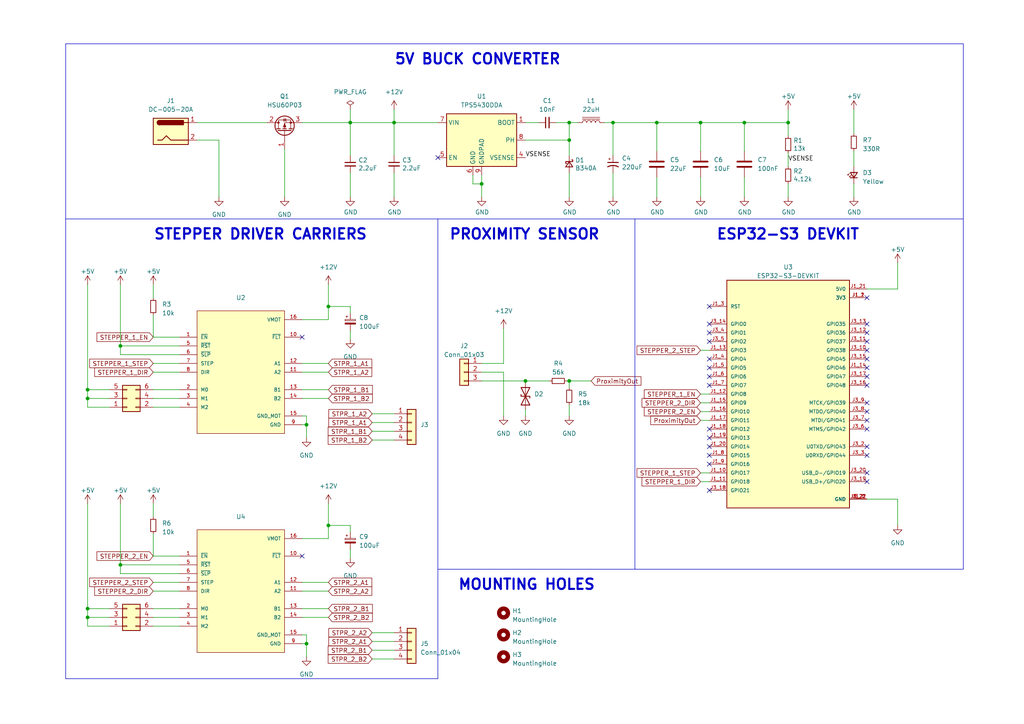
<source format=kicad_sch>
(kicad_sch (version 20230121) (generator eeschema)

  (uuid 0e417536-04dc-421c-aca8-ab219599f0d7)

  (paper "A4")

  (lib_symbols
    (symbol "Connector:Barrel_Jack" (pin_names (offset 1.016)) (in_bom yes) (on_board yes)
      (property "Reference" "J" (at 0 5.334 0)
        (effects (font (size 1.27 1.27)))
      )
      (property "Value" "Barrel_Jack" (at 0 -5.08 0)
        (effects (font (size 1.27 1.27)))
      )
      (property "Footprint" "" (at 1.27 -1.016 0)
        (effects (font (size 1.27 1.27)) hide)
      )
      (property "Datasheet" "~" (at 1.27 -1.016 0)
        (effects (font (size 1.27 1.27)) hide)
      )
      (property "ki_keywords" "DC power barrel jack connector" (at 0 0 0)
        (effects (font (size 1.27 1.27)) hide)
      )
      (property "ki_description" "DC Barrel Jack" (at 0 0 0)
        (effects (font (size 1.27 1.27)) hide)
      )
      (property "ki_fp_filters" "BarrelJack*" (at 0 0 0)
        (effects (font (size 1.27 1.27)) hide)
      )
      (symbol "Barrel_Jack_0_1"
        (rectangle (start -5.08 3.81) (end 5.08 -3.81)
          (stroke (width 0.254) (type default))
          (fill (type background))
        )
        (arc (start -3.302 3.175) (mid -3.9343 2.54) (end -3.302 1.905)
          (stroke (width 0.254) (type default))
          (fill (type none))
        )
        (arc (start -3.302 3.175) (mid -3.9343 2.54) (end -3.302 1.905)
          (stroke (width 0.254) (type default))
          (fill (type outline))
        )
        (polyline
          (pts
            (xy 5.08 2.54)
            (xy 3.81 2.54)
          )
          (stroke (width 0.254) (type default))
          (fill (type none))
        )
        (polyline
          (pts
            (xy -3.81 -2.54)
            (xy -2.54 -2.54)
            (xy -1.27 -1.27)
            (xy 0 -2.54)
            (xy 2.54 -2.54)
            (xy 5.08 -2.54)
          )
          (stroke (width 0.254) (type default))
          (fill (type none))
        )
        (rectangle (start 3.683 3.175) (end -3.302 1.905)
          (stroke (width 0.254) (type default))
          (fill (type outline))
        )
      )
      (symbol "Barrel_Jack_1_1"
        (pin passive line (at 7.62 2.54 180) (length 2.54)
          (name "~" (effects (font (size 1.27 1.27))))
          (number "1" (effects (font (size 1.27 1.27))))
        )
        (pin passive line (at 7.62 -2.54 180) (length 2.54)
          (name "~" (effects (font (size 1.27 1.27))))
          (number "2" (effects (font (size 1.27 1.27))))
        )
      )
    )
    (symbol "Connector_Generic:Conn_01x03" (pin_names (offset 1.016) hide) (in_bom yes) (on_board yes)
      (property "Reference" "J" (at 0 5.08 0)
        (effects (font (size 1.27 1.27)))
      )
      (property "Value" "Conn_01x03" (at 0 -5.08 0)
        (effects (font (size 1.27 1.27)))
      )
      (property "Footprint" "" (at 0 0 0)
        (effects (font (size 1.27 1.27)) hide)
      )
      (property "Datasheet" "~" (at 0 0 0)
        (effects (font (size 1.27 1.27)) hide)
      )
      (property "ki_keywords" "connector" (at 0 0 0)
        (effects (font (size 1.27 1.27)) hide)
      )
      (property "ki_description" "Generic connector, single row, 01x03, script generated (kicad-library-utils/schlib/autogen/connector/)" (at 0 0 0)
        (effects (font (size 1.27 1.27)) hide)
      )
      (property "ki_fp_filters" "Connector*:*_1x??_*" (at 0 0 0)
        (effects (font (size 1.27 1.27)) hide)
      )
      (symbol "Conn_01x03_1_1"
        (rectangle (start -1.27 -2.413) (end 0 -2.667)
          (stroke (width 0.1524) (type default))
          (fill (type none))
        )
        (rectangle (start -1.27 0.127) (end 0 -0.127)
          (stroke (width 0.1524) (type default))
          (fill (type none))
        )
        (rectangle (start -1.27 2.667) (end 0 2.413)
          (stroke (width 0.1524) (type default))
          (fill (type none))
        )
        (rectangle (start -1.27 3.81) (end 1.27 -3.81)
          (stroke (width 0.254) (type default))
          (fill (type background))
        )
        (pin passive line (at -5.08 2.54 0) (length 3.81)
          (name "Pin_1" (effects (font (size 1.27 1.27))))
          (number "1" (effects (font (size 1.27 1.27))))
        )
        (pin passive line (at -5.08 0 0) (length 3.81)
          (name "Pin_2" (effects (font (size 1.27 1.27))))
          (number "2" (effects (font (size 1.27 1.27))))
        )
        (pin passive line (at -5.08 -2.54 0) (length 3.81)
          (name "Pin_3" (effects (font (size 1.27 1.27))))
          (number "3" (effects (font (size 1.27 1.27))))
        )
      )
    )
    (symbol "Connector_Generic:Conn_01x04" (pin_names (offset 1.016) hide) (in_bom yes) (on_board yes)
      (property "Reference" "J" (at 0 5.08 0)
        (effects (font (size 1.27 1.27)))
      )
      (property "Value" "Conn_01x04" (at 0 -7.62 0)
        (effects (font (size 1.27 1.27)))
      )
      (property "Footprint" "" (at 0 0 0)
        (effects (font (size 1.27 1.27)) hide)
      )
      (property "Datasheet" "~" (at 0 0 0)
        (effects (font (size 1.27 1.27)) hide)
      )
      (property "ki_keywords" "connector" (at 0 0 0)
        (effects (font (size 1.27 1.27)) hide)
      )
      (property "ki_description" "Generic connector, single row, 01x04, script generated (kicad-library-utils/schlib/autogen/connector/)" (at 0 0 0)
        (effects (font (size 1.27 1.27)) hide)
      )
      (property "ki_fp_filters" "Connector*:*_1x??_*" (at 0 0 0)
        (effects (font (size 1.27 1.27)) hide)
      )
      (symbol "Conn_01x04_1_1"
        (rectangle (start -1.27 -4.953) (end 0 -5.207)
          (stroke (width 0.1524) (type default))
          (fill (type none))
        )
        (rectangle (start -1.27 -2.413) (end 0 -2.667)
          (stroke (width 0.1524) (type default))
          (fill (type none))
        )
        (rectangle (start -1.27 0.127) (end 0 -0.127)
          (stroke (width 0.1524) (type default))
          (fill (type none))
        )
        (rectangle (start -1.27 2.667) (end 0 2.413)
          (stroke (width 0.1524) (type default))
          (fill (type none))
        )
        (rectangle (start -1.27 3.81) (end 1.27 -6.35)
          (stroke (width 0.254) (type default))
          (fill (type background))
        )
        (pin passive line (at -5.08 2.54 0) (length 3.81)
          (name "Pin_1" (effects (font (size 1.27 1.27))))
          (number "1" (effects (font (size 1.27 1.27))))
        )
        (pin passive line (at -5.08 0 0) (length 3.81)
          (name "Pin_2" (effects (font (size 1.27 1.27))))
          (number "2" (effects (font (size 1.27 1.27))))
        )
        (pin passive line (at -5.08 -2.54 0) (length 3.81)
          (name "Pin_3" (effects (font (size 1.27 1.27))))
          (number "3" (effects (font (size 1.27 1.27))))
        )
        (pin passive line (at -5.08 -5.08 0) (length 3.81)
          (name "Pin_4" (effects (font (size 1.27 1.27))))
          (number "4" (effects (font (size 1.27 1.27))))
        )
      )
    )
    (symbol "Connector_Generic:Conn_02x03_Odd_Even" (pin_names (offset 1.016) hide) (in_bom yes) (on_board yes)
      (property "Reference" "J" (at 1.27 5.08 0)
        (effects (font (size 1.27 1.27)))
      )
      (property "Value" "Conn_02x03_Odd_Even" (at 1.27 -5.08 0)
        (effects (font (size 1.27 1.27)))
      )
      (property "Footprint" "" (at 0 0 0)
        (effects (font (size 1.27 1.27)) hide)
      )
      (property "Datasheet" "~" (at 0 0 0)
        (effects (font (size 1.27 1.27)) hide)
      )
      (property "ki_keywords" "connector" (at 0 0 0)
        (effects (font (size 1.27 1.27)) hide)
      )
      (property "ki_description" "Generic connector, double row, 02x03, odd/even pin numbering scheme (row 1 odd numbers, row 2 even numbers), script generated (kicad-library-utils/schlib/autogen/connector/)" (at 0 0 0)
        (effects (font (size 1.27 1.27)) hide)
      )
      (property "ki_fp_filters" "Connector*:*_2x??_*" (at 0 0 0)
        (effects (font (size 1.27 1.27)) hide)
      )
      (symbol "Conn_02x03_Odd_Even_1_1"
        (rectangle (start -1.27 -2.413) (end 0 -2.667)
          (stroke (width 0.1524) (type default))
          (fill (type none))
        )
        (rectangle (start -1.27 0.127) (end 0 -0.127)
          (stroke (width 0.1524) (type default))
          (fill (type none))
        )
        (rectangle (start -1.27 2.667) (end 0 2.413)
          (stroke (width 0.1524) (type default))
          (fill (type none))
        )
        (rectangle (start -1.27 3.81) (end 3.81 -3.81)
          (stroke (width 0.254) (type default))
          (fill (type background))
        )
        (rectangle (start 3.81 -2.413) (end 2.54 -2.667)
          (stroke (width 0.1524) (type default))
          (fill (type none))
        )
        (rectangle (start 3.81 0.127) (end 2.54 -0.127)
          (stroke (width 0.1524) (type default))
          (fill (type none))
        )
        (rectangle (start 3.81 2.667) (end 2.54 2.413)
          (stroke (width 0.1524) (type default))
          (fill (type none))
        )
        (pin passive line (at -5.08 2.54 0) (length 3.81)
          (name "Pin_1" (effects (font (size 1.27 1.27))))
          (number "1" (effects (font (size 1.27 1.27))))
        )
        (pin passive line (at 7.62 2.54 180) (length 3.81)
          (name "Pin_2" (effects (font (size 1.27 1.27))))
          (number "2" (effects (font (size 1.27 1.27))))
        )
        (pin passive line (at -5.08 0 0) (length 3.81)
          (name "Pin_3" (effects (font (size 1.27 1.27))))
          (number "3" (effects (font (size 1.27 1.27))))
        )
        (pin passive line (at 7.62 0 180) (length 3.81)
          (name "Pin_4" (effects (font (size 1.27 1.27))))
          (number "4" (effects (font (size 1.27 1.27))))
        )
        (pin passive line (at -5.08 -2.54 0) (length 3.81)
          (name "Pin_5" (effects (font (size 1.27 1.27))))
          (number "5" (effects (font (size 1.27 1.27))))
        )
        (pin passive line (at 7.62 -2.54 180) (length 3.81)
          (name "Pin_6" (effects (font (size 1.27 1.27))))
          (number "6" (effects (font (size 1.27 1.27))))
        )
      )
    )
    (symbol "Device:C" (pin_numbers hide) (pin_names (offset 0.254)) (in_bom yes) (on_board yes)
      (property "Reference" "C" (at 0.635 2.54 0)
        (effects (font (size 1.27 1.27)) (justify left))
      )
      (property "Value" "C" (at 0.635 -2.54 0)
        (effects (font (size 1.27 1.27)) (justify left))
      )
      (property "Footprint" "" (at 0.9652 -3.81 0)
        (effects (font (size 1.27 1.27)) hide)
      )
      (property "Datasheet" "~" (at 0 0 0)
        (effects (font (size 1.27 1.27)) hide)
      )
      (property "ki_keywords" "cap capacitor" (at 0 0 0)
        (effects (font (size 1.27 1.27)) hide)
      )
      (property "ki_description" "Unpolarized capacitor" (at 0 0 0)
        (effects (font (size 1.27 1.27)) hide)
      )
      (property "ki_fp_filters" "C_*" (at 0 0 0)
        (effects (font (size 1.27 1.27)) hide)
      )
      (symbol "C_0_1"
        (polyline
          (pts
            (xy -2.032 -0.762)
            (xy 2.032 -0.762)
          )
          (stroke (width 0.508) (type default))
          (fill (type none))
        )
        (polyline
          (pts
            (xy -2.032 0.762)
            (xy 2.032 0.762)
          )
          (stroke (width 0.508) (type default))
          (fill (type none))
        )
      )
      (symbol "C_1_1"
        (pin passive line (at 0 3.81 270) (length 2.794)
          (name "~" (effects (font (size 1.27 1.27))))
          (number "1" (effects (font (size 1.27 1.27))))
        )
        (pin passive line (at 0 -3.81 90) (length 2.794)
          (name "~" (effects (font (size 1.27 1.27))))
          (number "2" (effects (font (size 1.27 1.27))))
        )
      )
    )
    (symbol "Device:C_Polarized_Small" (pin_numbers hide) (pin_names (offset 0.254) hide) (in_bom yes) (on_board yes)
      (property "Reference" "C" (at 0.254 1.778 0)
        (effects (font (size 1.27 1.27)) (justify left))
      )
      (property "Value" "C_Polarized_Small" (at 0.254 -2.032 0)
        (effects (font (size 1.27 1.27)) (justify left))
      )
      (property "Footprint" "" (at 0 0 0)
        (effects (font (size 1.27 1.27)) hide)
      )
      (property "Datasheet" "~" (at 0 0 0)
        (effects (font (size 1.27 1.27)) hide)
      )
      (property "ki_keywords" "cap capacitor" (at 0 0 0)
        (effects (font (size 1.27 1.27)) hide)
      )
      (property "ki_description" "Polarized capacitor, small symbol" (at 0 0 0)
        (effects (font (size 1.27 1.27)) hide)
      )
      (property "ki_fp_filters" "CP_*" (at 0 0 0)
        (effects (font (size 1.27 1.27)) hide)
      )
      (symbol "C_Polarized_Small_0_1"
        (rectangle (start -1.524 -0.3048) (end 1.524 -0.6858)
          (stroke (width 0) (type default))
          (fill (type outline))
        )
        (rectangle (start -1.524 0.6858) (end 1.524 0.3048)
          (stroke (width 0) (type default))
          (fill (type none))
        )
        (polyline
          (pts
            (xy -1.27 1.524)
            (xy -0.762 1.524)
          )
          (stroke (width 0) (type default))
          (fill (type none))
        )
        (polyline
          (pts
            (xy -1.016 1.27)
            (xy -1.016 1.778)
          )
          (stroke (width 0) (type default))
          (fill (type none))
        )
      )
      (symbol "C_Polarized_Small_1_1"
        (pin passive line (at 0 2.54 270) (length 1.8542)
          (name "~" (effects (font (size 1.27 1.27))))
          (number "1" (effects (font (size 1.27 1.27))))
        )
        (pin passive line (at 0 -2.54 90) (length 1.8542)
          (name "~" (effects (font (size 1.27 1.27))))
          (number "2" (effects (font (size 1.27 1.27))))
        )
      )
    )
    (symbol "Device:C_Polarized_Small_US" (pin_numbers hide) (pin_names (offset 0.254) hide) (in_bom yes) (on_board yes)
      (property "Reference" "C" (at 0.254 1.778 0)
        (effects (font (size 1.27 1.27)) (justify left))
      )
      (property "Value" "C_Polarized_Small_US" (at 0.254 -2.032 0)
        (effects (font (size 1.27 1.27)) (justify left))
      )
      (property "Footprint" "" (at 0 0 0)
        (effects (font (size 1.27 1.27)) hide)
      )
      (property "Datasheet" "~" (at 0 0 0)
        (effects (font (size 1.27 1.27)) hide)
      )
      (property "ki_keywords" "cap capacitor" (at 0 0 0)
        (effects (font (size 1.27 1.27)) hide)
      )
      (property "ki_description" "Polarized capacitor, small US symbol" (at 0 0 0)
        (effects (font (size 1.27 1.27)) hide)
      )
      (property "ki_fp_filters" "CP_*" (at 0 0 0)
        (effects (font (size 1.27 1.27)) hide)
      )
      (symbol "C_Polarized_Small_US_0_1"
        (polyline
          (pts
            (xy -1.524 0.508)
            (xy 1.524 0.508)
          )
          (stroke (width 0.3048) (type default))
          (fill (type none))
        )
        (polyline
          (pts
            (xy -1.27 1.524)
            (xy -0.762 1.524)
          )
          (stroke (width 0) (type default))
          (fill (type none))
        )
        (polyline
          (pts
            (xy -1.016 1.27)
            (xy -1.016 1.778)
          )
          (stroke (width 0) (type default))
          (fill (type none))
        )
        (arc (start 1.524 -0.762) (mid 0 -0.3734) (end -1.524 -0.762)
          (stroke (width 0.3048) (type default))
          (fill (type none))
        )
      )
      (symbol "C_Polarized_Small_US_1_1"
        (pin passive line (at 0 2.54 270) (length 2.032)
          (name "~" (effects (font (size 1.27 1.27))))
          (number "1" (effects (font (size 1.27 1.27))))
        )
        (pin passive line (at 0 -2.54 90) (length 2.032)
          (name "~" (effects (font (size 1.27 1.27))))
          (number "2" (effects (font (size 1.27 1.27))))
        )
      )
    )
    (symbol "Device:C_Small" (pin_numbers hide) (pin_names (offset 0.254) hide) (in_bom yes) (on_board yes)
      (property "Reference" "C" (at 0.254 1.778 0)
        (effects (font (size 1.27 1.27)) (justify left))
      )
      (property "Value" "C_Small" (at 0.254 -2.032 0)
        (effects (font (size 1.27 1.27)) (justify left))
      )
      (property "Footprint" "" (at 0 0 0)
        (effects (font (size 1.27 1.27)) hide)
      )
      (property "Datasheet" "~" (at 0 0 0)
        (effects (font (size 1.27 1.27)) hide)
      )
      (property "ki_keywords" "capacitor cap" (at 0 0 0)
        (effects (font (size 1.27 1.27)) hide)
      )
      (property "ki_description" "Unpolarized capacitor, small symbol" (at 0 0 0)
        (effects (font (size 1.27 1.27)) hide)
      )
      (property "ki_fp_filters" "C_*" (at 0 0 0)
        (effects (font (size 1.27 1.27)) hide)
      )
      (symbol "C_Small_0_1"
        (polyline
          (pts
            (xy -1.524 -0.508)
            (xy 1.524 -0.508)
          )
          (stroke (width 0.3302) (type default))
          (fill (type none))
        )
        (polyline
          (pts
            (xy -1.524 0.508)
            (xy 1.524 0.508)
          )
          (stroke (width 0.3048) (type default))
          (fill (type none))
        )
      )
      (symbol "C_Small_1_1"
        (pin passive line (at 0 2.54 270) (length 2.032)
          (name "~" (effects (font (size 1.27 1.27))))
          (number "1" (effects (font (size 1.27 1.27))))
        )
        (pin passive line (at 0 -2.54 90) (length 2.032)
          (name "~" (effects (font (size 1.27 1.27))))
          (number "2" (effects (font (size 1.27 1.27))))
        )
      )
    )
    (symbol "Device:D_Schottky_Small" (pin_numbers hide) (pin_names (offset 0.254) hide) (in_bom yes) (on_board yes)
      (property "Reference" "D" (at -1.27 2.032 0)
        (effects (font (size 1.27 1.27)) (justify left))
      )
      (property "Value" "D_Schottky_Small" (at -7.112 -2.032 0)
        (effects (font (size 1.27 1.27)) (justify left))
      )
      (property "Footprint" "" (at 0 0 90)
        (effects (font (size 1.27 1.27)) hide)
      )
      (property "Datasheet" "~" (at 0 0 90)
        (effects (font (size 1.27 1.27)) hide)
      )
      (property "ki_keywords" "diode Schottky" (at 0 0 0)
        (effects (font (size 1.27 1.27)) hide)
      )
      (property "ki_description" "Schottky diode, small symbol" (at 0 0 0)
        (effects (font (size 1.27 1.27)) hide)
      )
      (property "ki_fp_filters" "TO-???* *_Diode_* *SingleDiode* D_*" (at 0 0 0)
        (effects (font (size 1.27 1.27)) hide)
      )
      (symbol "D_Schottky_Small_0_1"
        (polyline
          (pts
            (xy -0.762 0)
            (xy 0.762 0)
          )
          (stroke (width 0) (type default))
          (fill (type none))
        )
        (polyline
          (pts
            (xy 0.762 -1.016)
            (xy -0.762 0)
            (xy 0.762 1.016)
            (xy 0.762 -1.016)
          )
          (stroke (width 0.254) (type default))
          (fill (type none))
        )
        (polyline
          (pts
            (xy -1.27 0.762)
            (xy -1.27 1.016)
            (xy -0.762 1.016)
            (xy -0.762 -1.016)
            (xy -0.254 -1.016)
            (xy -0.254 -0.762)
          )
          (stroke (width 0.254) (type default))
          (fill (type none))
        )
      )
      (symbol "D_Schottky_Small_1_1"
        (pin passive line (at -2.54 0 0) (length 1.778)
          (name "K" (effects (font (size 1.27 1.27))))
          (number "1" (effects (font (size 1.27 1.27))))
        )
        (pin passive line (at 2.54 0 180) (length 1.778)
          (name "A" (effects (font (size 1.27 1.27))))
          (number "2" (effects (font (size 1.27 1.27))))
        )
      )
    )
    (symbol "Device:D_TVS" (pin_numbers hide) (pin_names (offset 1.016) hide) (in_bom yes) (on_board yes)
      (property "Reference" "D" (at 0 2.54 0)
        (effects (font (size 1.27 1.27)))
      )
      (property "Value" "D_TVS" (at 0 -2.54 0)
        (effects (font (size 1.27 1.27)))
      )
      (property "Footprint" "" (at 0 0 0)
        (effects (font (size 1.27 1.27)) hide)
      )
      (property "Datasheet" "~" (at 0 0 0)
        (effects (font (size 1.27 1.27)) hide)
      )
      (property "ki_keywords" "diode TVS thyrector" (at 0 0 0)
        (effects (font (size 1.27 1.27)) hide)
      )
      (property "ki_description" "Bidirectional transient-voltage-suppression diode" (at 0 0 0)
        (effects (font (size 1.27 1.27)) hide)
      )
      (property "ki_fp_filters" "TO-???* *_Diode_* *SingleDiode* D_*" (at 0 0 0)
        (effects (font (size 1.27 1.27)) hide)
      )
      (symbol "D_TVS_0_1"
        (polyline
          (pts
            (xy 1.27 0)
            (xy -1.27 0)
          )
          (stroke (width 0) (type default))
          (fill (type none))
        )
        (polyline
          (pts
            (xy 0.508 1.27)
            (xy 0 1.27)
            (xy 0 -1.27)
            (xy -0.508 -1.27)
          )
          (stroke (width 0.254) (type default))
          (fill (type none))
        )
        (polyline
          (pts
            (xy -2.54 1.27)
            (xy -2.54 -1.27)
            (xy 2.54 1.27)
            (xy 2.54 -1.27)
            (xy -2.54 1.27)
          )
          (stroke (width 0.254) (type default))
          (fill (type none))
        )
      )
      (symbol "D_TVS_1_1"
        (pin passive line (at -3.81 0 0) (length 2.54)
          (name "A1" (effects (font (size 1.27 1.27))))
          (number "1" (effects (font (size 1.27 1.27))))
        )
        (pin passive line (at 3.81 0 180) (length 2.54)
          (name "A2" (effects (font (size 1.27 1.27))))
          (number "2" (effects (font (size 1.27 1.27))))
        )
      )
    )
    (symbol "Device:LED_Small" (pin_numbers hide) (pin_names (offset 0.254) hide) (in_bom yes) (on_board yes)
      (property "Reference" "D" (at -1.27 3.175 0)
        (effects (font (size 1.27 1.27)) (justify left))
      )
      (property "Value" "LED_Small" (at -4.445 -2.54 0)
        (effects (font (size 1.27 1.27)) (justify left))
      )
      (property "Footprint" "" (at 0 0 90)
        (effects (font (size 1.27 1.27)) hide)
      )
      (property "Datasheet" "~" (at 0 0 90)
        (effects (font (size 1.27 1.27)) hide)
      )
      (property "ki_keywords" "LED diode light-emitting-diode" (at 0 0 0)
        (effects (font (size 1.27 1.27)) hide)
      )
      (property "ki_description" "Light emitting diode, small symbol" (at 0 0 0)
        (effects (font (size 1.27 1.27)) hide)
      )
      (property "ki_fp_filters" "LED* LED_SMD:* LED_THT:*" (at 0 0 0)
        (effects (font (size 1.27 1.27)) hide)
      )
      (symbol "LED_Small_0_1"
        (polyline
          (pts
            (xy -0.762 -1.016)
            (xy -0.762 1.016)
          )
          (stroke (width 0.254) (type default))
          (fill (type none))
        )
        (polyline
          (pts
            (xy 1.016 0)
            (xy -0.762 0)
          )
          (stroke (width 0) (type default))
          (fill (type none))
        )
        (polyline
          (pts
            (xy 0.762 -1.016)
            (xy -0.762 0)
            (xy 0.762 1.016)
            (xy 0.762 -1.016)
          )
          (stroke (width 0.254) (type default))
          (fill (type none))
        )
        (polyline
          (pts
            (xy 0 0.762)
            (xy -0.508 1.27)
            (xy -0.254 1.27)
            (xy -0.508 1.27)
            (xy -0.508 1.016)
          )
          (stroke (width 0) (type default))
          (fill (type none))
        )
        (polyline
          (pts
            (xy 0.508 1.27)
            (xy 0 1.778)
            (xy 0.254 1.778)
            (xy 0 1.778)
            (xy 0 1.524)
          )
          (stroke (width 0) (type default))
          (fill (type none))
        )
      )
      (symbol "LED_Small_1_1"
        (pin passive line (at -2.54 0 0) (length 1.778)
          (name "K" (effects (font (size 1.27 1.27))))
          (number "1" (effects (font (size 1.27 1.27))))
        )
        (pin passive line (at 2.54 0 180) (length 1.778)
          (name "A" (effects (font (size 1.27 1.27))))
          (number "2" (effects (font (size 1.27 1.27))))
        )
      )
    )
    (symbol "Device:L_Iron" (pin_numbers hide) (pin_names (offset 1.016) hide) (in_bom yes) (on_board yes)
      (property "Reference" "L" (at -1.27 0 90)
        (effects (font (size 1.27 1.27)))
      )
      (property "Value" "L_Iron" (at 2.794 0 90)
        (effects (font (size 1.27 1.27)))
      )
      (property "Footprint" "" (at 0 0 0)
        (effects (font (size 1.27 1.27)) hide)
      )
      (property "Datasheet" "~" (at 0 0 0)
        (effects (font (size 1.27 1.27)) hide)
      )
      (property "ki_keywords" "inductor choke coil reactor magnetic" (at 0 0 0)
        (effects (font (size 1.27 1.27)) hide)
      )
      (property "ki_description" "Inductor with iron core" (at 0 0 0)
        (effects (font (size 1.27 1.27)) hide)
      )
      (property "ki_fp_filters" "Choke_* *Coil* Inductor_* L_*" (at 0 0 0)
        (effects (font (size 1.27 1.27)) hide)
      )
      (symbol "L_Iron_0_1"
        (arc (start 0 -2.54) (mid 0.6323 -1.905) (end 0 -1.27)
          (stroke (width 0) (type default))
          (fill (type none))
        )
        (arc (start 0 -1.27) (mid 0.6323 -0.635) (end 0 0)
          (stroke (width 0) (type default))
          (fill (type none))
        )
        (polyline
          (pts
            (xy 1.016 2.54)
            (xy 1.016 -2.54)
          )
          (stroke (width 0) (type default))
          (fill (type none))
        )
        (polyline
          (pts
            (xy 1.524 -2.54)
            (xy 1.524 2.54)
          )
          (stroke (width 0) (type default))
          (fill (type none))
        )
        (arc (start 0 0) (mid 0.6323 0.635) (end 0 1.27)
          (stroke (width 0) (type default))
          (fill (type none))
        )
        (arc (start 0 1.27) (mid 0.6323 1.905) (end 0 2.54)
          (stroke (width 0) (type default))
          (fill (type none))
        )
      )
      (symbol "L_Iron_1_1"
        (pin passive line (at 0 3.81 270) (length 1.27)
          (name "1" (effects (font (size 1.27 1.27))))
          (number "1" (effects (font (size 1.27 1.27))))
        )
        (pin passive line (at 0 -3.81 90) (length 1.27)
          (name "2" (effects (font (size 1.27 1.27))))
          (number "2" (effects (font (size 1.27 1.27))))
        )
      )
    )
    (symbol "Device:Q_PMOS_GDS" (pin_names (offset 0) hide) (in_bom yes) (on_board yes)
      (property "Reference" "Q" (at 5.08 1.27 0)
        (effects (font (size 1.27 1.27)) (justify left))
      )
      (property "Value" "Q_PMOS_GDS" (at 5.08 -1.27 0)
        (effects (font (size 1.27 1.27)) (justify left))
      )
      (property "Footprint" "" (at 5.08 2.54 0)
        (effects (font (size 1.27 1.27)) hide)
      )
      (property "Datasheet" "~" (at 0 0 0)
        (effects (font (size 1.27 1.27)) hide)
      )
      (property "ki_keywords" "transistor PMOS P-MOS P-MOSFET" (at 0 0 0)
        (effects (font (size 1.27 1.27)) hide)
      )
      (property "ki_description" "P-MOSFET transistor, gate/drain/source" (at 0 0 0)
        (effects (font (size 1.27 1.27)) hide)
      )
      (symbol "Q_PMOS_GDS_0_1"
        (polyline
          (pts
            (xy 0.254 0)
            (xy -2.54 0)
          )
          (stroke (width 0) (type default))
          (fill (type none))
        )
        (polyline
          (pts
            (xy 0.254 1.905)
            (xy 0.254 -1.905)
          )
          (stroke (width 0.254) (type default))
          (fill (type none))
        )
        (polyline
          (pts
            (xy 0.762 -1.27)
            (xy 0.762 -2.286)
          )
          (stroke (width 0.254) (type default))
          (fill (type none))
        )
        (polyline
          (pts
            (xy 0.762 0.508)
            (xy 0.762 -0.508)
          )
          (stroke (width 0.254) (type default))
          (fill (type none))
        )
        (polyline
          (pts
            (xy 0.762 2.286)
            (xy 0.762 1.27)
          )
          (stroke (width 0.254) (type default))
          (fill (type none))
        )
        (polyline
          (pts
            (xy 2.54 2.54)
            (xy 2.54 1.778)
          )
          (stroke (width 0) (type default))
          (fill (type none))
        )
        (polyline
          (pts
            (xy 2.54 -2.54)
            (xy 2.54 0)
            (xy 0.762 0)
          )
          (stroke (width 0) (type default))
          (fill (type none))
        )
        (polyline
          (pts
            (xy 0.762 1.778)
            (xy 3.302 1.778)
            (xy 3.302 -1.778)
            (xy 0.762 -1.778)
          )
          (stroke (width 0) (type default))
          (fill (type none))
        )
        (polyline
          (pts
            (xy 2.286 0)
            (xy 1.27 0.381)
            (xy 1.27 -0.381)
            (xy 2.286 0)
          )
          (stroke (width 0) (type default))
          (fill (type outline))
        )
        (polyline
          (pts
            (xy 2.794 -0.508)
            (xy 2.921 -0.381)
            (xy 3.683 -0.381)
            (xy 3.81 -0.254)
          )
          (stroke (width 0) (type default))
          (fill (type none))
        )
        (polyline
          (pts
            (xy 3.302 -0.381)
            (xy 2.921 0.254)
            (xy 3.683 0.254)
            (xy 3.302 -0.381)
          )
          (stroke (width 0) (type default))
          (fill (type none))
        )
        (circle (center 1.651 0) (radius 2.794)
          (stroke (width 0.254) (type default))
          (fill (type none))
        )
        (circle (center 2.54 -1.778) (radius 0.254)
          (stroke (width 0) (type default))
          (fill (type outline))
        )
        (circle (center 2.54 1.778) (radius 0.254)
          (stroke (width 0) (type default))
          (fill (type outline))
        )
      )
      (symbol "Q_PMOS_GDS_1_1"
        (pin input line (at -5.08 0 0) (length 2.54)
          (name "G" (effects (font (size 1.27 1.27))))
          (number "1" (effects (font (size 1.27 1.27))))
        )
        (pin passive line (at 2.54 5.08 270) (length 2.54)
          (name "D" (effects (font (size 1.27 1.27))))
          (number "2" (effects (font (size 1.27 1.27))))
        )
        (pin passive line (at 2.54 -5.08 90) (length 2.54)
          (name "S" (effects (font (size 1.27 1.27))))
          (number "3" (effects (font (size 1.27 1.27))))
        )
      )
    )
    (symbol "Device:R_Small" (pin_numbers hide) (pin_names (offset 0.254) hide) (in_bom yes) (on_board yes)
      (property "Reference" "R" (at 0.762 0.508 0)
        (effects (font (size 1.27 1.27)) (justify left))
      )
      (property "Value" "R_Small" (at 0.762 -1.016 0)
        (effects (font (size 1.27 1.27)) (justify left))
      )
      (property "Footprint" "" (at 0 0 0)
        (effects (font (size 1.27 1.27)) hide)
      )
      (property "Datasheet" "~" (at 0 0 0)
        (effects (font (size 1.27 1.27)) hide)
      )
      (property "ki_keywords" "R resistor" (at 0 0 0)
        (effects (font (size 1.27 1.27)) hide)
      )
      (property "ki_description" "Resistor, small symbol" (at 0 0 0)
        (effects (font (size 1.27 1.27)) hide)
      )
      (property "ki_fp_filters" "R_*" (at 0 0 0)
        (effects (font (size 1.27 1.27)) hide)
      )
      (symbol "R_Small_0_1"
        (rectangle (start -0.762 1.778) (end 0.762 -1.778)
          (stroke (width 0.2032) (type default))
          (fill (type none))
        )
      )
      (symbol "R_Small_1_1"
        (pin passive line (at 0 2.54 270) (length 0.762)
          (name "~" (effects (font (size 1.27 1.27))))
          (number "1" (effects (font (size 1.27 1.27))))
        )
        (pin passive line (at 0 -2.54 90) (length 0.762)
          (name "~" (effects (font (size 1.27 1.27))))
          (number "2" (effects (font (size 1.27 1.27))))
        )
      )
    )
    (symbol "Mechanical:MountingHole" (pin_names (offset 1.016)) (in_bom yes) (on_board yes)
      (property "Reference" "H" (at 0 5.08 0)
        (effects (font (size 1.27 1.27)))
      )
      (property "Value" "MountingHole" (at 0 3.175 0)
        (effects (font (size 1.27 1.27)))
      )
      (property "Footprint" "" (at 0 0 0)
        (effects (font (size 1.27 1.27)) hide)
      )
      (property "Datasheet" "~" (at 0 0 0)
        (effects (font (size 1.27 1.27)) hide)
      )
      (property "ki_keywords" "mounting hole" (at 0 0 0)
        (effects (font (size 1.27 1.27)) hide)
      )
      (property "ki_description" "Mounting Hole without connection" (at 0 0 0)
        (effects (font (size 1.27 1.27)) hide)
      )
      (property "ki_fp_filters" "MountingHole*" (at 0 0 0)
        (effects (font (size 1.27 1.27)) hide)
      )
      (symbol "MountingHole_0_1"
        (circle (center 0 0) (radius 1.27)
          (stroke (width 1.27) (type default))
          (fill (type none))
        )
      )
    )
    (symbol "Regulator_Switching:TPS5430DDA" (in_bom yes) (on_board yes)
      (property "Reference" "U" (at -10.16 8.89 0)
        (effects (font (size 1.27 1.27)) (justify left))
      )
      (property "Value" "TPS5430DDA" (at -1.27 8.89 0)
        (effects (font (size 1.27 1.27)) (justify left))
      )
      (property "Footprint" "Package_SO:TI_SO-PowerPAD-8_ThermalVias" (at 1.27 -8.89 0)
        (effects (font (size 1.27 1.27) italic) (justify left) hide)
      )
      (property "Datasheet" "http://www.ti.com/lit/ds/symlink/tps5430.pdf" (at 0 0 0)
        (effects (font (size 1.27 1.27)) hide)
      )
      (property "ki_keywords" "Step-Down DC-DC Switching Regulator" (at 0 0 0)
        (effects (font (size 1.27 1.27)) hide)
      )
      (property "ki_description" "3A, Step Down Swift Converter, Adjustable Output Voltage, 5.5-36V Input Voltage, PowerSO-8" (at 0 0 0)
        (effects (font (size 1.27 1.27)) hide)
      )
      (property "ki_fp_filters" "TI*SO*PowerPAD*ThermalVias*" (at 0 0 0)
        (effects (font (size 1.27 1.27)) hide)
      )
      (symbol "TPS5430DDA_0_1"
        (rectangle (start -10.16 7.62) (end 10.16 -7.62)
          (stroke (width 0.254) (type default))
          (fill (type background))
        )
      )
      (symbol "TPS5430DDA_1_1"
        (pin input line (at 12.7 5.08 180) (length 2.54)
          (name "BOOT" (effects (font (size 1.27 1.27))))
          (number "1" (effects (font (size 1.27 1.27))))
        )
        (pin no_connect line (at -10.16 2.54 0) (length 2.54) hide
          (name "NC" (effects (font (size 1.27 1.27))))
          (number "2" (effects (font (size 1.27 1.27))))
        )
        (pin no_connect line (at -10.16 -2.54 0) (length 2.54) hide
          (name "NC" (effects (font (size 1.27 1.27))))
          (number "3" (effects (font (size 1.27 1.27))))
        )
        (pin input line (at 12.7 -5.08 180) (length 2.54)
          (name "VSENSE" (effects (font (size 1.27 1.27))))
          (number "4" (effects (font (size 1.27 1.27))))
        )
        (pin input line (at -12.7 -5.08 0) (length 2.54)
          (name "EN" (effects (font (size 1.27 1.27))))
          (number "5" (effects (font (size 1.27 1.27))))
        )
        (pin power_in line (at -2.54 -10.16 90) (length 2.54)
          (name "GND" (effects (font (size 1.27 1.27))))
          (number "6" (effects (font (size 1.27 1.27))))
        )
        (pin power_in line (at -12.7 5.08 0) (length 2.54)
          (name "VIN" (effects (font (size 1.27 1.27))))
          (number "7" (effects (font (size 1.27 1.27))))
        )
        (pin output line (at 12.7 0 180) (length 2.54)
          (name "PH" (effects (font (size 1.27 1.27))))
          (number "8" (effects (font (size 1.27 1.27))))
        )
        (pin power_in line (at 0 -10.16 90) (length 2.54)
          (name "GNDPAD" (effects (font (size 1.27 1.27))))
          (number "9" (effects (font (size 1.27 1.27))))
        )
      )
    )
    (symbol "Schematic Symbols:DRV8825_STEPPER_MOTOR_DRIVER_CARRIER" (pin_names (offset 1.016)) (in_bom yes) (on_board yes)
      (property "Reference" "U" (at -12.7 18.542 0)
        (effects (font (size 1.27 1.27)) (justify left bottom))
      )
      (property "Value" "DRV8825_STEPPER_MOTOR_DRIVER_CARRIER" (at 0 -19.05 0)
        (effects (font (size 1.27 1.27)))
      )
      (property "Footprint" "PCB Footprints:DRV8825_STEPPER_MOTOR_DRIVER_CARRIER" (at 0 0 0)
        (effects (font (size 1.27 1.27)) (justify bottom) hide)
      )
      (property "Datasheet" "" (at 0 0 0)
        (effects (font (size 1.27 1.27)) hide)
      )
      (symbol "DRV8825_STEPPER_MOTOR_DRIVER_CARRIER_0_0"
        (rectangle (start -12.7 -17.78) (end 12.7 17.78)
          (stroke (width 0.1524) (type default))
          (fill (type background))
        )
        (pin input line (at -17.78 10.16 0) (length 5.08)
          (name "~{EN}" (effects (font (size 1.016 1.016))))
          (number "1" (effects (font (size 1.016 1.016))))
        )
        (pin output line (at 17.78 10.16 180) (length 5.08)
          (name "~{FLT}" (effects (font (size 1.016 1.016))))
          (number "10" (effects (font (size 1.016 1.016))))
        )
        (pin output line (at 17.78 0 180) (length 5.08)
          (name "A2" (effects (font (size 1.016 1.016))))
          (number "11" (effects (font (size 1.016 1.016))))
        )
        (pin output line (at 17.78 2.54 180) (length 5.08)
          (name "A1" (effects (font (size 1.016 1.016))))
          (number "12" (effects (font (size 1.016 1.016))))
        )
        (pin output line (at 17.78 -5.08 180) (length 5.08)
          (name "B1" (effects (font (size 1.016 1.016))))
          (number "13" (effects (font (size 1.016 1.016))))
        )
        (pin output line (at 17.78 -7.62 180) (length 5.08)
          (name "B2" (effects (font (size 1.016 1.016))))
          (number "14" (effects (font (size 1.016 1.016))))
        )
        (pin power_in line (at 17.78 -12.7 180) (length 5.08)
          (name "GND_MOT" (effects (font (size 1.016 1.016))))
          (number "15" (effects (font (size 1.016 1.016))))
        )
        (pin power_in line (at 17.78 15.24 180) (length 5.08)
          (name "VMOT" (effects (font (size 1.016 1.016))))
          (number "16" (effects (font (size 1.016 1.016))))
        )
        (pin input line (at -17.78 -5.08 0) (length 5.08)
          (name "M0" (effects (font (size 1.016 1.016))))
          (number "2" (effects (font (size 1.016 1.016))))
        )
        (pin input line (at -17.78 -7.62 0) (length 5.08)
          (name "M1" (effects (font (size 1.016 1.016))))
          (number "3" (effects (font (size 1.016 1.016))))
        )
        (pin input line (at -17.78 -10.16 0) (length 5.08)
          (name "M2" (effects (font (size 1.016 1.016))))
          (number "4" (effects (font (size 1.016 1.016))))
        )
        (pin input line (at -17.78 7.62 0) (length 5.08)
          (name "~{RST}" (effects (font (size 1.016 1.016))))
          (number "5" (effects (font (size 1.016 1.016))))
        )
        (pin input line (at -17.78 5.08 0) (length 5.08)
          (name "~{SLP}" (effects (font (size 1.016 1.016))))
          (number "6" (effects (font (size 1.016 1.016))))
        )
        (pin input line (at -17.78 2.54 0) (length 5.08)
          (name "STEP" (effects (font (size 1.016 1.016))))
          (number "7" (effects (font (size 1.016 1.016))))
        )
        (pin input line (at -17.78 0 0) (length 5.08)
          (name "DIR" (effects (font (size 1.016 1.016))))
          (number "8" (effects (font (size 1.016 1.016))))
        )
        (pin power_in line (at 17.78 -15.24 180) (length 5.08)
          (name "GND" (effects (font (size 1.016 1.016))))
          (number "9" (effects (font (size 1.016 1.016))))
        )
      )
    )
    (symbol "Schematic Symbols:ESP32-S3-DEVKIT" (pin_names (offset 1.016)) (in_bom yes) (on_board yes)
      (property "Reference" "U" (at -17.78 35.56 0)
        (effects (font (size 1.27 1.27)) (justify left top))
      )
      (property "Value" "ESP32-S3-DEVKIT" (at -17.78 -35.56 0)
        (effects (font (size 1.27 1.27)) (justify left bottom))
      )
      (property "Footprint" "PCB Footprints:ESP32-S3-DEVKITC" (at 0 0 0)
        (effects (font (size 1.27 1.27)) (justify bottom) hide)
      )
      (property "Datasheet" "" (at 0 0 0)
        (effects (font (size 1.27 1.27)) hide)
      )
      (symbol "ESP32-S3-DEVKIT_0_0"
        (rectangle (start -17.78 -33.02) (end 17.78 33.02)
          (stroke (width 0.254) (type default))
          (fill (type background))
        )
        (pin power_in line (at 22.86 27.94 180) (length 5.08)
          (name "3V3" (effects (font (size 1.016 1.016))))
          (number "J1_1" (effects (font (size 1.016 1.016))))
        )
        (pin bidirectional line (at -22.86 -22.86 0) (length 5.08)
          (name "GPIO17" (effects (font (size 1.016 1.016))))
          (number "J1_10" (effects (font (size 1.016 1.016))))
        )
        (pin bidirectional line (at -22.86 -25.4 0) (length 5.08)
          (name "GPIO18" (effects (font (size 1.016 1.016))))
          (number "J1_11" (effects (font (size 1.016 1.016))))
        )
        (pin bidirectional line (at -22.86 0 0) (length 5.08)
          (name "GPIO8" (effects (font (size 1.016 1.016))))
          (number "J1_12" (effects (font (size 1.016 1.016))))
        )
        (pin bidirectional line (at -22.86 12.7 0) (length 5.08)
          (name "GPIO3" (effects (font (size 1.016 1.016))))
          (number "J1_13" (effects (font (size 1.016 1.016))))
        )
        (pin bidirectional line (at 22.86 7.62 180) (length 5.08)
          (name "GPIO46" (effects (font (size 1.016 1.016))))
          (number "J1_14" (effects (font (size 1.016 1.016))))
        )
        (pin bidirectional line (at -22.86 -2.54 0) (length 5.08)
          (name "GPIO9" (effects (font (size 1.016 1.016))))
          (number "J1_15" (effects (font (size 1.016 1.016))))
        )
        (pin bidirectional line (at -22.86 -5.08 0) (length 5.08)
          (name "GPIO10" (effects (font (size 1.016 1.016))))
          (number "J1_16" (effects (font (size 1.016 1.016))))
        )
        (pin bidirectional line (at -22.86 -7.62 0) (length 5.08)
          (name "GPIO11" (effects (font (size 1.016 1.016))))
          (number "J1_17" (effects (font (size 1.016 1.016))))
        )
        (pin bidirectional line (at -22.86 -10.16 0) (length 5.08)
          (name "GPIO12" (effects (font (size 1.016 1.016))))
          (number "J1_18" (effects (font (size 1.016 1.016))))
        )
        (pin bidirectional line (at -22.86 -12.7 0) (length 5.08)
          (name "GPIO13" (effects (font (size 1.016 1.016))))
          (number "J1_19" (effects (font (size 1.016 1.016))))
        )
        (pin power_in line (at 22.86 27.94 180) (length 5.08)
          (name "3V3" (effects (font (size 1.016 1.016))))
          (number "J1_2" (effects (font (size 1.016 1.016))))
        )
        (pin bidirectional line (at -22.86 -15.24 0) (length 5.08)
          (name "GPIO14" (effects (font (size 1.016 1.016))))
          (number "J1_20" (effects (font (size 1.016 1.016))))
        )
        (pin power_in line (at 22.86 30.48 180) (length 5.08)
          (name "5V0" (effects (font (size 1.016 1.016))))
          (number "J1_21" (effects (font (size 1.016 1.016))))
        )
        (pin power_in line (at 22.86 -30.48 180) (length 5.08)
          (name "GND" (effects (font (size 1.016 1.016))))
          (number "J1_22" (effects (font (size 1.016 1.016))))
        )
        (pin input line (at -22.86 25.4 0) (length 5.08)
          (name "RST" (effects (font (size 1.016 1.016))))
          (number "J1_3" (effects (font (size 1.016 1.016))))
        )
        (pin bidirectional line (at -22.86 10.16 0) (length 5.08)
          (name "GPIO4" (effects (font (size 1.016 1.016))))
          (number "J1_4" (effects (font (size 1.016 1.016))))
        )
        (pin bidirectional line (at -22.86 7.62 0) (length 5.08)
          (name "GPIO5" (effects (font (size 1.016 1.016))))
          (number "J1_5" (effects (font (size 1.016 1.016))))
        )
        (pin bidirectional line (at -22.86 5.08 0) (length 5.08)
          (name "GPIO6" (effects (font (size 1.016 1.016))))
          (number "J1_6" (effects (font (size 1.016 1.016))))
        )
        (pin bidirectional line (at -22.86 2.54 0) (length 5.08)
          (name "GPIO7" (effects (font (size 1.016 1.016))))
          (number "J1_7" (effects (font (size 1.016 1.016))))
        )
        (pin bidirectional line (at -22.86 -17.78 0) (length 5.08)
          (name "GPIO15" (effects (font (size 1.016 1.016))))
          (number "J1_8" (effects (font (size 1.016 1.016))))
        )
        (pin bidirectional line (at -22.86 -20.32 0) (length 5.08)
          (name "GPIO16" (effects (font (size 1.016 1.016))))
          (number "J1_9" (effects (font (size 1.016 1.016))))
        )
        (pin power_in line (at 22.86 -30.48 180) (length 5.08)
          (name "GND" (effects (font (size 1.016 1.016))))
          (number "J3_1" (effects (font (size 1.016 1.016))))
        )
        (pin bidirectional line (at 22.86 12.7 180) (length 5.08)
          (name "GPIO38" (effects (font (size 1.016 1.016))))
          (number "J3_10" (effects (font (size 1.016 1.016))))
        )
        (pin bidirectional line (at 22.86 15.24 180) (length 5.08)
          (name "GPIO37" (effects (font (size 1.016 1.016))))
          (number "J3_11" (effects (font (size 1.016 1.016))))
        )
        (pin bidirectional line (at 22.86 17.78 180) (length 5.08)
          (name "GPIO36" (effects (font (size 1.016 1.016))))
          (number "J3_12" (effects (font (size 1.016 1.016))))
        )
        (pin bidirectional line (at 22.86 20.32 180) (length 5.08)
          (name "GPIO35" (effects (font (size 1.016 1.016))))
          (number "J3_13" (effects (font (size 1.016 1.016))))
        )
        (pin bidirectional line (at -22.86 20.32 0) (length 5.08)
          (name "GPIO0" (effects (font (size 1.016 1.016))))
          (number "J3_14" (effects (font (size 1.016 1.016))))
        )
        (pin bidirectional line (at 22.86 10.16 180) (length 5.08)
          (name "GPIO45" (effects (font (size 1.016 1.016))))
          (number "J3_15" (effects (font (size 1.016 1.016))))
        )
        (pin bidirectional line (at 22.86 2.54 180) (length 5.08)
          (name "GPIO48" (effects (font (size 1.016 1.016))))
          (number "J3_16" (effects (font (size 1.016 1.016))))
        )
        (pin bidirectional line (at 22.86 5.08 180) (length 5.08)
          (name "GPIO47" (effects (font (size 1.016 1.016))))
          (number "J3_17" (effects (font (size 1.016 1.016))))
        )
        (pin bidirectional line (at -22.86 -27.94 0) (length 5.08)
          (name "GPIO21" (effects (font (size 1.016 1.016))))
          (number "J3_18" (effects (font (size 1.016 1.016))))
        )
        (pin bidirectional line (at 22.86 -25.4 180) (length 5.08)
          (name "USB_D+/GPIO20" (effects (font (size 1.016 1.016))))
          (number "J3_19" (effects (font (size 1.016 1.016))))
        )
        (pin bidirectional line (at 22.86 -15.24 180) (length 5.08)
          (name "U0TXD/GPIO43" (effects (font (size 1.016 1.016))))
          (number "J3_2" (effects (font (size 1.016 1.016))))
        )
        (pin bidirectional line (at 22.86 -22.86 180) (length 5.08)
          (name "USB_D-/GPIO19" (effects (font (size 1.016 1.016))))
          (number "J3_20" (effects (font (size 1.016 1.016))))
        )
        (pin power_in line (at 22.86 -30.48 180) (length 5.08)
          (name "GND" (effects (font (size 1.016 1.016))))
          (number "J3_21" (effects (font (size 1.016 1.016))))
        )
        (pin power_in line (at 22.86 -30.48 180) (length 5.08)
          (name "GND" (effects (font (size 1.016 1.016))))
          (number "J3_22" (effects (font (size 1.016 1.016))))
        )
        (pin bidirectional line (at 22.86 -17.78 180) (length 5.08)
          (name "U0RXD/GPIO44" (effects (font (size 1.016 1.016))))
          (number "J3_3" (effects (font (size 1.016 1.016))))
        )
        (pin bidirectional line (at -22.86 17.78 0) (length 5.08)
          (name "GPIO1" (effects (font (size 1.016 1.016))))
          (number "J3_4" (effects (font (size 1.016 1.016))))
        )
        (pin bidirectional line (at -22.86 15.24 0) (length 5.08)
          (name "GPIO2" (effects (font (size 1.016 1.016))))
          (number "J3_5" (effects (font (size 1.016 1.016))))
        )
        (pin bidirectional line (at 22.86 -10.16 180) (length 5.08)
          (name "MTMS/GPIO42" (effects (font (size 1.016 1.016))))
          (number "J3_6" (effects (font (size 1.016 1.016))))
        )
        (pin bidirectional line (at 22.86 -7.62 180) (length 5.08)
          (name "MTDI/GPIO41" (effects (font (size 1.016 1.016))))
          (number "J3_7" (effects (font (size 1.016 1.016))))
        )
        (pin bidirectional line (at 22.86 -5.08 180) (length 5.08)
          (name "MTDO/GPIO40" (effects (font (size 1.016 1.016))))
          (number "J3_8" (effects (font (size 1.016 1.016))))
        )
        (pin bidirectional line (at 22.86 -2.54 180) (length 5.08)
          (name "MTCK/GPIO39" (effects (font (size 1.016 1.016))))
          (number "J3_9" (effects (font (size 1.016 1.016))))
        )
      )
    )
    (symbol "power:+12V" (power) (pin_names (offset 0)) (in_bom yes) (on_board yes)
      (property "Reference" "#PWR" (at 0 -3.81 0)
        (effects (font (size 1.27 1.27)) hide)
      )
      (property "Value" "+12V" (at 0 3.556 0)
        (effects (font (size 1.27 1.27)))
      )
      (property "Footprint" "" (at 0 0 0)
        (effects (font (size 1.27 1.27)) hide)
      )
      (property "Datasheet" "" (at 0 0 0)
        (effects (font (size 1.27 1.27)) hide)
      )
      (property "ki_keywords" "global power" (at 0 0 0)
        (effects (font (size 1.27 1.27)) hide)
      )
      (property "ki_description" "Power symbol creates a global label with name \"+12V\"" (at 0 0 0)
        (effects (font (size 1.27 1.27)) hide)
      )
      (symbol "+12V_0_1"
        (polyline
          (pts
            (xy -0.762 1.27)
            (xy 0 2.54)
          )
          (stroke (width 0) (type default))
          (fill (type none))
        )
        (polyline
          (pts
            (xy 0 0)
            (xy 0 2.54)
          )
          (stroke (width 0) (type default))
          (fill (type none))
        )
        (polyline
          (pts
            (xy 0 2.54)
            (xy 0.762 1.27)
          )
          (stroke (width 0) (type default))
          (fill (type none))
        )
      )
      (symbol "+12V_1_1"
        (pin power_in line (at 0 0 90) (length 0) hide
          (name "+12V" (effects (font (size 1.27 1.27))))
          (number "1" (effects (font (size 1.27 1.27))))
        )
      )
    )
    (symbol "power:+5V" (power) (pin_names (offset 0)) (in_bom yes) (on_board yes)
      (property "Reference" "#PWR" (at 0 -3.81 0)
        (effects (font (size 1.27 1.27)) hide)
      )
      (property "Value" "+5V" (at 0 3.556 0)
        (effects (font (size 1.27 1.27)))
      )
      (property "Footprint" "" (at 0 0 0)
        (effects (font (size 1.27 1.27)) hide)
      )
      (property "Datasheet" "" (at 0 0 0)
        (effects (font (size 1.27 1.27)) hide)
      )
      (property "ki_keywords" "global power" (at 0 0 0)
        (effects (font (size 1.27 1.27)) hide)
      )
      (property "ki_description" "Power symbol creates a global label with name \"+5V\"" (at 0 0 0)
        (effects (font (size 1.27 1.27)) hide)
      )
      (symbol "+5V_0_1"
        (polyline
          (pts
            (xy -0.762 1.27)
            (xy 0 2.54)
          )
          (stroke (width 0) (type default))
          (fill (type none))
        )
        (polyline
          (pts
            (xy 0 0)
            (xy 0 2.54)
          )
          (stroke (width 0) (type default))
          (fill (type none))
        )
        (polyline
          (pts
            (xy 0 2.54)
            (xy 0.762 1.27)
          )
          (stroke (width 0) (type default))
          (fill (type none))
        )
      )
      (symbol "+5V_1_1"
        (pin power_in line (at 0 0 90) (length 0) hide
          (name "+5V" (effects (font (size 1.27 1.27))))
          (number "1" (effects (font (size 1.27 1.27))))
        )
      )
    )
    (symbol "power:GND" (power) (pin_names (offset 0)) (in_bom yes) (on_board yes)
      (property "Reference" "#PWR" (at 0 -6.35 0)
        (effects (font (size 1.27 1.27)) hide)
      )
      (property "Value" "GND" (at 0 -3.81 0)
        (effects (font (size 1.27 1.27)))
      )
      (property "Footprint" "" (at 0 0 0)
        (effects (font (size 1.27 1.27)) hide)
      )
      (property "Datasheet" "" (at 0 0 0)
        (effects (font (size 1.27 1.27)) hide)
      )
      (property "ki_keywords" "global power" (at 0 0 0)
        (effects (font (size 1.27 1.27)) hide)
      )
      (property "ki_description" "Power symbol creates a global label with name \"GND\" , ground" (at 0 0 0)
        (effects (font (size 1.27 1.27)) hide)
      )
      (symbol "GND_0_1"
        (polyline
          (pts
            (xy 0 0)
            (xy 0 -1.27)
            (xy 1.27 -1.27)
            (xy 0 -2.54)
            (xy -1.27 -1.27)
            (xy 0 -1.27)
          )
          (stroke (width 0) (type default))
          (fill (type none))
        )
      )
      (symbol "GND_1_1"
        (pin power_in line (at 0 0 270) (length 0) hide
          (name "GND" (effects (font (size 1.27 1.27))))
          (number "1" (effects (font (size 1.27 1.27))))
        )
      )
    )
    (symbol "power:PWR_FLAG" (power) (pin_numbers hide) (pin_names (offset 0) hide) (in_bom yes) (on_board yes)
      (property "Reference" "#FLG" (at 0 1.905 0)
        (effects (font (size 1.27 1.27)) hide)
      )
      (property "Value" "PWR_FLAG" (at 0 3.81 0)
        (effects (font (size 1.27 1.27)))
      )
      (property "Footprint" "" (at 0 0 0)
        (effects (font (size 1.27 1.27)) hide)
      )
      (property "Datasheet" "~" (at 0 0 0)
        (effects (font (size 1.27 1.27)) hide)
      )
      (property "ki_keywords" "flag power" (at 0 0 0)
        (effects (font (size 1.27 1.27)) hide)
      )
      (property "ki_description" "Special symbol for telling ERC where power comes from" (at 0 0 0)
        (effects (font (size 1.27 1.27)) hide)
      )
      (symbol "PWR_FLAG_0_0"
        (pin power_out line (at 0 0 90) (length 0)
          (name "pwr" (effects (font (size 1.27 1.27))))
          (number "1" (effects (font (size 1.27 1.27))))
        )
      )
      (symbol "PWR_FLAG_0_1"
        (polyline
          (pts
            (xy 0 0)
            (xy 0 1.27)
            (xy -1.016 1.905)
            (xy 0 2.54)
            (xy 1.016 1.905)
            (xy 0 1.27)
          )
          (stroke (width 0) (type default))
          (fill (type none))
        )
      )
    )
  )

  (junction (at 34.925 100.33) (diameter 0) (color 0 0 0 0)
    (uuid 0f6c8418-e257-48f9-9132-8f2450b72962)
  )
  (junction (at 25.4 113.03) (diameter 0) (color 0 0 0 0)
    (uuid 20ab11d9-a68d-439a-9434-48919b7e3e9e)
  )
  (junction (at 152.4 110.49) (diameter 0) (color 0 0 0 0)
    (uuid 249f68b5-02ec-4a5f-97f2-fff59db110a4)
  )
  (junction (at 25.4 115.57) (diameter 0) (color 0 0 0 0)
    (uuid 3a433ee2-007d-4912-9f74-ca9539d80b8d)
  )
  (junction (at 95.25 88.9) (diameter 0) (color 0 0 0 0)
    (uuid 3d126617-ac5b-476a-b291-dfa746266751)
  )
  (junction (at 203.2 35.56) (diameter 0) (color 0 0 0 0)
    (uuid 489d7c16-5d43-499c-af4b-7952c3f38f37)
  )
  (junction (at 25.4 176.53) (diameter 0) (color 0 0 0 0)
    (uuid 540b5a76-db96-467d-9c84-dcd7058befe9)
  )
  (junction (at 139.7 53.34) (diameter 0) (color 0 0 0 0)
    (uuid 5c599011-fa9e-4168-80f0-7bf5b429f55d)
  )
  (junction (at 101.6 35.56) (diameter 0) (color 0 0 0 0)
    (uuid 72c14c82-f1af-437f-8939-14e0bdc3acfc)
  )
  (junction (at 165.1 40.64) (diameter 0) (color 0 0 0 0)
    (uuid 72d5e527-61b6-43a9-9cd5-134407d7a638)
  )
  (junction (at 95.25 152.4) (diameter 0) (color 0 0 0 0)
    (uuid 747423f8-c165-47d3-8db6-0b02b0de6193)
  )
  (junction (at 228.6 35.56) (diameter 0) (color 0 0 0 0)
    (uuid 86977f39-a1de-4b55-802d-41ea6af86bf8)
  )
  (junction (at 165.1 110.49) (diameter 0) (color 0 0 0 0)
    (uuid 8903f377-92d2-4b90-94cd-782b39901d44)
  )
  (junction (at 88.9 186.69) (diameter 0) (color 0 0 0 0)
    (uuid 8e624ffd-38f2-423a-bb0b-8f5015d5bc95)
  )
  (junction (at 215.9 35.56) (diameter 0) (color 0 0 0 0)
    (uuid 965c8aeb-5c01-496e-84f2-956c588a76c9)
  )
  (junction (at 25.4 179.07) (diameter 0) (color 0 0 0 0)
    (uuid a5cb8c3a-87ce-4a1a-a66a-02f1d0791f1d)
  )
  (junction (at 88.9 123.19) (diameter 0) (color 0 0 0 0)
    (uuid ae88f49e-fbbe-4727-ac86-db31c439dda0)
  )
  (junction (at 190.5 35.56) (diameter 0) (color 0 0 0 0)
    (uuid b8c9f17c-e1a5-484b-8277-f0db030e3f6b)
  )
  (junction (at 177.8 35.56) (diameter 0) (color 0 0 0 0)
    (uuid d9d2c56d-c4ee-4f1f-ba13-be0ded669024)
  )
  (junction (at 165.1 35.56) (diameter 0) (color 0 0 0 0)
    (uuid e6c37929-da63-4128-8f3d-7880b8a715ba)
  )
  (junction (at 114.3 35.56) (diameter 0) (color 0 0 0 0)
    (uuid ed38425e-b4e5-4ddc-b2ef-af661dd9febd)
  )
  (junction (at 34.925 163.83) (diameter 0) (color 0 0 0 0)
    (uuid f2fc9fec-b2a3-4235-beb4-156a85327cf2)
  )

  (no_connect (at 251.46 86.36) (uuid 00f33e7d-1c76-476a-8313-a98fea131cb9))
  (no_connect (at 251.46 137.16) (uuid 042b8422-675f-4d8a-9380-3ddf7016a087))
  (no_connect (at 205.74 93.98) (uuid 0ba9d097-4309-4531-bc2a-727ed78102bd))
  (no_connect (at 205.74 111.76) (uuid 1307df0d-6793-449d-9d16-7658dfaf30d9))
  (no_connect (at 205.74 109.22) (uuid 1c7e4c4b-8746-4d83-bf16-c47820503758))
  (no_connect (at 251.46 106.68) (uuid 251a97c4-2bba-4920-85e3-4e611b962505))
  (no_connect (at 87.63 161.29) (uuid 257be21c-004e-49fd-bed9-ea675106b576))
  (no_connect (at 205.74 142.24) (uuid 28516f73-a907-454e-967b-d097d6179fa3))
  (no_connect (at 251.46 109.22) (uuid 318e4667-40dc-4b74-a1d7-5a23177d24b2))
  (no_connect (at 251.46 104.14) (uuid 3c0fcff0-121e-46c1-96c4-5571c4b1d85a))
  (no_connect (at 251.46 119.38) (uuid 3ccd1202-ec27-43f1-8a9c-e7adfedaadef))
  (no_connect (at 251.46 139.7) (uuid 432e5490-7706-4faf-86cb-3291a27cb27c))
  (no_connect (at 127 45.72) (uuid 45a7e920-ab01-4019-b1ad-abe10370d3da))
  (no_connect (at 251.46 116.84) (uuid 4636c350-9239-47b4-8270-fe8ba6632fee))
  (no_connect (at 205.74 96.52) (uuid 4e20b34e-13f0-4843-a7aa-29dd2ecd6307))
  (no_connect (at 205.74 124.46) (uuid 5ed83eb2-57e3-4a51-8961-c9db7bedadd0))
  (no_connect (at 205.74 132.08) (uuid 5fdde4b1-28ae-4bc7-a41d-0474d35ff8d8))
  (no_connect (at 251.46 99.06) (uuid 7176a8bc-95d9-42c6-9c6b-27dfa26df022))
  (no_connect (at 87.63 97.79) (uuid 7bbccec4-780d-4eaa-bb83-a5ad9e17c000))
  (no_connect (at 205.74 104.14) (uuid 7f380d30-dbc1-4c81-acfb-499cf01217f4))
  (no_connect (at 251.46 96.52) (uuid 8b1dd09b-a176-4f13-9fd3-6574884e39db))
  (no_connect (at 251.46 124.46) (uuid 938e235a-3e45-4a95-aa94-ab0783aa69a3))
  (no_connect (at 251.46 121.92) (uuid 9a772632-d871-410f-a60a-054b4a377149))
  (no_connect (at 251.46 101.6) (uuid 9b6bffdc-091c-4269-ad9c-cc16266946cf))
  (no_connect (at 251.46 132.08) (uuid a0204d6e-fecb-41ad-9301-f2a05846ef81))
  (no_connect (at 205.74 99.06) (uuid a8eb93f9-50c4-48a7-86ff-7bb22a09489b))
  (no_connect (at 205.74 134.62) (uuid ac947107-13cb-4b67-9b02-33e1776dc169))
  (no_connect (at 251.46 111.76) (uuid b42e081a-7ad0-4332-b27d-2ab2c3540390))
  (no_connect (at 205.74 106.68) (uuid c5d17f2f-4ffe-4b64-aa85-03303bee2d32))
  (no_connect (at 251.46 93.98) (uuid cca40ab6-a314-4d5c-952a-a2e56d12399d))
  (no_connect (at 205.74 88.9) (uuid d9129676-90d8-4fd6-bfc0-cdb549862189))
  (no_connect (at 251.46 129.54) (uuid e132a286-1ce2-4817-8b87-4a9752b3afc7))
  (no_connect (at 205.74 127) (uuid e1ae74a5-966a-4a0f-be74-1d611f0a4c93))
  (no_connect (at 205.74 129.54) (uuid f5bd618b-784b-416c-9fc3-c07331a22587))

  (wire (pts (xy 165.1 110.49) (xy 171.45 110.49))
    (stroke (width 0) (type default))
    (uuid 01ba7921-3db4-4450-8cee-bd4799b2f564)
  )
  (wire (pts (xy 165.1 112.395) (xy 165.1 110.49))
    (stroke (width 0) (type default))
    (uuid 0847102c-b06b-4c61-b2d6-b256b07fb13d)
  )
  (wire (pts (xy 52.07 97.79) (xy 44.45 97.79))
    (stroke (width 0) (type default))
    (uuid 0855641a-ceed-4844-8dcc-d41cdaa7e8d3)
  )
  (wire (pts (xy 101.6 154.305) (xy 101.6 152.4))
    (stroke (width 0) (type default))
    (uuid 08cef63c-38c0-42c2-be75-78db1e7e9edf)
  )
  (wire (pts (xy 44.45 176.53) (xy 52.07 176.53))
    (stroke (width 0) (type default))
    (uuid 0ad20f09-8165-4979-bd43-0b8a854af1fc)
  )
  (wire (pts (xy 101.6 50.165) (xy 101.6 57.15))
    (stroke (width 0) (type default))
    (uuid 0c6a3225-6f53-4091-9e73-365af3369fc8)
  )
  (wire (pts (xy 107.95 125.095) (xy 114.3 125.095))
    (stroke (width 0) (type default))
    (uuid 11775569-ae8f-4e87-8cf7-36e35c61980b)
  )
  (wire (pts (xy 87.63 168.91) (xy 95.25 168.91))
    (stroke (width 0) (type default))
    (uuid 130a3cbb-f650-4c1e-8a5f-dd36e9f0e288)
  )
  (wire (pts (xy 31.75 181.61) (xy 25.4 181.61))
    (stroke (width 0) (type default))
    (uuid 144ae02f-62f2-42d3-b78a-ca50680843e7)
  )
  (wire (pts (xy 139.7 107.95) (xy 146.05 107.95))
    (stroke (width 0) (type default))
    (uuid 147d73ef-252f-4adb-89da-5f3c665a3bc2)
  )
  (wire (pts (xy 190.5 43.815) (xy 190.5 35.56))
    (stroke (width 0) (type default))
    (uuid 1850426f-baab-44c9-a836-a5e078688a10)
  )
  (wire (pts (xy 95.25 113.03) (xy 87.63 113.03))
    (stroke (width 0) (type default))
    (uuid 194ef91b-d237-4e15-b2d3-6c030acb0338)
  )
  (wire (pts (xy 203.2 116.84) (xy 205.74 116.84))
    (stroke (width 0) (type default))
    (uuid 1bc7510c-d10b-4ad0-bd12-7145efd20d47)
  )
  (wire (pts (xy 52.07 161.29) (xy 44.45 161.29))
    (stroke (width 0) (type default))
    (uuid 1cd8360d-ecea-47cf-9d2b-2cf8de68df01)
  )
  (wire (pts (xy 44.45 107.95) (xy 52.07 107.95))
    (stroke (width 0) (type default))
    (uuid 1fedd4ff-ce30-4f2f-8df2-efc44512356d)
  )
  (wire (pts (xy 31.75 113.03) (xy 25.4 113.03))
    (stroke (width 0) (type default))
    (uuid 2022f7c4-6ccf-481d-a9a6-a8d6f94d1ca1)
  )
  (wire (pts (xy 152.4 111.125) (xy 152.4 110.49))
    (stroke (width 0) (type default))
    (uuid 203eef9b-edc4-408b-9385-b3d55a75adcd)
  )
  (wire (pts (xy 152.4 35.56) (xy 156.21 35.56))
    (stroke (width 0) (type default))
    (uuid 22694c18-fbc1-40c5-bfde-335fec21f48a)
  )
  (wire (pts (xy 88.9 123.19) (xy 88.9 127))
    (stroke (width 0) (type default))
    (uuid 247cf846-29ef-4adf-b262-68aa99f69af4)
  )
  (wire (pts (xy 34.925 100.33) (xy 52.07 100.33))
    (stroke (width 0) (type default))
    (uuid 2655a09e-98f7-42ec-b711-19f345a28c7e)
  )
  (polyline (pts (xy 184.15 63.5) (xy 184.15 165.1))
    (stroke (width 0) (type default))
    (uuid 26787562-d2aa-4a5f-aca6-fe33ed54b0ae)
  )

  (wire (pts (xy 34.925 166.37) (xy 52.07 166.37))
    (stroke (width 0) (type default))
    (uuid 28a5d06b-0f62-4e8d-ab9b-5fb2e43db344)
  )
  (wire (pts (xy 161.29 35.56) (xy 165.1 35.56))
    (stroke (width 0) (type default))
    (uuid 2c2cb9c6-bb4b-4de8-a0f2-cb8bf6ccdbd1)
  )
  (wire (pts (xy 190.5 35.56) (xy 203.2 35.56))
    (stroke (width 0) (type default))
    (uuid 2ccf77e1-b9da-4a82-890d-4622d55a4a79)
  )
  (wire (pts (xy 137.16 53.34) (xy 139.7 53.34))
    (stroke (width 0) (type default))
    (uuid 2f76fa0a-eb50-41a5-850f-a34922f8b8f1)
  )
  (wire (pts (xy 44.45 179.07) (xy 52.07 179.07))
    (stroke (width 0) (type default))
    (uuid 30c3fcc6-df98-4329-a2f1-1940cbef0bb7)
  )
  (wire (pts (xy 101.6 35.56) (xy 101.6 45.085))
    (stroke (width 0) (type default))
    (uuid 32903356-1fec-4a33-955c-02a63fc80aef)
  )
  (wire (pts (xy 107.95 127.635) (xy 114.3 127.635))
    (stroke (width 0) (type default))
    (uuid 3334e5de-d28c-4098-909e-ddab39a6d85f)
  )
  (wire (pts (xy 87.63 35.56) (xy 101.6 35.56))
    (stroke (width 0) (type default))
    (uuid 337235cc-1877-4ab6-bb51-56455f519f35)
  )
  (wire (pts (xy 228.6 31.75) (xy 228.6 35.56))
    (stroke (width 0) (type default))
    (uuid 33ae7dc5-f737-43de-8b91-817d5d8bd06d)
  )
  (wire (pts (xy 203.2 35.56) (xy 215.9 35.56))
    (stroke (width 0) (type default))
    (uuid 360f785e-d65d-42a5-9d29-2f521505687f)
  )
  (wire (pts (xy 107.95 122.555) (xy 114.3 122.555))
    (stroke (width 0) (type default))
    (uuid 3757f90c-7c5e-4af5-a5b5-89ca53470959)
  )
  (wire (pts (xy 107.95 188.595) (xy 114.3 188.595))
    (stroke (width 0) (type default))
    (uuid 39cdea78-c179-4fc3-b946-1528f4047ef3)
  )
  (wire (pts (xy 260.35 144.78) (xy 251.46 144.78))
    (stroke (width 0) (type default))
    (uuid 3b879209-3e60-4793-8090-aacb82b650ef)
  )
  (wire (pts (xy 165.1 40.64) (xy 165.1 45.085))
    (stroke (width 0) (type default))
    (uuid 3c382035-b8e7-42e6-a4bd-81fd0820e94a)
  )
  (wire (pts (xy 44.45 181.61) (xy 52.07 181.61))
    (stroke (width 0) (type default))
    (uuid 4019d5e3-7939-47e3-a813-c2d6816c63d4)
  )
  (wire (pts (xy 88.9 120.65) (xy 88.9 123.19))
    (stroke (width 0) (type default))
    (uuid 413bac20-8f59-4cc8-b8df-9fc51bf955a6)
  )
  (wire (pts (xy 203.2 119.38) (xy 205.74 119.38))
    (stroke (width 0) (type default))
    (uuid 43978491-98b6-4e2e-a50c-bb39fb81c9d0)
  )
  (wire (pts (xy 190.5 57.15) (xy 190.5 51.435))
    (stroke (width 0) (type default))
    (uuid 43f89bf1-f0dd-46fc-b499-6a21642227bc)
  )
  (wire (pts (xy 34.925 146.05) (xy 34.925 163.83))
    (stroke (width 0) (type default))
    (uuid 44122d09-88ac-466f-b90d-0ff731ba69ef)
  )
  (wire (pts (xy 139.7 50.8) (xy 139.7 53.34))
    (stroke (width 0) (type default))
    (uuid 45dd1713-b834-4289-932c-dbf1a6113e4a)
  )
  (wire (pts (xy 203.2 121.92) (xy 205.74 121.92))
    (stroke (width 0) (type default))
    (uuid 49260a48-147a-4e23-80cd-c58c4dc4b58a)
  )
  (wire (pts (xy 44.45 115.57) (xy 52.07 115.57))
    (stroke (width 0) (type default))
    (uuid 4af2c127-ff58-4236-a6c9-06650b6f6f08)
  )
  (polyline (pts (xy 127 63.5) (xy 127 196.85))
    (stroke (width 0) (type default))
    (uuid 4d351682-9836-4cfb-8df3-f8b233e21b4d)
  )
  (polyline (pts (xy 19.05 63.5) (xy 279.4 63.5))
    (stroke (width 0) (type default))
    (uuid 4f908d3a-b8ba-47d9-9f7b-736ecf36714d)
  )

  (wire (pts (xy 95.25 171.45) (xy 87.63 171.45))
    (stroke (width 0) (type default))
    (uuid 4fe72519-b078-4e8c-a8f5-710e7dc3bcc8)
  )
  (wire (pts (xy 203.2 139.7) (xy 205.74 139.7))
    (stroke (width 0) (type default))
    (uuid 511437df-efb6-4fa8-867c-f5b224db8931)
  )
  (wire (pts (xy 34.925 100.33) (xy 34.925 102.87))
    (stroke (width 0) (type default))
    (uuid 519026b9-4741-4bbe-a6f9-40a0ca35a2ac)
  )
  (wire (pts (xy 57.15 35.56) (xy 77.47 35.56))
    (stroke (width 0) (type default))
    (uuid 52aed959-c53b-4bd2-9499-4396af8f4664)
  )
  (wire (pts (xy 95.25 107.95) (xy 87.63 107.95))
    (stroke (width 0) (type default))
    (uuid 53878035-56cd-4c7f-8f76-b8b1678049d4)
  )
  (wire (pts (xy 177.8 50.165) (xy 177.8 57.15))
    (stroke (width 0) (type default))
    (uuid 54a3167b-0888-4bc9-83d1-8ef00d0f35ec)
  )
  (wire (pts (xy 228.6 35.56) (xy 228.6 39.37))
    (stroke (width 0) (type default))
    (uuid 5a4e41ab-99ec-4357-adda-b8242bd83d4b)
  )
  (wire (pts (xy 107.95 186.055) (xy 114.3 186.055))
    (stroke (width 0) (type default))
    (uuid 5eeedc73-efd0-4883-95e7-6bd5629a8e88)
  )
  (wire (pts (xy 107.95 120.015) (xy 114.3 120.015))
    (stroke (width 0) (type default))
    (uuid 6019b6bb-fd0a-48c2-aec5-eabd2b1df834)
  )
  (wire (pts (xy 177.8 35.56) (xy 190.5 35.56))
    (stroke (width 0) (type default))
    (uuid 61cec875-de39-44d9-a5e2-feff4fd6f233)
  )
  (polyline (pts (xy 19.05 196.85) (xy 127 196.85))
    (stroke (width 0) (type default))
    (uuid 63946a14-03a0-4b18-a77c-ea45169896c6)
  )

  (wire (pts (xy 260.35 152.4) (xy 260.35 144.78))
    (stroke (width 0) (type default))
    (uuid 6509e654-e188-46af-9cdd-034326dcbb32)
  )
  (wire (pts (xy 31.75 179.07) (xy 25.4 179.07))
    (stroke (width 0) (type default))
    (uuid 655a6dc5-f1c4-4d20-a0c2-5f1677abdcc3)
  )
  (wire (pts (xy 247.65 43.815) (xy 247.65 48.26))
    (stroke (width 0) (type default))
    (uuid 67ae25c0-7c8d-4ce7-8884-b2dd1f197d1b)
  )
  (wire (pts (xy 44.45 97.79) (xy 44.45 91.44))
    (stroke (width 0) (type default))
    (uuid 6b7361e9-4c3a-4588-a00f-961c8580504f)
  )
  (wire (pts (xy 95.25 152.4) (xy 101.6 152.4))
    (stroke (width 0) (type default))
    (uuid 6e36c8f8-1ae0-456e-9e13-985f9e85e048)
  )
  (wire (pts (xy 44.45 105.41) (xy 52.07 105.41))
    (stroke (width 0) (type default))
    (uuid 6eac13c6-2b34-48ba-84a1-384f2e3ac1aa)
  )
  (wire (pts (xy 95.25 88.9) (xy 101.6 88.9))
    (stroke (width 0) (type default))
    (uuid 6f580fca-0ee6-484d-b8eb-cea0601eecea)
  )
  (wire (pts (xy 63.5 40.64) (xy 57.15 40.64))
    (stroke (width 0) (type default))
    (uuid 72a79ab6-7ee3-4aab-b37a-12abbc926f85)
  )
  (wire (pts (xy 203.2 51.435) (xy 203.2 57.15))
    (stroke (width 0) (type default))
    (uuid 73a3864d-b75f-490a-8fe2-040d992848cf)
  )
  (wire (pts (xy 228.6 57.15) (xy 228.6 53.34))
    (stroke (width 0) (type default))
    (uuid 77c7c6a5-1121-44ce-82ad-b5bef07cc1a2)
  )
  (wire (pts (xy 44.45 82.55) (xy 44.45 86.36))
    (stroke (width 0) (type default))
    (uuid 7d6ba122-8fae-40b9-8068-648721212314)
  )
  (wire (pts (xy 175.26 35.56) (xy 177.8 35.56))
    (stroke (width 0) (type default))
    (uuid 7f3ab2ac-5868-41ca-b113-2e4d90e1f353)
  )
  (wire (pts (xy 34.925 102.87) (xy 52.07 102.87))
    (stroke (width 0) (type default))
    (uuid 802c0071-fbe8-46b2-87df-9eab7817d7c4)
  )
  (wire (pts (xy 114.3 50.165) (xy 114.3 57.15))
    (stroke (width 0) (type default))
    (uuid 8072447c-ceb5-4bec-a5ea-29fa66baf7b3)
  )
  (wire (pts (xy 44.45 168.91) (xy 52.07 168.91))
    (stroke (width 0) (type default))
    (uuid 8379523d-43d8-4c9f-b5c8-84b45d3bb929)
  )
  (wire (pts (xy 44.45 146.05) (xy 44.45 149.86))
    (stroke (width 0) (type default))
    (uuid 8385244a-f725-48ee-9df9-dc0e85a55a4c)
  )
  (wire (pts (xy 87.63 105.41) (xy 95.25 105.41))
    (stroke (width 0) (type default))
    (uuid 853e107e-69b8-41d9-9fba-b452ecb6ded8)
  )
  (wire (pts (xy 114.3 35.56) (xy 127 35.56))
    (stroke (width 0) (type default))
    (uuid 86fa1ba3-778c-4921-b358-554a4a452dc7)
  )
  (wire (pts (xy 247.65 53.34) (xy 247.65 57.15))
    (stroke (width 0) (type default))
    (uuid 87427981-c3b0-4119-b9af-c95216358674)
  )
  (wire (pts (xy 139.7 105.41) (xy 146.05 105.41))
    (stroke (width 0) (type default))
    (uuid 89af43e8-be56-4f7c-888a-712ba8cac376)
  )
  (wire (pts (xy 34.925 82.55) (xy 34.925 100.33))
    (stroke (width 0) (type default))
    (uuid 8b080267-d0bd-42d5-b304-7aed37859e29)
  )
  (wire (pts (xy 107.95 183.515) (xy 114.3 183.515))
    (stroke (width 0) (type default))
    (uuid 8d0ee4fd-c47b-4031-87d8-9155d6714564)
  )
  (wire (pts (xy 177.8 35.56) (xy 177.8 45.085))
    (stroke (width 0) (type default))
    (uuid 8e8fddeb-c3d4-492e-95e3-35af17633b05)
  )
  (wire (pts (xy 88.9 120.65) (xy 87.63 120.65))
    (stroke (width 0) (type default))
    (uuid 904b9c76-0594-489a-81f3-597b21e16675)
  )
  (wire (pts (xy 25.4 115.57) (xy 25.4 118.11))
    (stroke (width 0) (type default))
    (uuid 905fdd34-09d5-4358-9e72-9974eb9d45d7)
  )
  (wire (pts (xy 95.25 156.21) (xy 87.63 156.21))
    (stroke (width 0) (type default))
    (uuid 9089a4f1-016b-43f4-8f2c-95742c12d30e)
  )
  (wire (pts (xy 215.9 57.15) (xy 215.9 51.435))
    (stroke (width 0) (type default))
    (uuid 90f717d3-b820-49d6-90da-59a09ebb229b)
  )
  (wire (pts (xy 165.1 110.49) (xy 164.465 110.49))
    (stroke (width 0) (type default))
    (uuid 941223a3-7237-454f-b6d5-7413a3e99fa5)
  )
  (wire (pts (xy 44.45 118.11) (xy 52.07 118.11))
    (stroke (width 0) (type default))
    (uuid 9448438f-3760-452d-b040-1571d8f411e1)
  )
  (wire (pts (xy 31.75 118.11) (xy 25.4 118.11))
    (stroke (width 0) (type default))
    (uuid 966a3158-2834-47c9-9815-4ecca355f539)
  )
  (wire (pts (xy 203.2 114.3) (xy 205.74 114.3))
    (stroke (width 0) (type default))
    (uuid 9a6d870a-223e-4b8a-b654-c56c4be088fd)
  )
  (polyline (pts (xy 279.4 12.7) (xy 279.4 165.1))
    (stroke (width 0) (type default))
    (uuid 9b5a8767-59aa-46fb-bda7-68e33be641bc)
  )

  (wire (pts (xy 88.9 184.15) (xy 87.63 184.15))
    (stroke (width 0) (type default))
    (uuid 9cc3490c-da3e-4cc6-90c1-d6c394bf029d)
  )
  (wire (pts (xy 82.55 43.18) (xy 82.55 57.15))
    (stroke (width 0) (type default))
    (uuid 9e7c4756-e891-4fe0-b989-1f3695bfed31)
  )
  (wire (pts (xy 95.25 179.07) (xy 87.63 179.07))
    (stroke (width 0) (type default))
    (uuid a3cce8f9-dd66-487d-b832-ec8db6e3ac5e)
  )
  (wire (pts (xy 88.9 186.69) (xy 88.9 190.5))
    (stroke (width 0) (type default))
    (uuid a64a854d-de6e-4f75-b3dc-f14bca87dffd)
  )
  (polyline (pts (xy 19.05 12.7) (xy 279.4 12.7))
    (stroke (width 0) (type default))
    (uuid a660b2f5-1296-448b-adea-dea199ed5622)
  )

  (wire (pts (xy 95.25 152.4) (xy 95.25 146.05))
    (stroke (width 0) (type default))
    (uuid a66dd4d6-f111-4df1-9ca3-5dfc08404b06)
  )
  (wire (pts (xy 215.9 35.56) (xy 228.6 35.56))
    (stroke (width 0) (type default))
    (uuid a6a8ff2d-cd3a-46bd-a581-1fcaff998295)
  )
  (wire (pts (xy 44.45 171.45) (xy 52.07 171.45))
    (stroke (width 0) (type default))
    (uuid a895b9ea-1363-429b-b8c8-f47c95eb3009)
  )
  (wire (pts (xy 146.05 107.95) (xy 146.05 120.65))
    (stroke (width 0) (type default))
    (uuid aad5833e-03a7-44a4-986d-40bb72ecb087)
  )
  (wire (pts (xy 215.9 43.815) (xy 215.9 35.56))
    (stroke (width 0) (type default))
    (uuid ad356c79-b3a9-48ca-895c-f28d779ac035)
  )
  (wire (pts (xy 95.25 115.57) (xy 87.63 115.57))
    (stroke (width 0) (type default))
    (uuid ad9c8a84-6332-45de-9f01-5a372524b59b)
  )
  (wire (pts (xy 152.4 118.745) (xy 152.4 120.65))
    (stroke (width 0) (type default))
    (uuid b6bd9242-c223-4e04-bfaa-6aef5ef3b7ab)
  )
  (wire (pts (xy 31.75 176.53) (xy 25.4 176.53))
    (stroke (width 0) (type default))
    (uuid b6bf2f97-29ce-497d-89bc-128a7964824f)
  )
  (wire (pts (xy 95.25 152.4) (xy 95.25 156.21))
    (stroke (width 0) (type default))
    (uuid b702395a-87d2-4ff5-a826-bb4c1e94a16e)
  )
  (wire (pts (xy 31.75 115.57) (xy 25.4 115.57))
    (stroke (width 0) (type default))
    (uuid b9bdd0fa-8532-43f0-887a-6826858795ec)
  )
  (wire (pts (xy 228.6 44.45) (xy 228.6 48.26))
    (stroke (width 0) (type default))
    (uuid bb03a668-100a-46ea-acde-4faaf1a1d72b)
  )
  (wire (pts (xy 34.925 163.83) (xy 52.07 163.83))
    (stroke (width 0) (type default))
    (uuid bc2df487-978d-4a18-bcc6-ecdd500e9a16)
  )
  (wire (pts (xy 137.16 50.8) (xy 137.16 53.34))
    (stroke (width 0) (type default))
    (uuid bec5a085-adc7-4369-93cf-e53380038aa6)
  )
  (wire (pts (xy 25.4 146.05) (xy 25.4 176.53))
    (stroke (width 0) (type default))
    (uuid bed6a9d4-fa43-422b-804b-1fa6df7c1f15)
  )
  (wire (pts (xy 114.3 35.56) (xy 114.3 45.085))
    (stroke (width 0) (type default))
    (uuid bf58efff-9819-49d8-886a-f37403127b24)
  )
  (wire (pts (xy 203.2 35.56) (xy 203.2 43.815))
    (stroke (width 0) (type default))
    (uuid bf756df4-2c59-437c-988a-a45e16a5b586)
  )
  (wire (pts (xy 95.25 88.9) (xy 95.25 82.55))
    (stroke (width 0) (type default))
    (uuid c29d559d-3ab7-4681-a32b-1d29a5d1a2ca)
  )
  (polyline (pts (xy 19.05 12.7) (xy 19.05 196.85))
    (stroke (width 0) (type default))
    (uuid c3745118-97fa-4a22-a51d-93d7e2029582)
  )

  (wire (pts (xy 165.1 35.56) (xy 165.1 40.64))
    (stroke (width 0) (type default))
    (uuid cc48d250-a08a-4c5a-bdeb-c20b121379ee)
  )
  (wire (pts (xy 165.1 35.56) (xy 167.64 35.56))
    (stroke (width 0) (type default))
    (uuid ccc9c22c-0ffb-4b1b-8f7f-1b1d29d827d8)
  )
  (wire (pts (xy 101.6 35.56) (xy 114.3 35.56))
    (stroke (width 0) (type default))
    (uuid ccf3f4b9-5546-4949-8b8d-18fa84bc12f1)
  )
  (wire (pts (xy 165.1 120.65) (xy 165.1 117.475))
    (stroke (width 0) (type default))
    (uuid cd011832-d69b-46ad-a0a4-960a47a9ec76)
  )
  (wire (pts (xy 114.3 31.75) (xy 114.3 35.56))
    (stroke (width 0) (type default))
    (uuid ce8411a4-2648-4ecb-9d75-762c47b2bbcc)
  )
  (wire (pts (xy 88.9 184.15) (xy 88.9 186.69))
    (stroke (width 0) (type default))
    (uuid d015eae5-b451-4b83-8432-8c8a7b84f26d)
  )
  (wire (pts (xy 25.4 179.07) (xy 25.4 181.61))
    (stroke (width 0) (type default))
    (uuid d034e598-c419-4550-8bd4-e49e19d0e902)
  )
  (wire (pts (xy 25.4 82.55) (xy 25.4 113.03))
    (stroke (width 0) (type default))
    (uuid d1deef49-f40e-4727-a3aa-645a31de78c1)
  )
  (wire (pts (xy 107.95 191.135) (xy 114.3 191.135))
    (stroke (width 0) (type default))
    (uuid d1e0256e-5f88-478a-8644-d1f6ac4b33db)
  )
  (wire (pts (xy 203.2 101.6) (xy 205.74 101.6))
    (stroke (width 0) (type default))
    (uuid d31fdead-0869-4702-8731-19cbe27895fc)
  )
  (wire (pts (xy 87.63 186.69) (xy 88.9 186.69))
    (stroke (width 0) (type default))
    (uuid d6c67ad1-9236-455d-9d44-0e4891f98b6b)
  )
  (wire (pts (xy 101.6 31.75) (xy 101.6 35.56))
    (stroke (width 0) (type default))
    (uuid d7337f2e-4005-4288-b7d2-60ba13e43f6b)
  )
  (wire (pts (xy 101.6 161.925) (xy 101.6 159.385))
    (stroke (width 0) (type default))
    (uuid d7bea9fd-ca6c-4122-8949-8c8eb6e86e6a)
  )
  (wire (pts (xy 95.25 88.9) (xy 95.25 92.71))
    (stroke (width 0) (type default))
    (uuid d9899235-dde5-4748-acc6-b60d317bf353)
  )
  (wire (pts (xy 87.63 123.19) (xy 88.9 123.19))
    (stroke (width 0) (type default))
    (uuid d9c673dc-f9ba-4e85-96d1-88759349e920)
  )
  (wire (pts (xy 101.6 98.425) (xy 101.6 95.885))
    (stroke (width 0) (type default))
    (uuid d9dd9737-560b-4574-8c0a-72cd0c54a283)
  )
  (wire (pts (xy 146.05 95.25) (xy 146.05 105.41))
    (stroke (width 0) (type default))
    (uuid db51218b-5ed0-4c6c-9af5-03ce04c4fc37)
  )
  (wire (pts (xy 152.4 110.49) (xy 139.7 110.49))
    (stroke (width 0) (type default))
    (uuid dd7de40c-bc6a-4920-9750-738de8e05ab0)
  )
  (polyline (pts (xy 127 165.1) (xy 279.4 165.1))
    (stroke (width 0) (type default))
    (uuid e07493c4-bf9a-432b-8088-db6111359f5d)
  )

  (wire (pts (xy 63.5 57.15) (xy 63.5 40.64))
    (stroke (width 0) (type default))
    (uuid e1c8c069-9906-446f-bb91-75f83106a808)
  )
  (wire (pts (xy 44.45 113.03) (xy 52.07 113.03))
    (stroke (width 0) (type default))
    (uuid e366d292-3750-4748-88d5-e6f3ca5bfef7)
  )
  (wire (pts (xy 260.35 83.82) (xy 251.46 83.82))
    (stroke (width 0) (type default))
    (uuid e4829f1f-1b2e-4c8f-999f-ea7ecedb51c5)
  )
  (wire (pts (xy 25.4 113.03) (xy 25.4 115.57))
    (stroke (width 0) (type default))
    (uuid e521ea74-1e00-4598-968f-fff3bcc09d5f)
  )
  (wire (pts (xy 139.7 53.34) (xy 139.7 57.15))
    (stroke (width 0) (type default))
    (uuid e6383b99-b5bd-426b-9c8e-ec397cf99995)
  )
  (wire (pts (xy 95.25 176.53) (xy 87.63 176.53))
    (stroke (width 0) (type default))
    (uuid e7c68612-8c76-4e13-93ef-00abbd4561c8)
  )
  (wire (pts (xy 152.4 40.64) (xy 165.1 40.64))
    (stroke (width 0) (type default))
    (uuid eb859233-9366-47eb-b4e7-74edd1f1d335)
  )
  (wire (pts (xy 34.925 163.83) (xy 34.925 166.37))
    (stroke (width 0) (type default))
    (uuid ec80041d-de7e-497a-86b2-002844c62c55)
  )
  (wire (pts (xy 101.6 90.805) (xy 101.6 88.9))
    (stroke (width 0) (type default))
    (uuid ec9c18d1-24a5-4fc9-914c-27808e5ef914)
  )
  (wire (pts (xy 165.1 50.165) (xy 165.1 57.15))
    (stroke (width 0) (type default))
    (uuid ecba6abe-706d-43a8-a65d-ed3debcda98c)
  )
  (wire (pts (xy 152.4 110.49) (xy 159.385 110.49))
    (stroke (width 0) (type default))
    (uuid ed71a34b-6eb6-4e36-bf0c-feb2d04a459f)
  )
  (wire (pts (xy 203.2 137.16) (xy 205.74 137.16))
    (stroke (width 0) (type default))
    (uuid eda73be9-0f5b-494c-be41-534e71378a5e)
  )
  (wire (pts (xy 25.4 176.53) (xy 25.4 179.07))
    (stroke (width 0) (type default))
    (uuid f16022d2-0348-4af1-9fc1-1b3741e43805)
  )
  (wire (pts (xy 260.35 76.2) (xy 260.35 83.82))
    (stroke (width 0) (type default))
    (uuid f886111f-8830-437d-b25f-16135d1137b0)
  )
  (wire (pts (xy 44.45 161.29) (xy 44.45 154.94))
    (stroke (width 0) (type default))
    (uuid fd556342-6954-45f7-9a53-6402e0db4401)
  )
  (wire (pts (xy 95.25 92.71) (xy 87.63 92.71))
    (stroke (width 0) (type default))
    (uuid fde58680-e13d-4158-a6f0-5e3210329fbe)
  )
  (wire (pts (xy 247.65 31.75) (xy 247.65 38.735))
    (stroke (width 0) (type default))
    (uuid fdff44ab-6b73-43dd-873f-34a2c203528d)
  )

  (text "STEPPER DRIVER CARRIERS" (at 44.45 69.85 0)
    (effects (font (size 3 3) (thickness 0.6) bold) (justify left bottom))
    (uuid 2fbd9413-d588-4bea-a75d-c78956403677)
  )
  (text "PROXIMITY SENSOR" (at 130.175 69.85 0)
    (effects (font (size 3 3) (thickness 0.6) bold) (justify left bottom))
    (uuid 5b14b5ae-938e-4187-a448-b93ca8ce92e2)
  )
  (text "ESP32-S3 DEVKIT" (at 207.645 69.85 0)
    (effects (font (size 3 3) (thickness 0.6) bold) (justify left bottom))
    (uuid fb2153d1-3668-4ba2-aa1d-099677d9f655)
  )
  (text "5V BUCK CONVERTER" (at 114.3 19.05 0)
    (effects (font (size 3 3) bold) (justify left bottom))
    (uuid fb4ab72a-773d-4ad4-a8af-da544899f570)
  )
  (text "MOUNTING HOLES" (at 132.715 171.45 0)
    (effects (font (size 3 3) (thickness 0.6) bold) (justify left bottom))
    (uuid fc83df5c-151c-461e-9fae-841c4b0e2b4b)
  )

  (label "VSENSE" (at 228.6 46.99 0) (fields_autoplaced)
    (effects (font (size 1.27 1.27)) (justify left bottom))
    (uuid 4aa9ffd5-317f-408c-b9df-96021468ca12)
  )
  (label "VSENSE" (at 152.4 45.72 0) (fields_autoplaced)
    (effects (font (size 1.27 1.27)) (justify left bottom))
    (uuid fca69d19-8c84-4164-9b50-f5d00db092b2)
  )

  (global_label "STEPPER_1_STEP" (shape input) (at 44.45 105.41 180) (fields_autoplaced)
    (effects (font (size 1.27 1.27)) (justify right))
    (uuid 17a65e9e-2936-4a64-b1cb-b7a801074a38)
    (property "Intersheetrefs" "${INTERSHEET_REFS}" (at 25.5183 105.41 0)
      (effects (font (size 1.27 1.27)) (justify right) hide)
    )
  )
  (global_label "STEPPER_2_DIR" (shape input) (at 44.45 171.45 180) (fields_autoplaced)
    (effects (font (size 1.27 1.27)) (justify right))
    (uuid 2701810f-3b5e-4780-9e78-baa7060fdf0b)
    (property "Intersheetrefs" "${INTERSHEET_REFS}" (at 26.9696 171.45 0)
      (effects (font (size 1.27 1.27)) (justify right) hide)
    )
  )
  (global_label "STPR_2_A1" (shape input) (at 107.95 186.055 180) (fields_autoplaced)
    (effects (font (size 1.27 1.27)) (justify right))
    (uuid 2b079144-d1aa-4270-8f8b-cbac79638436)
    (property "Intersheetrefs" "${INTERSHEET_REFS}" (at 94.8843 186.055 0)
      (effects (font (size 1.27 1.27)) (justify right) hide)
    )
  )
  (global_label "STPR_2_B1" (shape input) (at 107.95 188.595 180) (fields_autoplaced)
    (effects (font (size 1.27 1.27)) (justify right))
    (uuid 2b85a998-02a2-479b-9098-195fe9f94f17)
    (property "Intersheetrefs" "${INTERSHEET_REFS}" (at 94.7029 188.595 0)
      (effects (font (size 1.27 1.27)) (justify right) hide)
    )
  )
  (global_label "STPR_1_B2" (shape input) (at 107.95 127.635 180) (fields_autoplaced)
    (effects (font (size 1.27 1.27)) (justify right))
    (uuid 2b93d964-b35d-4c33-b678-9cba648c6bbd)
    (property "Intersheetrefs" "${INTERSHEET_REFS}" (at 94.7029 127.635 0)
      (effects (font (size 1.27 1.27)) (justify right) hide)
    )
  )
  (global_label "STPR_1_B2" (shape input) (at 95.25 115.57 0) (fields_autoplaced)
    (effects (font (size 1.27 1.27)) (justify left))
    (uuid 32dfc96c-ef17-4a73-8c41-e4dbe236c745)
    (property "Intersheetrefs" "${INTERSHEET_REFS}" (at 108.4971 115.57 0)
      (effects (font (size 1.27 1.27)) (justify left) hide)
    )
  )
  (global_label "STEPPER_2_DIR" (shape input) (at 203.2 116.84 180) (fields_autoplaced)
    (effects (font (size 1.27 1.27)) (justify right))
    (uuid 387482fe-5eb1-4c55-9dc6-5e4ea6d020c6)
    (property "Intersheetrefs" "${INTERSHEET_REFS}" (at 185.7196 116.84 0)
      (effects (font (size 1.27 1.27)) (justify right) hide)
    )
  )
  (global_label "STPR_2_A1" (shape input) (at 95.25 168.91 0) (fields_autoplaced)
    (effects (font (size 1.27 1.27)) (justify left))
    (uuid 3a699a99-b502-442b-84fd-50dff176ccf9)
    (property "Intersheetrefs" "${INTERSHEET_REFS}" (at 108.3157 168.91 0)
      (effects (font (size 1.27 1.27)) (justify left) hide)
    )
  )
  (global_label "STPR_2_B2" (shape input) (at 95.25 179.07 0) (fields_autoplaced)
    (effects (font (size 1.27 1.27)) (justify left))
    (uuid 3c8c2f82-b0a1-4ae2-becc-b818968af43b)
    (property "Intersheetrefs" "${INTERSHEET_REFS}" (at 108.4971 179.07 0)
      (effects (font (size 1.27 1.27)) (justify left) hide)
    )
  )
  (global_label "STPR_2_A2" (shape input) (at 107.95 183.515 180) (fields_autoplaced)
    (effects (font (size 1.27 1.27)) (justify right))
    (uuid 530c9275-88fb-442b-8769-568fb1036598)
    (property "Intersheetrefs" "${INTERSHEET_REFS}" (at 94.8843 183.515 0)
      (effects (font (size 1.27 1.27)) (justify right) hide)
    )
  )
  (global_label "STEPPER_1_DIR" (shape input) (at 203.2 139.7 180) (fields_autoplaced)
    (effects (font (size 1.27 1.27)) (justify right))
    (uuid 5f9158a1-4015-400f-ba9f-be9ca3754191)
    (property "Intersheetrefs" "${INTERSHEET_REFS}" (at 185.7196 139.7 0)
      (effects (font (size 1.27 1.27)) (justify right) hide)
    )
  )
  (global_label "STPR_1_A1" (shape input) (at 107.95 122.555 180) (fields_autoplaced)
    (effects (font (size 1.27 1.27)) (justify right))
    (uuid 614aad7c-3ac8-43d0-bebb-9695cd06ea9c)
    (property "Intersheetrefs" "${INTERSHEET_REFS}" (at 94.8843 122.555 0)
      (effects (font (size 1.27 1.27)) (justify right) hide)
    )
  )
  (global_label "STEPPER_1_STEP" (shape input) (at 203.2 137.16 180) (fields_autoplaced)
    (effects (font (size 1.27 1.27)) (justify right))
    (uuid 637d7d01-06b0-4686-a930-00bb438a5191)
    (property "Intersheetrefs" "${INTERSHEET_REFS}" (at 184.2683 137.16 0)
      (effects (font (size 1.27 1.27)) (justify right) hide)
    )
  )
  (global_label "STEPPER_2_EN" (shape input) (at 44.45 161.29 180) (fields_autoplaced)
    (effects (font (size 1.27 1.27)) (justify right))
    (uuid 783fb27c-1d0c-40ae-9d38-c6a612ea1344)
    (property "Intersheetrefs" "${INTERSHEET_REFS}" (at 27.6349 161.29 0)
      (effects (font (size 1.27 1.27)) (justify right) hide)
    )
  )
  (global_label "ProximityOut" (shape input) (at 171.45 110.49 0) (fields_autoplaced)
    (effects (font (size 1.27 1.27)) (justify left))
    (uuid 94ea4717-db41-4ffc-b5a8-08a33c3d3170)
    (property "Intersheetrefs" "${INTERSHEET_REFS}" (at 186.3905 110.49 0)
      (effects (font (size 1.27 1.27)) (justify left) hide)
    )
  )
  (global_label "STPR_1_A2" (shape input) (at 95.25 107.95 0) (fields_autoplaced)
    (effects (font (size 1.27 1.27)) (justify left))
    (uuid 9c4d3eef-55b7-45cd-9167-e60a31fc6c96)
    (property "Intersheetrefs" "${INTERSHEET_REFS}" (at 108.3157 107.95 0)
      (effects (font (size 1.27 1.27)) (justify left) hide)
    )
  )
  (global_label "STPR_1_A2" (shape input) (at 107.95 120.015 180) (fields_autoplaced)
    (effects (font (size 1.27 1.27)) (justify right))
    (uuid a3af6b7f-e66a-4fc6-8296-aab9cc788c9a)
    (property "Intersheetrefs" "${INTERSHEET_REFS}" (at 94.8843 120.015 0)
      (effects (font (size 1.27 1.27)) (justify right) hide)
    )
  )
  (global_label "STEPPER_1_DIR" (shape input) (at 44.45 107.95 180) (fields_autoplaced)
    (effects (font (size 1.27 1.27)) (justify right))
    (uuid a88dd110-01c3-40b8-a013-33834b8ed05d)
    (property "Intersheetrefs" "${INTERSHEET_REFS}" (at 26.9696 107.95 0)
      (effects (font (size 1.27 1.27)) (justify right) hide)
    )
  )
  (global_label "STEPPER_1_EN" (shape input) (at 203.2 114.3 180) (fields_autoplaced)
    (effects (font (size 1.27 1.27)) (justify right))
    (uuid a9da54ad-a8b4-4203-af5c-87d22e26ce02)
    (property "Intersheetrefs" "${INTERSHEET_REFS}" (at 186.3849 114.3 0)
      (effects (font (size 1.27 1.27)) (justify right) hide)
    )
  )
  (global_label "ProximityOut" (shape input) (at 203.2 121.92 180) (fields_autoplaced)
    (effects (font (size 1.27 1.27)) (justify right))
    (uuid ab28f3a4-309c-4bcb-9e5b-39a66e5fa694)
    (property "Intersheetrefs" "${INTERSHEET_REFS}" (at 188.2595 121.92 0)
      (effects (font (size 1.27 1.27)) (justify right) hide)
    )
  )
  (global_label "STPR_2_A2" (shape input) (at 95.25 171.45 0) (fields_autoplaced)
    (effects (font (size 1.27 1.27)) (justify left))
    (uuid bf3c4fab-8cfc-4ed4-9ff3-e0d97a5243ce)
    (property "Intersheetrefs" "${INTERSHEET_REFS}" (at 108.3157 171.45 0)
      (effects (font (size 1.27 1.27)) (justify left) hide)
    )
  )
  (global_label "STEPPER_2_STEP" (shape input) (at 203.2 101.6 180) (fields_autoplaced)
    (effects (font (size 1.27 1.27)) (justify right))
    (uuid c2a11b9c-38d0-44d4-a8d0-c75e09bfd6cd)
    (property "Intersheetrefs" "${INTERSHEET_REFS}" (at 184.2683 101.6 0)
      (effects (font (size 1.27 1.27)) (justify right) hide)
    )
  )
  (global_label "STPR_2_B2" (shape input) (at 107.95 191.135 180) (fields_autoplaced)
    (effects (font (size 1.27 1.27)) (justify right))
    (uuid cf315c57-5a9b-49e8-b1d9-dc050ebcb281)
    (property "Intersheetrefs" "${INTERSHEET_REFS}" (at 94.7029 191.135 0)
      (effects (font (size 1.27 1.27)) (justify right) hide)
    )
  )
  (global_label "STEPPER_2_STEP" (shape input) (at 44.45 168.91 180) (fields_autoplaced)
    (effects (font (size 1.27 1.27)) (justify right))
    (uuid d65c9029-c543-4438-b5b3-6535f9253073)
    (property "Intersheetrefs" "${INTERSHEET_REFS}" (at 25.5183 168.91 0)
      (effects (font (size 1.27 1.27)) (justify right) hide)
    )
  )
  (global_label "STPR_1_A1" (shape input) (at 95.25 105.41 0) (fields_autoplaced)
    (effects (font (size 1.27 1.27)) (justify left))
    (uuid df61958f-58bd-463f-aeea-cb300c707352)
    (property "Intersheetrefs" "${INTERSHEET_REFS}" (at 108.3157 105.41 0)
      (effects (font (size 1.27 1.27)) (justify left) hide)
    )
  )
  (global_label "STEPPER_1_EN" (shape input) (at 44.45 97.79 180) (fields_autoplaced)
    (effects (font (size 1.27 1.27)) (justify right))
    (uuid e09ad704-2124-4bd5-bdd1-6ed8890e9718)
    (property "Intersheetrefs" "${INTERSHEET_REFS}" (at 27.6349 97.79 0)
      (effects (font (size 1.27 1.27)) (justify right) hide)
    )
  )
  (global_label "STEPPER_2_EN" (shape input) (at 203.2 119.38 180) (fields_autoplaced)
    (effects (font (size 1.27 1.27)) (justify right))
    (uuid e2200007-fc4a-4ad6-abba-d0dec2d4bcb7)
    (property "Intersheetrefs" "${INTERSHEET_REFS}" (at 186.3849 119.38 0)
      (effects (font (size 1.27 1.27)) (justify right) hide)
    )
  )
  (global_label "STPR_1_B1" (shape input) (at 95.25 113.03 0) (fields_autoplaced)
    (effects (font (size 1.27 1.27)) (justify left))
    (uuid ee3dd305-24a9-4407-b381-8cd9e1434d38)
    (property "Intersheetrefs" "${INTERSHEET_REFS}" (at 108.4971 113.03 0)
      (effects (font (size 1.27 1.27)) (justify left) hide)
    )
  )
  (global_label "STPR_1_B1" (shape input) (at 107.95 125.095 180) (fields_autoplaced)
    (effects (font (size 1.27 1.27)) (justify right))
    (uuid f391b939-8c51-4515-9994-1451d3d08b4a)
    (property "Intersheetrefs" "${INTERSHEET_REFS}" (at 94.7029 125.095 0)
      (effects (font (size 1.27 1.27)) (justify right) hide)
    )
  )
  (global_label "STPR_2_B1" (shape input) (at 95.25 176.53 0) (fields_autoplaced)
    (effects (font (size 1.27 1.27)) (justify left))
    (uuid fd5a1879-238d-4a07-be0d-edf691825e9a)
    (property "Intersheetrefs" "${INTERSHEET_REFS}" (at 108.4971 176.53 0)
      (effects (font (size 1.27 1.27)) (justify left) hide)
    )
  )

  (symbol (lib_id "Mechanical:MountingHole") (at 146.05 184.15 0) (unit 1)
    (in_bom yes) (on_board yes) (dnp no) (fields_autoplaced)
    (uuid 02f3269b-4e66-4918-9085-7129e821fe51)
    (property "Reference" "H2" (at 148.59 183.515 0)
      (effects (font (size 1.27 1.27)) (justify left))
    )
    (property "Value" "MountingHole" (at 148.59 186.055 0)
      (effects (font (size 1.27 1.27)) (justify left))
    )
    (property "Footprint" "MountingHole:MountingHole_3.2mm_M3_DIN965" (at 146.05 184.15 0)
      (effects (font (size 1.27 1.27)) hide)
    )
    (property "Datasheet" "~" (at 146.05 184.15 0)
      (effects (font (size 1.27 1.27)) hide)
    )
    (property "LCSC Part #" "-" (at 146.05 184.15 0)
      (effects (font (size 1.27 1.27)) hide)
    )
    (instances
      (project "ESP32 STEPPER CONTROL PCB"
        (path "/0e417536-04dc-421c-aca8-ab219599f0d7"
          (reference "H2") (unit 1)
        )
      )
    )
  )

  (symbol (lib_id "power:GND") (at 165.1 120.65 0) (unit 1)
    (in_bom yes) (on_board yes) (dnp no) (fields_autoplaced)
    (uuid 0527026d-7a5f-4f6e-b82f-060b56c0d239)
    (property "Reference" "#PWR023" (at 165.1 127 0)
      (effects (font (size 1.27 1.27)) hide)
    )
    (property "Value" "GND" (at 165.1 125.73 0)
      (effects (font (size 1.27 1.27)))
    )
    (property "Footprint" "" (at 165.1 120.65 0)
      (effects (font (size 1.27 1.27)) hide)
    )
    (property "Datasheet" "" (at 165.1 120.65 0)
      (effects (font (size 1.27 1.27)) hide)
    )
    (pin "1" (uuid 18e0b903-c8cf-41aa-ad11-feaff609e773))
    (instances
      (project "ESP32 STEPPER CONTROL PCB"
        (path "/0e417536-04dc-421c-aca8-ab219599f0d7"
          (reference "#PWR023") (unit 1)
        )
      )
    )
  )

  (symbol (lib_id "power:GND") (at 247.65 57.15 0) (unit 1)
    (in_bom yes) (on_board yes) (dnp no)
    (uuid 092ea421-50c9-4e58-a426-7cc1a614db7a)
    (property "Reference" "#PWR033" (at 247.65 63.5 0)
      (effects (font (size 1.27 1.27)) hide)
    )
    (property "Value" "GND" (at 247.777 61.5442 0)
      (effects (font (size 1.27 1.27)))
    )
    (property "Footprint" "" (at 247.65 57.15 0)
      (effects (font (size 1.27 1.27)) hide)
    )
    (property "Datasheet" "" (at 247.65 57.15 0)
      (effects (font (size 1.27 1.27)) hide)
    )
    (pin "1" (uuid 03947bc7-6c4c-41f5-9b96-2e7a7b9c1621))
    (instances
      (project "ESP32 STEPPER CONTROL PCB"
        (path "/0e417536-04dc-421c-aca8-ab219599f0d7"
          (reference "#PWR033") (unit 1)
        )
      )
      (project "Power"
        (path "/470844c5-820a-44b8-94ee-ce5602aa84ee"
          (reference "#PWR0144") (unit 1)
        )
      )
      (project "Zed Water Level Sensor R2"
        (path "/fff44192-973d-414b-bd70-91c80259c22d/d9461d13-f8bc-497b-b540-f733f84103d7"
          (reference "#PWR0144") (unit 1)
        )
      )
    )
  )

  (symbol (lib_id "Device:C_Polarized_Small") (at 101.6 156.845 0) (unit 1)
    (in_bom yes) (on_board yes) (dnp no) (fields_autoplaced)
    (uuid 0cef91ee-6c05-412e-a2d1-6c405bc4bac9)
    (property "Reference" "C9" (at 104.14 155.6639 0)
      (effects (font (size 1.27 1.27)) (justify left))
    )
    (property "Value" "100uF" (at 104.14 158.2039 0)
      (effects (font (size 1.27 1.27)) (justify left))
    )
    (property "Footprint" "Capacitor_SMD:CP_Elec_8x10" (at 101.6 156.845 0)
      (effects (font (size 1.27 1.27)) hide)
    )
    (property "Datasheet" "~" (at 101.6 156.845 0)
      (effects (font (size 1.27 1.27)) hide)
    )
    (property "LCSC Part #" "C336212" (at 101.6 156.845 0)
      (effects (font (size 1.27 1.27)) hide)
    )
    (pin "1" (uuid 823343bc-a276-4f5e-8202-5afdac5cadeb))
    (pin "2" (uuid 4ba50b30-9f0f-4a02-9603-907b09a6ba89))
    (instances
      (project "ESP32 STEPPER CONTROL PCB"
        (path "/0e417536-04dc-421c-aca8-ab219599f0d7"
          (reference "C9") (unit 1)
        )
      )
    )
  )

  (symbol (lib_id "Mechanical:MountingHole") (at 146.05 190.5 0) (unit 1)
    (in_bom yes) (on_board yes) (dnp no) (fields_autoplaced)
    (uuid 15e0c4d2-50e7-4f9a-8c74-d227ff008499)
    (property "Reference" "H3" (at 148.59 189.865 0)
      (effects (font (size 1.27 1.27)) (justify left))
    )
    (property "Value" "MountingHole" (at 148.59 192.405 0)
      (effects (font (size 1.27 1.27)) (justify left))
    )
    (property "Footprint" "MountingHole:MountingHole_3.2mm_M3_DIN965" (at 146.05 190.5 0)
      (effects (font (size 1.27 1.27)) hide)
    )
    (property "Datasheet" "~" (at 146.05 190.5 0)
      (effects (font (size 1.27 1.27)) hide)
    )
    (property "LCSC Part #" "-" (at 146.05 190.5 0)
      (effects (font (size 1.27 1.27)) hide)
    )
    (instances
      (project "ESP32 STEPPER CONTROL PCB"
        (path "/0e417536-04dc-421c-aca8-ab219599f0d7"
          (reference "H3") (unit 1)
        )
      )
    )
  )

  (symbol (lib_id "power:GND") (at 139.7 57.15 0) (unit 1)
    (in_bom yes) (on_board yes) (dnp no)
    (uuid 15fa41f2-51c8-42cf-a77c-88c1e1c706e4)
    (property "Reference" "#PWR07" (at 139.7 63.5 0)
      (effects (font (size 1.27 1.27)) hide)
    )
    (property "Value" "GND" (at 139.827 61.5442 0)
      (effects (font (size 1.27 1.27)))
    )
    (property "Footprint" "" (at 139.7 57.15 0)
      (effects (font (size 1.27 1.27)) hide)
    )
    (property "Datasheet" "" (at 139.7 57.15 0)
      (effects (font (size 1.27 1.27)) hide)
    )
    (pin "1" (uuid 10c5ecfb-9379-4e6c-9f22-957de9c05b76))
    (instances
      (project "ESP32 STEPPER CONTROL PCB"
        (path "/0e417536-04dc-421c-aca8-ab219599f0d7"
          (reference "#PWR07") (unit 1)
        )
      )
      (project "Power"
        (path "/470844c5-820a-44b8-94ee-ce5602aa84ee"
          (reference "#PWR0148") (unit 1)
        )
      )
      (project "Zed Water Level Sensor R2"
        (path "/fff44192-973d-414b-bd70-91c80259c22d/d9461d13-f8bc-497b-b540-f733f84103d7"
          (reference "#PWR0148") (unit 1)
        )
      )
    )
  )

  (symbol (lib_id "Device:Q_PMOS_GDS") (at 82.55 38.1 90) (unit 1)
    (in_bom yes) (on_board yes) (dnp no) (fields_autoplaced)
    (uuid 187044dd-19e3-4100-97c2-67698425cedd)
    (property "Reference" "Q1" (at 82.55 27.94 90)
      (effects (font (size 1.27 1.27)))
    )
    (property "Value" "HSU60P03" (at 82.55 30.48 90)
      (effects (font (size 1.27 1.27)))
    )
    (property "Footprint" "Package_TO_SOT_SMD:TO-252-2" (at 80.01 33.02 0)
      (effects (font (size 1.27 1.27)) hide)
    )
    (property "Datasheet" "~" (at 82.55 38.1 0)
      (effects (font (size 1.27 1.27)) hide)
    )
    (property "LCSC Part #" "C845611" (at 82.55 38.1 90)
      (effects (font (size 1.27 1.27)) hide)
    )
    (pin "1" (uuid 6125e8fd-07ea-4dbe-8569-1be964ec6df6))
    (pin "2" (uuid 677ae7c6-839f-415d-99e6-57f58ecf33d2))
    (pin "3" (uuid ba131bd1-c28a-4385-9ad2-a98479a5b880))
    (instances
      (project "ESP32 STEPPER CONTROL PCB"
        (path "/0e417536-04dc-421c-aca8-ab219599f0d7"
          (reference "Q1") (unit 1)
        )
      )
      (project "Power"
        (path "/470844c5-820a-44b8-94ee-ce5602aa84ee"
          (reference "Q5") (unit 1)
        )
      )
      (project "Zed Water Level Sensor R2"
        (path "/fff44192-973d-414b-bd70-91c80259c22d/d9461d13-f8bc-497b-b540-f733f84103d7"
          (reference "Q5") (unit 1)
        )
      )
    )
  )

  (symbol (lib_id "Device:R_Small") (at 228.6 50.8 0) (unit 1)
    (in_bom yes) (on_board yes) (dnp no)
    (uuid 1dff52d9-9126-48d4-91b7-abbd12ac3dfc)
    (property "Reference" "R2" (at 230.0986 49.6316 0)
      (effects (font (size 1.27 1.27)) (justify left))
    )
    (property "Value" "4.12k" (at 230.0986 51.943 0)
      (effects (font (size 1.27 1.27)) (justify left))
    )
    (property "Footprint" "Resistor_SMD:R_0603_1608Metric" (at 228.6 50.8 0)
      (effects (font (size 1.27 1.27)) hide)
    )
    (property "Datasheet" "~" (at 228.6 50.8 0)
      (effects (font (size 1.27 1.27)) hide)
    )
    (property "LCSC Part #" "C861436" (at 228.6 50.8 0)
      (effects (font (size 1.27 1.27)) hide)
    )
    (pin "1" (uuid b48fe5f6-9f0d-4b9a-ba7b-3e66a9ab1f8b))
    (pin "2" (uuid c5ccaf20-5830-4b87-8e3a-0d16941a336f))
    (instances
      (project "ESP32 STEPPER CONTROL PCB"
        (path "/0e417536-04dc-421c-aca8-ab219599f0d7"
          (reference "R2") (unit 1)
        )
      )
      (project "Power"
        (path "/470844c5-820a-44b8-94ee-ce5602aa84ee"
          (reference "R22") (unit 1)
        )
      )
      (project "Zed Water Level Sensor R2"
        (path "/fff44192-973d-414b-bd70-91c80259c22d/d9461d13-f8bc-497b-b540-f733f84103d7"
          (reference "R22") (unit 1)
        )
      )
    )
  )

  (symbol (lib_id "power:+12V") (at 146.05 95.25 0) (unit 1)
    (in_bom yes) (on_board yes) (dnp no) (fields_autoplaced)
    (uuid 22a15e45-d28a-425d-afe7-d1b7c2114dca)
    (property "Reference" "#PWR019" (at 146.05 99.06 0)
      (effects (font (size 1.27 1.27)) hide)
    )
    (property "Value" "+12V" (at 146.05 90.17 0)
      (effects (font (size 1.27 1.27)))
    )
    (property "Footprint" "" (at 146.05 95.25 0)
      (effects (font (size 1.27 1.27)) hide)
    )
    (property "Datasheet" "" (at 146.05 95.25 0)
      (effects (font (size 1.27 1.27)) hide)
    )
    (pin "1" (uuid 96a4efff-b88b-46b7-aa68-7b71326933c8))
    (instances
      (project "ESP32 STEPPER CONTROL PCB"
        (path "/0e417536-04dc-421c-aca8-ab219599f0d7"
          (reference "#PWR019") (unit 1)
        )
      )
      (project "Power"
        (path "/470844c5-820a-44b8-94ee-ce5602aa84ee"
          (reference "#PWR026") (unit 1)
        )
      )
      (project "Zed Water Level Sensor R2"
        (path "/fff44192-973d-414b-bd70-91c80259c22d/d9461d13-f8bc-497b-b540-f733f84103d7"
          (reference "#PWR026") (unit 1)
        )
      )
    )
  )

  (symbol (lib_id "power:GND") (at 114.3 57.15 0) (unit 1)
    (in_bom yes) (on_board yes) (dnp no)
    (uuid 241e7d0d-854e-45f0-9d94-d69101a67dbe)
    (property "Reference" "#PWR06" (at 114.3 63.5 0)
      (effects (font (size 1.27 1.27)) hide)
    )
    (property "Value" "GND" (at 114.427 61.5442 0)
      (effects (font (size 1.27 1.27)))
    )
    (property "Footprint" "" (at 114.3 57.15 0)
      (effects (font (size 1.27 1.27)) hide)
    )
    (property "Datasheet" "" (at 114.3 57.15 0)
      (effects (font (size 1.27 1.27)) hide)
    )
    (pin "1" (uuid 37afbbf0-45b9-486b-9d53-062869797cd3))
    (instances
      (project "ESP32 STEPPER CONTROL PCB"
        (path "/0e417536-04dc-421c-aca8-ab219599f0d7"
          (reference "#PWR06") (unit 1)
        )
      )
      (project "Power"
        (path "/470844c5-820a-44b8-94ee-ce5602aa84ee"
          (reference "#PWR0142") (unit 1)
        )
      )
      (project "Zed Water Level Sensor R2"
        (path "/fff44192-973d-414b-bd70-91c80259c22d/d9461d13-f8bc-497b-b540-f733f84103d7"
          (reference "#PWR0142") (unit 1)
        )
      )
    )
  )

  (symbol (lib_id "power:+12V") (at 95.25 82.55 0) (unit 1)
    (in_bom yes) (on_board yes) (dnp no) (fields_autoplaced)
    (uuid 28cc210e-9a5d-41ae-b6dd-280dff6d7b8b)
    (property "Reference" "#PWR018" (at 95.25 86.36 0)
      (effects (font (size 1.27 1.27)) hide)
    )
    (property "Value" "+12V" (at 95.25 77.47 0)
      (effects (font (size 1.27 1.27)))
    )
    (property "Footprint" "" (at 95.25 82.55 0)
      (effects (font (size 1.27 1.27)) hide)
    )
    (property "Datasheet" "" (at 95.25 82.55 0)
      (effects (font (size 1.27 1.27)) hide)
    )
    (pin "1" (uuid 86daae0a-c13b-4413-afa9-ea086f22e0a3))
    (instances
      (project "ESP32 STEPPER CONTROL PCB"
        (path "/0e417536-04dc-421c-aca8-ab219599f0d7"
          (reference "#PWR018") (unit 1)
        )
      )
      (project "Power"
        (path "/470844c5-820a-44b8-94ee-ce5602aa84ee"
          (reference "#PWR026") (unit 1)
        )
      )
      (project "Zed Water Level Sensor R2"
        (path "/fff44192-973d-414b-bd70-91c80259c22d/d9461d13-f8bc-497b-b540-f733f84103d7"
          (reference "#PWR026") (unit 1)
        )
      )
    )
  )

  (symbol (lib_id "Device:C_Small") (at 114.3 47.625 0) (unit 1)
    (in_bom yes) (on_board yes) (dnp no)
    (uuid 35b5d467-d269-46f8-8872-96851a07c6a8)
    (property "Reference" "C3" (at 116.6368 46.4566 0)
      (effects (font (size 1.27 1.27)) (justify left))
    )
    (property "Value" "2.2uF" (at 116.6368 48.768 0)
      (effects (font (size 1.27 1.27)) (justify left))
    )
    (property "Footprint" "Capacitor_SMD:C_0805_2012Metric" (at 114.3 47.625 0)
      (effects (font (size 1.27 1.27)) hide)
    )
    (property "Datasheet" "~" (at 114.3 47.625 0)
      (effects (font (size 1.27 1.27)) hide)
    )
    (property "LCSC Part #" "C19110" (at 114.3 47.625 0)
      (effects (font (size 1.27 1.27)) hide)
    )
    (pin "1" (uuid 621eb528-9293-4a58-ae23-a17cf0068621))
    (pin "2" (uuid ef58b313-0c99-4a13-bbf3-f05ee80a6eee))
    (instances
      (project "ESP32 STEPPER CONTROL PCB"
        (path "/0e417536-04dc-421c-aca8-ab219599f0d7"
          (reference "C3") (unit 1)
        )
      )
      (project "Power"
        (path "/470844c5-820a-44b8-94ee-ce5602aa84ee"
          (reference "C20") (unit 1)
        )
      )
      (project "Zed Water Level Sensor R2"
        (path "/fff44192-973d-414b-bd70-91c80259c22d/d9461d13-f8bc-497b-b540-f733f84103d7"
          (reference "C20") (unit 1)
        )
      )
    )
  )

  (symbol (lib_id "Device:C_Polarized_Small_US") (at 177.8 47.625 0) (unit 1)
    (in_bom yes) (on_board yes) (dnp no) (fields_autoplaced)
    (uuid 37de7ca0-305f-412d-a937-2a5734f48531)
    (property "Reference" "C4" (at 180.34 45.9231 0)
      (effects (font (size 1.27 1.27)) (justify left))
    )
    (property "Value" "220uF" (at 180.34 48.4631 0)
      (effects (font (size 1.27 1.27)) (justify left))
    )
    (property "Footprint" "Capacitor_Tantalum_SMD:CP_EIA-7343-31_Kemet-D" (at 177.8 47.625 0)
      (effects (font (size 1.27 1.27)) hide)
    )
    (property "Datasheet" "~" (at 177.8 47.625 0)
      (effects (font (size 1.27 1.27)) hide)
    )
    (property "LCSC Part #" "C8024" (at 177.8 47.625 0)
      (effects (font (size 1.27 1.27)) hide)
    )
    (pin "1" (uuid f64938ce-9e2a-4e13-820d-a504e8e1c0ed))
    (pin "2" (uuid 2e893481-e894-4c6e-981a-c0da38a03eda))
    (instances
      (project "ESP32 STEPPER CONTROL PCB"
        (path "/0e417536-04dc-421c-aca8-ab219599f0d7"
          (reference "C4") (unit 1)
        )
      )
      (project "Power"
        (path "/470844c5-820a-44b8-94ee-ce5602aa84ee"
          (reference "C21") (unit 1)
        )
      )
      (project "Zed Water Level Sensor R2"
        (path "/fff44192-973d-414b-bd70-91c80259c22d/d9461d13-f8bc-497b-b540-f733f84103d7"
          (reference "C21") (unit 1)
        )
      )
    )
  )

  (symbol (lib_id "Device:R_Small") (at 228.6 41.91 0) (unit 1)
    (in_bom yes) (on_board yes) (dnp no)
    (uuid 3aa9a2af-6a87-438d-9b06-90f72ea8021a)
    (property "Reference" "R1" (at 230.0986 40.7416 0)
      (effects (font (size 1.27 1.27)) (justify left))
    )
    (property "Value" "13k" (at 230.0986 43.053 0)
      (effects (font (size 1.27 1.27)) (justify left))
    )
    (property "Footprint" "Resistor_SMD:R_0603_1608Metric" (at 228.6 41.91 0)
      (effects (font (size 1.27 1.27)) hide)
    )
    (property "Datasheet" "~" (at 228.6 41.91 0)
      (effects (font (size 1.27 1.27)) hide)
    )
    (property "LCSC Part #" "C217729" (at 228.6 41.91 0)
      (effects (font (size 1.27 1.27)) hide)
    )
    (pin "1" (uuid a12fc902-745c-46d1-ad33-ac23ad3f1ef6))
    (pin "2" (uuid 2942c351-0f28-48d6-ba52-2d47c55d8031))
    (instances
      (project "ESP32 STEPPER CONTROL PCB"
        (path "/0e417536-04dc-421c-aca8-ab219599f0d7"
          (reference "R1") (unit 1)
        )
      )
      (project "Power"
        (path "/470844c5-820a-44b8-94ee-ce5602aa84ee"
          (reference "R21") (unit 1)
        )
      )
      (project "Zed Water Level Sensor R2"
        (path "/fff44192-973d-414b-bd70-91c80259c22d/d9461d13-f8bc-497b-b540-f733f84103d7"
          (reference "R21") (unit 1)
        )
      )
    )
  )

  (symbol (lib_id "power:GND") (at 101.6 161.925 0) (unit 1)
    (in_bom yes) (on_board yes) (dnp no) (fields_autoplaced)
    (uuid 3cc4b60f-b283-4595-8b9a-5db96cd4a7a4)
    (property "Reference" "#PWR030" (at 101.6 168.275 0)
      (effects (font (size 1.27 1.27)) hide)
    )
    (property "Value" "GND" (at 101.6 167.005 0)
      (effects (font (size 1.27 1.27)))
    )
    (property "Footprint" "" (at 101.6 161.925 0)
      (effects (font (size 1.27 1.27)) hide)
    )
    (property "Datasheet" "" (at 101.6 161.925 0)
      (effects (font (size 1.27 1.27)) hide)
    )
    (pin "1" (uuid 284e83aa-2058-474d-bde8-87991c1fc583))
    (instances
      (project "ESP32 STEPPER CONTROL PCB"
        (path "/0e417536-04dc-421c-aca8-ab219599f0d7"
          (reference "#PWR030") (unit 1)
        )
      )
    )
  )

  (symbol (lib_id "Device:D_Schottky_Small") (at 165.1 47.625 270) (unit 1)
    (in_bom yes) (on_board yes) (dnp no)
    (uuid 404501bf-70cc-4c50-a56d-9909b32fc351)
    (property "Reference" "D1" (at 166.8272 46.4566 90)
      (effects (font (size 1.27 1.27)) (justify left))
    )
    (property "Value" "B340A" (at 166.8272 48.768 90)
      (effects (font (size 1.27 1.27)) (justify left))
    )
    (property "Footprint" "Diode_SMD:D_SMA" (at 165.1 47.625 90)
      (effects (font (size 1.27 1.27)) hide)
    )
    (property "Datasheet" "~" (at 165.1 47.625 90)
      (effects (font (size 1.27 1.27)) hide)
    )
    (property "LCSC Part #" "C64982" (at 165.1 47.625 90)
      (effects (font (size 1.27 1.27)) hide)
    )
    (pin "1" (uuid bdde4c63-e6b6-4c28-9aaf-d4daa17e55a2))
    (pin "2" (uuid a095ec8e-8da8-4114-8b94-dc61452157cc))
    (instances
      (project "ESP32 STEPPER CONTROL PCB"
        (path "/0e417536-04dc-421c-aca8-ab219599f0d7"
          (reference "D1") (unit 1)
        )
      )
      (project "Power"
        (path "/470844c5-820a-44b8-94ee-ce5602aa84ee"
          (reference "D5") (unit 1)
        )
      )
      (project "Zed Water Level Sensor R2"
        (path "/fff44192-973d-414b-bd70-91c80259c22d/d9461d13-f8bc-497b-b540-f733f84103d7"
          (reference "D5") (unit 1)
        )
      )
    )
  )

  (symbol (lib_id "power:GND") (at 146.05 120.65 0) (unit 1)
    (in_bom yes) (on_board yes) (dnp no) (fields_autoplaced)
    (uuid 40e97567-7b89-460d-b45b-73d6f01a721c)
    (property "Reference" "#PWR021" (at 146.05 127 0)
      (effects (font (size 1.27 1.27)) hide)
    )
    (property "Value" "GND" (at 146.05 125.73 0)
      (effects (font (size 1.27 1.27)))
    )
    (property "Footprint" "" (at 146.05 120.65 0)
      (effects (font (size 1.27 1.27)) hide)
    )
    (property "Datasheet" "" (at 146.05 120.65 0)
      (effects (font (size 1.27 1.27)) hide)
    )
    (pin "1" (uuid 5835c715-1d9d-4a37-b78a-b96d9fe53823))
    (instances
      (project "ESP32 STEPPER CONTROL PCB"
        (path "/0e417536-04dc-421c-aca8-ab219599f0d7"
          (reference "#PWR021") (unit 1)
        )
      )
    )
  )

  (symbol (lib_id "Device:C_Polarized_Small") (at 101.6 93.345 0) (unit 1)
    (in_bom yes) (on_board yes) (dnp no) (fields_autoplaced)
    (uuid 515d4b4b-df03-4817-a6b7-146857ee99fd)
    (property "Reference" "C8" (at 104.14 92.1639 0)
      (effects (font (size 1.27 1.27)) (justify left))
    )
    (property "Value" "100uF" (at 104.14 94.7039 0)
      (effects (font (size 1.27 1.27)) (justify left))
    )
    (property "Footprint" "Capacitor_SMD:CP_Elec_8x10" (at 101.6 93.345 0)
      (effects (font (size 1.27 1.27)) hide)
    )
    (property "Datasheet" "~" (at 101.6 93.345 0)
      (effects (font (size 1.27 1.27)) hide)
    )
    (property "LCSC Part #" "C336212" (at 101.6 93.345 0)
      (effects (font (size 1.27 1.27)) hide)
    )
    (pin "1" (uuid d4bb0fc6-fc80-4455-b8b9-545e981a8364))
    (pin "2" (uuid d073836a-96fb-4dac-9df6-a6ef0a04df50))
    (instances
      (project "ESP32 STEPPER CONTROL PCB"
        (path "/0e417536-04dc-421c-aca8-ab219599f0d7"
          (reference "C8") (unit 1)
        )
      )
    )
  )

  (symbol (lib_id "power:GND") (at 190.5 57.15 0) (unit 1)
    (in_bom yes) (on_board yes) (dnp no)
    (uuid 523280a2-2250-43f5-a14c-d33cd2cced82)
    (property "Reference" "#PWR010" (at 190.5 63.5 0)
      (effects (font (size 1.27 1.27)) hide)
    )
    (property "Value" "GND" (at 190.627 61.5442 0)
      (effects (font (size 1.27 1.27)))
    )
    (property "Footprint" "" (at 190.5 57.15 0)
      (effects (font (size 1.27 1.27)) hide)
    )
    (property "Datasheet" "" (at 190.5 57.15 0)
      (effects (font (size 1.27 1.27)) hide)
    )
    (pin "1" (uuid 64a82573-266b-4790-9ff1-ca8d42fb1c04))
    (instances
      (project "ESP32 STEPPER CONTROL PCB"
        (path "/0e417536-04dc-421c-aca8-ab219599f0d7"
          (reference "#PWR010") (unit 1)
        )
      )
      (project "Power"
        (path "/470844c5-820a-44b8-94ee-ce5602aa84ee"
          (reference "#PWR0145") (unit 1)
        )
      )
      (project "Flight Controller V2"
        (path "/686d5b4d-9f6c-4926-b904-ee74633e345f/c4467a24-6d2f-43a3-b265-e64efbc1e601"
          (reference "#PWR038") (unit 1)
        )
      )
      (project "Power Distribution"
        (path "/861a60fc-03e2-4461-a983-ef2b002bc44b"
          (reference "#PWR0145") (unit 1)
        )
      )
      (project "Zed Water Level Sensor R2"
        (path "/fff44192-973d-414b-bd70-91c80259c22d/d9461d13-f8bc-497b-b540-f733f84103d7"
          (reference "#PWR0145") (unit 1)
        )
      )
    )
  )

  (symbol (lib_id "power:+12V") (at 95.25 146.05 0) (unit 1)
    (in_bom yes) (on_board yes) (dnp no) (fields_autoplaced)
    (uuid 54b4a288-e9bf-4525-a757-58210fc625d2)
    (property "Reference" "#PWR028" (at 95.25 149.86 0)
      (effects (font (size 1.27 1.27)) hide)
    )
    (property "Value" "+12V" (at 95.25 140.97 0)
      (effects (font (size 1.27 1.27)))
    )
    (property "Footprint" "" (at 95.25 146.05 0)
      (effects (font (size 1.27 1.27)) hide)
    )
    (property "Datasheet" "" (at 95.25 146.05 0)
      (effects (font (size 1.27 1.27)) hide)
    )
    (pin "1" (uuid 63490c1f-000e-439f-aa71-72fb64aeed88))
    (instances
      (project "ESP32 STEPPER CONTROL PCB"
        (path "/0e417536-04dc-421c-aca8-ab219599f0d7"
          (reference "#PWR028") (unit 1)
        )
      )
      (project "Power"
        (path "/470844c5-820a-44b8-94ee-ce5602aa84ee"
          (reference "#PWR026") (unit 1)
        )
      )
      (project "Zed Water Level Sensor R2"
        (path "/fff44192-973d-414b-bd70-91c80259c22d/d9461d13-f8bc-497b-b540-f733f84103d7"
          (reference "#PWR026") (unit 1)
        )
      )
    )
  )

  (symbol (lib_id "Device:R_Small") (at 247.65 41.275 0) (unit 1)
    (in_bom yes) (on_board yes) (dnp no) (fields_autoplaced)
    (uuid 56654b31-20a7-46bb-80f9-3de2fbe82da9)
    (property "Reference" "R7" (at 250.19 40.64 0)
      (effects (font (size 1.27 1.27)) (justify left))
    )
    (property "Value" "330R" (at 250.19 43.18 0)
      (effects (font (size 1.27 1.27)) (justify left))
    )
    (property "Footprint" "Resistor_SMD:R_0603_1608Metric" (at 247.65 41.275 0)
      (effects (font (size 1.27 1.27)) hide)
    )
    (property "Datasheet" "~" (at 247.65 41.275 0)
      (effects (font (size 1.27 1.27)) hide)
    )
    (property "LCSC Part #" "C23138" (at 247.65 41.275 0)
      (effects (font (size 1.27 1.27)) hide)
    )
    (pin "1" (uuid e82d6b60-598a-4b58-a652-98ae4cb0f293))
    (pin "2" (uuid 338a25cf-296d-4c36-90a6-c86f6ca1773e))
    (instances
      (project "ESP32 STEPPER CONTROL PCB"
        (path "/0e417536-04dc-421c-aca8-ab219599f0d7"
          (reference "R7") (unit 1)
        )
      )
    )
  )

  (symbol (lib_id "power:+5V") (at 247.65 31.75 0) (unit 1)
    (in_bom yes) (on_board yes) (dnp no) (fields_autoplaced)
    (uuid 59bb29cd-d0c1-47f9-854a-f27b6bd6f6c1)
    (property "Reference" "#PWR032" (at 247.65 35.56 0)
      (effects (font (size 1.27 1.27)) hide)
    )
    (property "Value" "+5V" (at 247.65 27.94 0)
      (effects (font (size 1.27 1.27)))
    )
    (property "Footprint" "" (at 247.65 31.75 0)
      (effects (font (size 1.27 1.27)) hide)
    )
    (property "Datasheet" "" (at 247.65 31.75 0)
      (effects (font (size 1.27 1.27)) hide)
    )
    (pin "1" (uuid 7d93a42f-8254-42b1-9c15-cab18a75f0b0))
    (instances
      (project "ESP32 STEPPER CONTROL PCB"
        (path "/0e417536-04dc-421c-aca8-ab219599f0d7"
          (reference "#PWR032") (unit 1)
        )
      )
    )
  )

  (symbol (lib_id "power:+5V") (at 228.6 31.75 0) (unit 1)
    (in_bom yes) (on_board yes) (dnp no) (fields_autoplaced)
    (uuid 5c212a9b-3811-45f2-aef0-ca24b246415e)
    (property "Reference" "#PWR02" (at 228.6 35.56 0)
      (effects (font (size 1.27 1.27)) hide)
    )
    (property "Value" "+5V" (at 228.6 27.94 0)
      (effects (font (size 1.27 1.27)))
    )
    (property "Footprint" "" (at 228.6 31.75 0)
      (effects (font (size 1.27 1.27)) hide)
    )
    (property "Datasheet" "" (at 228.6 31.75 0)
      (effects (font (size 1.27 1.27)) hide)
    )
    (pin "1" (uuid bc6e62f0-de3c-4a7e-90d0-a5d7cda4b558))
    (instances
      (project "ESP32 STEPPER CONTROL PCB"
        (path "/0e417536-04dc-421c-aca8-ab219599f0d7"
          (reference "#PWR02") (unit 1)
        )
      )
    )
  )

  (symbol (lib_id "Connector_Generic:Conn_01x04") (at 119.38 186.055 0) (unit 1)
    (in_bom yes) (on_board yes) (dnp no) (fields_autoplaced)
    (uuid 5fc1654e-b24a-4c15-868d-a26ab96700ea)
    (property "Reference" "J5" (at 121.92 186.69 0)
      (effects (font (size 1.27 1.27)) (justify left))
    )
    (property "Value" "Conn_01x04" (at 121.92 189.23 0)
      (effects (font (size 1.27 1.27)) (justify left))
    )
    (property "Footprint" "Connector_JST:JST_XH_B4B-XH-AM_1x04_P2.50mm_Vertical" (at 119.38 186.055 0)
      (effects (font (size 1.27 1.27)) hide)
    )
    (property "Datasheet" "~" (at 119.38 186.055 0)
      (effects (font (size 1.27 1.27)) hide)
    )
    (property "LCSC Part #" "C161871" (at 119.38 186.055 0)
      (effects (font (size 1.27 1.27)) hide)
    )
    (pin "1" (uuid f664c85f-beff-4f0b-9015-22e7fc859805))
    (pin "2" (uuid ec7fc6be-4084-4d81-b464-e8c580a40b7a))
    (pin "3" (uuid 4ce56780-85cb-410d-a183-1419c88c2f50))
    (pin "4" (uuid b8a0477f-8710-4676-878c-8bc7200a656c))
    (instances
      (project "ESP32 STEPPER CONTROL PCB"
        (path "/0e417536-04dc-421c-aca8-ab219599f0d7"
          (reference "J5") (unit 1)
        )
      )
    )
  )

  (symbol (lib_id "Connector:Barrel_Jack") (at 49.53 38.1 0) (unit 1)
    (in_bom yes) (on_board yes) (dnp no) (fields_autoplaced)
    (uuid 66862c9f-07eb-44f0-8f24-140b6e6aed54)
    (property "Reference" "J1" (at 49.53 29.21 0)
      (effects (font (size 1.27 1.27)))
    )
    (property "Value" "DC-005-20A" (at 49.53 31.75 0)
      (effects (font (size 1.27 1.27)))
    )
    (property "Footprint" "Connector_BarrelJack:BarrelJack_Wuerth_6941xx301002" (at 50.8 39.116 0)
      (effects (font (size 1.27 1.27)) hide)
    )
    (property "Datasheet" "~" (at 50.8 39.116 0)
      (effects (font (size 1.27 1.27)) hide)
    )
    (property "LCSC Part #" "C136744" (at 49.53 38.1 0)
      (effects (font (size 1.27 1.27)) hide)
    )
    (pin "1" (uuid 54b6d3aa-c8b5-42fb-abef-1e332fe00611))
    (pin "2" (uuid b3d6e5f5-f398-48e4-b791-af420ddd4e6e))
    (instances
      (project "ESP32 STEPPER CONTROL PCB"
        (path "/0e417536-04dc-421c-aca8-ab219599f0d7"
          (reference "J1") (unit 1)
        )
      )
      (project "ESP32 LED Strip Controller"
        (path "/76023961-d19b-4925-a26a-ea12d13a1415"
          (reference "J3") (unit 1)
        )
      )
    )
  )

  (symbol (lib_id "Device:R_Small") (at 161.925 110.49 90) (unit 1)
    (in_bom yes) (on_board yes) (dnp no) (fields_autoplaced)
    (uuid 66eb748c-2c18-497e-81b4-3b371fdc8998)
    (property "Reference" "R4" (at 161.925 105.41 90)
      (effects (font (size 1.27 1.27)))
    )
    (property "Value" "56k" (at 161.925 107.95 90)
      (effects (font (size 1.27 1.27)))
    )
    (property "Footprint" "Resistor_SMD:R_0603_1608Metric" (at 161.925 110.49 0)
      (effects (font (size 1.27 1.27)) hide)
    )
    (property "Datasheet" "~" (at 161.925 110.49 0)
      (effects (font (size 1.27 1.27)) hide)
    )
    (property "LCSC Part #" " C23206" (at 161.925 110.49 0)
      (effects (font (size 1.27 1.27)) hide)
    )
    (pin "1" (uuid 2e915767-2adc-45b9-b3c1-5e90fc10bbf8))
    (pin "2" (uuid 50516310-56ab-4c75-b2d7-4057ecec4de5))
    (instances
      (project "ESP32 STEPPER CONTROL PCB"
        (path "/0e417536-04dc-421c-aca8-ab219599f0d7"
          (reference "R4") (unit 1)
        )
      )
    )
  )

  (symbol (lib_id "Device:L_Iron") (at 171.45 35.56 90) (unit 1)
    (in_bom yes) (on_board yes) (dnp no) (fields_autoplaced)
    (uuid 6b5b66ac-0a37-4e77-b390-f47cb00db0a7)
    (property "Reference" "L1" (at 171.45 29.21 90)
      (effects (font (size 1.27 1.27)))
    )
    (property "Value" "22uH" (at 171.45 31.75 90)
      (effects (font (size 1.27 1.27)))
    )
    (property "Footprint" "PCB Footprints:SMDRI127-220MT" (at 171.45 35.56 0)
      (effects (font (size 1.27 1.27)) hide)
    )
    (property "Datasheet" "~" (at 171.45 35.56 0)
      (effects (font (size 1.27 1.27)) hide)
    )
    (property "LCSC Part #" "C9905" (at 171.45 35.56 0)
      (effects (font (size 1.27 1.27)) hide)
    )
    (pin "1" (uuid ece72b9c-c032-4fdc-bbd7-13f94677a1f0))
    (pin "2" (uuid 2cf51884-25e0-46c9-97c9-2d8fd348ca4e))
    (instances
      (project "ESP32 STEPPER CONTROL PCB"
        (path "/0e417536-04dc-421c-aca8-ab219599f0d7"
          (reference "L1") (unit 1)
        )
      )
      (project "Power"
        (path "/470844c5-820a-44b8-94ee-ce5602aa84ee"
          (reference "L1") (unit 1)
        )
      )
      (project "Zed Water Level Sensor R2"
        (path "/fff44192-973d-414b-bd70-91c80259c22d/d9461d13-f8bc-497b-b540-f733f84103d7"
          (reference "L1") (unit 1)
        )
      )
    )
  )

  (symbol (lib_id "Connector_Generic:Conn_02x03_Odd_Even") (at 36.83 115.57 0) (mirror x) (unit 1)
    (in_bom yes) (on_board yes) (dnp no)
    (uuid 785ef1fb-0330-4c0b-ae38-db549a541c9d)
    (property "Reference" "J4" (at 38.1 123.19 0)
      (effects (font (size 1.27 1.27)) hide)
    )
    (property "Value" "Conn_02x03_Odd_Even" (at 38.1 120.65 0)
      (effects (font (size 1.27 1.27)) hide)
    )
    (property "Footprint" "Connector_PinHeader_2.54mm:PinHeader_2x03_P2.54mm_Vertical" (at 36.83 115.57 0)
      (effects (font (size 1.27 1.27)) hide)
    )
    (property "Datasheet" "~" (at 36.83 115.57 0)
      (effects (font (size 1.27 1.27)) hide)
    )
    (property "LCSC Part #" "C706893" (at 36.83 115.57 0)
      (effects (font (size 1.27 1.27)) hide)
    )
    (pin "1" (uuid 03054641-df09-4201-ac10-306ea964f044))
    (pin "2" (uuid 91bfaa92-d925-489e-8a76-a02669da643d))
    (pin "3" (uuid c635b09d-e55c-4b00-b109-d6a082b0b29e))
    (pin "4" (uuid f40e859a-3ab9-46b4-b24c-b634405f3524))
    (pin "5" (uuid 26907cee-82f5-4834-8700-7226a7a1d32d))
    (pin "6" (uuid 85eea850-636b-4ff4-aedb-528ac935891c))
    (instances
      (project "ESP32 STEPPER CONTROL PCB"
        (path "/0e417536-04dc-421c-aca8-ab219599f0d7"
          (reference "J4") (unit 1)
        )
      )
    )
  )

  (symbol (lib_id "Device:C") (at 203.2 47.625 0) (unit 1)
    (in_bom yes) (on_board yes) (dnp no) (fields_autoplaced)
    (uuid 78c1e4e0-a8e2-4312-b7aa-8deccafdadb2)
    (property "Reference" "C6" (at 207.01 46.3549 0)
      (effects (font (size 1.27 1.27)) (justify left))
    )
    (property "Value" "10uF" (at 207.01 48.8949 0)
      (effects (font (size 1.27 1.27)) (justify left))
    )
    (property "Footprint" "Capacitor_SMD:C_1206_3216Metric" (at 204.1652 51.435 0)
      (effects (font (size 1.27 1.27)) hide)
    )
    (property "Datasheet" "~" (at 203.2 47.625 0)
      (effects (font (size 1.27 1.27)) hide)
    )
    (property "LCSC Part #" "C13585" (at 203.2 47.625 0)
      (effects (font (size 1.27 1.27)) hide)
    )
    (pin "1" (uuid ca80e374-bdc1-4f09-a028-cabe5a665543))
    (pin "2" (uuid 8bb76af3-6ca2-4365-bf11-eed4b9011568))
    (instances
      (project "ESP32 STEPPER CONTROL PCB"
        (path "/0e417536-04dc-421c-aca8-ab219599f0d7"
          (reference "C6") (unit 1)
        )
      )
      (project "Power"
        (path "/470844c5-820a-44b8-94ee-ce5602aa84ee"
          (reference "C25") (unit 1)
        )
      )
      (project "Flight Controller V2"
        (path "/686d5b4d-9f6c-4926-b904-ee74633e345f/c4467a24-6d2f-43a3-b265-e64efbc1e601"
          (reference "C102") (unit 1)
        )
      )
      (project "Power Distribution"
        (path "/861a60fc-03e2-4461-a983-ef2b002bc44b"
          (reference "C25") (unit 1)
        )
      )
      (project "Boost converter"
        (path "/bb24c186-d7a6-4ddf-9ceb-c1f6a01169fd"
          (reference "C3") (unit 1)
        )
      )
      (project "Zed Water Level Sensor R2"
        (path "/fff44192-973d-414b-bd70-91c80259c22d/d9461d13-f8bc-497b-b540-f733f84103d7"
          (reference "C25") (unit 1)
        )
      )
    )
  )

  (symbol (lib_id "Mechanical:MountingHole") (at 146.05 177.8 0) (unit 1)
    (in_bom yes) (on_board yes) (dnp no) (fields_autoplaced)
    (uuid 7925a098-82cd-444e-aead-6d6cc93099dd)
    (property "Reference" "H1" (at 148.59 177.165 0)
      (effects (font (size 1.27 1.27)) (justify left))
    )
    (property "Value" "MountingHole" (at 148.59 179.705 0)
      (effects (font (size 1.27 1.27)) (justify left))
    )
    (property "Footprint" "MountingHole:MountingHole_3.2mm_M3_DIN965" (at 146.05 177.8 0)
      (effects (font (size 1.27 1.27)) hide)
    )
    (property "Datasheet" "~" (at 146.05 177.8 0)
      (effects (font (size 1.27 1.27)) hide)
    )
    (property "LCSC Part #" "-" (at 146.05 177.8 0)
      (effects (font (size 1.27 1.27)) hide)
    )
    (instances
      (project "ESP32 STEPPER CONTROL PCB"
        (path "/0e417536-04dc-421c-aca8-ab219599f0d7"
          (reference "H1") (unit 1)
        )
      )
    )
  )

  (symbol (lib_id "Connector_Generic:Conn_01x04") (at 119.38 122.555 0) (unit 1)
    (in_bom yes) (on_board yes) (dnp no)
    (uuid 7b9107d1-41ea-4cde-a018-b72d88c5f89a)
    (property "Reference" "J3" (at 121.92 123.19 0)
      (effects (font (size 1.27 1.27)) (justify left))
    )
    (property "Value" "Conn_01x04" (at 121.92 125.73 0)
      (effects (font (size 1.27 1.27)) (justify left) hide)
    )
    (property "Footprint" "Connector_JST:JST_XH_B4B-XH-AM_1x04_P2.50mm_Vertical" (at 119.38 122.555 0)
      (effects (font (size 1.27 1.27)) hide)
    )
    (property "Datasheet" "~" (at 119.38 122.555 0)
      (effects (font (size 1.27 1.27)) hide)
    )
    (property "LCSC Part #" "C161871" (at 119.38 122.555 0)
      (effects (font (size 1.27 1.27)) hide)
    )
    (pin "1" (uuid 0ce77c1a-8868-4c43-a366-649e7dd2d640))
    (pin "2" (uuid ffe170fc-d164-4229-804c-4b55a47480f6))
    (pin "3" (uuid 60b350f2-75fa-42b8-97ce-7fee453ce0fa))
    (pin "4" (uuid 13db2fb3-2bc6-448e-9bb0-762c2dfa6ad0))
    (instances
      (project "ESP32 STEPPER CONTROL PCB"
        (path "/0e417536-04dc-421c-aca8-ab219599f0d7"
          (reference "J3") (unit 1)
        )
      )
    )
  )

  (symbol (lib_id "power:GND") (at 152.4 120.65 0) (unit 1)
    (in_bom yes) (on_board yes) (dnp no) (fields_autoplaced)
    (uuid 7cee68bb-89ec-43be-8362-a5c868c129ca)
    (property "Reference" "#PWR022" (at 152.4 127 0)
      (effects (font (size 1.27 1.27)) hide)
    )
    (property "Value" "GND" (at 152.4 125.73 0)
      (effects (font (size 1.27 1.27)))
    )
    (property "Footprint" "" (at 152.4 120.65 0)
      (effects (font (size 1.27 1.27)) hide)
    )
    (property "Datasheet" "" (at 152.4 120.65 0)
      (effects (font (size 1.27 1.27)) hide)
    )
    (pin "1" (uuid 1f7ae8a0-87ee-40b4-9672-65f3b41709d3))
    (instances
      (project "ESP32 STEPPER CONTROL PCB"
        (path "/0e417536-04dc-421c-aca8-ab219599f0d7"
          (reference "#PWR022") (unit 1)
        )
      )
    )
  )

  (symbol (lib_id "Device:R_Small") (at 44.45 152.4 0) (unit 1)
    (in_bom yes) (on_board yes) (dnp no) (fields_autoplaced)
    (uuid 7d7b6d81-1cd5-403a-a557-04c8889a60b2)
    (property "Reference" "R6" (at 46.99 151.765 0)
      (effects (font (size 1.27 1.27)) (justify left))
    )
    (property "Value" "10k" (at 46.99 154.305 0)
      (effects (font (size 1.27 1.27)) (justify left))
    )
    (property "Footprint" "Resistor_SMD:R_0603_1608Metric" (at 44.45 152.4 0)
      (effects (font (size 1.27 1.27)) hide)
    )
    (property "Datasheet" "~" (at 44.45 152.4 0)
      (effects (font (size 1.27 1.27)) hide)
    )
    (property "LCSC Part #" "C25804" (at 44.45 152.4 0)
      (effects (font (size 1.27 1.27)) hide)
    )
    (pin "1" (uuid 52780b58-73a4-4fb3-be8f-a31a95050ee4))
    (pin "2" (uuid f4877cbe-842e-405e-85c9-1aba9a80c8be))
    (instances
      (project "ESP32 STEPPER CONTROL PCB"
        (path "/0e417536-04dc-421c-aca8-ab219599f0d7"
          (reference "R6") (unit 1)
        )
      )
    )
  )

  (symbol (lib_id "Schematic Symbols:ESP32-S3-DEVKIT") (at 228.6 114.3 0) (unit 1)
    (in_bom yes) (on_board yes) (dnp no) (fields_autoplaced)
    (uuid 83503b6a-9d0b-458f-8b8f-a352b6e3bcff)
    (property "Reference" "U3" (at 228.6 77.47 0)
      (effects (font (size 1.27 1.27)))
    )
    (property "Value" "ESP32-S3-DEVKIT" (at 228.6 80.01 0)
      (effects (font (size 1.27 1.27)))
    )
    (property "Footprint" "PCB Footprints:ESP32-S3-DEVKITC" (at 228.6 114.3 0)
      (effects (font (size 1.27 1.27)) (justify bottom) hide)
    )
    (property "Datasheet" "" (at 228.6 114.3 0)
      (effects (font (size 1.27 1.27)) hide)
    )
    (property "LCSC Part #" "-" (at 228.6 114.3 0)
      (effects (font (size 1.27 1.27)) hide)
    )
    (pin "J1_1" (uuid 67527fee-eb9b-4a1e-aec3-f0607a58998d))
    (pin "J1_10" (uuid 7e9595f6-c58c-4b37-b89c-5c21fd6efbbe))
    (pin "J1_11" (uuid 80259ccd-3480-4b27-8dbb-a5c493639cf6))
    (pin "J1_12" (uuid c58eb223-a29a-4cde-89d5-dccaa18bd017))
    (pin "J1_13" (uuid 6e3afb2c-cc89-44bc-a8a4-5ac281c711d1))
    (pin "J1_14" (uuid 6b3b6ec8-f12c-4437-9818-601d6cd27991))
    (pin "J1_15" (uuid a60499aa-cd19-4080-a369-6d342e6fc53c))
    (pin "J1_16" (uuid 37ee705e-66ac-4523-8717-f9e008b6dc9b))
    (pin "J1_17" (uuid 9f32c805-a1b0-4eea-99ff-256eb6cc3ca4))
    (pin "J1_18" (uuid 9e2e4e47-bf16-4ae7-970f-15f32b07a823))
    (pin "J1_19" (uuid 3586be58-caae-4fc0-9204-378e9b99171f))
    (pin "J1_2" (uuid eb00fca0-af52-4175-b81e-f904ac3e4735))
    (pin "J1_20" (uuid af1e4acf-ce67-43b7-a51f-965e6d0bd071))
    (pin "J1_21" (uuid 1437ce67-bcfc-4a6d-a57a-d168fb7def3c))
    (pin "J1_22" (uuid e7a9b2b8-6d88-481e-9ecb-f1c0f5dbc9f2))
    (pin "J1_3" (uuid 5c42fb14-e9b2-44ab-aa0c-1c73073ef5dc))
    (pin "J1_4" (uuid 1a5054c4-4eaa-4e28-b349-565e251dc183))
    (pin "J1_5" (uuid 926b573a-535b-437d-a5c6-cd6165d20d3f))
    (pin "J1_6" (uuid 7b1743ac-19ed-45f4-938a-498ce17399c2))
    (pin "J1_7" (uuid f161d99c-9d24-4539-b5c0-855a6e572e9d))
    (pin "J1_8" (uuid 895827e7-5e32-4a2e-a83e-0a9c03f59079))
    (pin "J1_9" (uuid 37b4500b-43ed-4e42-94ab-a4362d51b320))
    (pin "J3_1" (uuid 68e58749-f8e4-4385-8664-cf28e31622c1))
    (pin "J3_10" (uuid 39967631-ff5b-4bbd-80d9-742127152657))
    (pin "J3_11" (uuid cd7417c0-e7c5-42d7-9b3c-4503924eb64b))
    (pin "J3_12" (uuid 69e42f2a-2672-44bf-afe2-8217e013c7dd))
    (pin "J3_13" (uuid 6f3af54e-b2a1-4806-90b0-07e0fa51827f))
    (pin "J3_14" (uuid 88e2036e-a3f4-42a5-95e4-0a6d2143ea24))
    (pin "J3_15" (uuid d8917cc2-c84b-4155-903a-d9af156ed65a))
    (pin "J3_16" (uuid 86524120-bf6a-462a-81a8-4313184d76fe))
    (pin "J3_17" (uuid 04fb8928-7484-443a-b168-9a64adc43dad))
    (pin "J3_18" (uuid 3787b162-b7de-4acd-a492-3b343aa8d7d3))
    (pin "J3_19" (uuid 3dfcf235-7525-4ceb-ab08-7dd14d9c8ddc))
    (pin "J3_2" (uuid 0f098aac-d58c-47f4-9e00-b9a10d9c15bd))
    (pin "J3_20" (uuid 35834e03-2b1a-4256-9ba2-32b9eda0ea4c))
    (pin "J3_21" (uuid 025701cc-c646-4f01-9d89-dc370491a71e))
    (pin "J3_22" (uuid 4a418fdc-4e9f-425d-8010-8ada19003e8a))
    (pin "J3_3" (uuid d6ab8783-89a2-4728-895b-f57eb7189a88))
    (pin "J3_4" (uuid 6e3c0dc3-6d84-4d7f-8304-bcf98ab48069))
    (pin "J3_5" (uuid a400d359-400b-4b0c-8888-72051350534b))
    (pin "J3_6" (uuid d03a8f1c-67a1-4ac4-8a6b-3b3011883511))
    (pin "J3_7" (uuid bb4be443-f9ca-4754-a304-b4c61eb400e0))
    (pin "J3_8" (uuid 31eaa224-67a4-4ff7-9ef9-d2506b67eee0))
    (pin "J3_9" (uuid 4a72e189-cc8e-4ed1-94ac-e4f18b6b1055))
    (instances
      (project "ESP32 STEPPER CONTROL PCB"
        (path "/0e417536-04dc-421c-aca8-ab219599f0d7"
          (reference "U3") (unit 1)
        )
      )
    )
  )

  (symbol (lib_id "Connector_Generic:Conn_02x03_Odd_Even") (at 36.83 179.07 0) (mirror x) (unit 1)
    (in_bom yes) (on_board yes) (dnp no)
    (uuid 8a837eef-0d08-41b9-bca0-803581aff7fe)
    (property "Reference" "J6" (at 38.1 186.69 0)
      (effects (font (size 1.27 1.27)) hide)
    )
    (property "Value" "Conn_02x03_Odd_Even" (at 38.1 184.15 0)
      (effects (font (size 1.27 1.27)) hide)
    )
    (property "Footprint" "Connector_PinHeader_2.54mm:PinHeader_2x03_P2.54mm_Vertical" (at 36.83 179.07 0)
      (effects (font (size 1.27 1.27)) hide)
    )
    (property "Datasheet" "~" (at 36.83 179.07 0)
      (effects (font (size 1.27 1.27)) hide)
    )
    (property "LCSC Part #" "C706893" (at 36.83 179.07 0)
      (effects (font (size 1.27 1.27)) hide)
    )
    (pin "1" (uuid 25c0db32-3859-4efe-b6b1-49ab6d62ab20))
    (pin "2" (uuid 5b9c3dbb-78a1-4c05-a753-4c85b670de2c))
    (pin "3" (uuid d3386e6e-c745-4ccf-93d9-2ba34e8a268b))
    (pin "4" (uuid af2fdcc7-88be-4f81-a7f9-0a10a9b982d5))
    (pin "5" (uuid 4763010c-0a78-47b6-9d42-938a1b0166fe))
    (pin "6" (uuid c44c6742-6989-4c13-a55e-3c228115859b))
    (instances
      (project "ESP32 STEPPER CONTROL PCB"
        (path "/0e417536-04dc-421c-aca8-ab219599f0d7"
          (reference "J6") (unit 1)
        )
      )
    )
  )

  (symbol (lib_id "Device:LED_Small") (at 247.65 50.8 90) (unit 1)
    (in_bom yes) (on_board yes) (dnp no) (fields_autoplaced)
    (uuid 8f67bdca-d9dc-40f6-91f7-4e715eba30b6)
    (property "Reference" "D3" (at 250.19 50.1015 90)
      (effects (font (size 1.27 1.27)) (justify right))
    )
    (property "Value" "Yellow" (at 250.19 52.6415 90)
      (effects (font (size 1.27 1.27)) (justify right))
    )
    (property "Footprint" "LED_SMD:LED_0603_1608Metric" (at 247.65 50.8 90)
      (effects (font (size 1.27 1.27)) hide)
    )
    (property "Datasheet" "~" (at 247.65 50.8 90)
      (effects (font (size 1.27 1.27)) hide)
    )
    (property "LCSC Part #" "C72038" (at 247.65 50.8 0)
      (effects (font (size 1.27 1.27)) hide)
    )
    (pin "1" (uuid 3c9cfca4-b887-481e-a81d-a6249e8bb4e1))
    (pin "2" (uuid 00e623cc-bea5-44b9-963e-246d91e49367))
    (instances
      (project "ESP32 STEPPER CONTROL PCB"
        (path "/0e417536-04dc-421c-aca8-ab219599f0d7"
          (reference "D3") (unit 1)
        )
      )
    )
  )

  (symbol (lib_id "Device:C") (at 215.9 47.625 0) (unit 1)
    (in_bom yes) (on_board yes) (dnp no) (fields_autoplaced)
    (uuid 94cf9165-cf57-4a09-9ee6-6f7f2c907299)
    (property "Reference" "C7" (at 219.71 46.3549 0)
      (effects (font (size 1.27 1.27)) (justify left))
    )
    (property "Value" "100nF" (at 219.71 48.8949 0)
      (effects (font (size 1.27 1.27)) (justify left))
    )
    (property "Footprint" "Capacitor_SMD:C_1206_3216Metric" (at 216.8652 51.435 0)
      (effects (font (size 1.27 1.27)) hide)
    )
    (property "Datasheet" "~" (at 215.9 47.625 0)
      (effects (font (size 1.27 1.27)) hide)
    )
    (property "LCSC Part #" "C24497" (at 215.9 47.625 0)
      (effects (font (size 1.27 1.27)) hide)
    )
    (pin "1" (uuid c147c963-75dc-4331-9555-e024e5fab35e))
    (pin "2" (uuid bcd724d1-47a4-4a03-bfa6-50e274e5bc9a))
    (instances
      (project "ESP32 STEPPER CONTROL PCB"
        (path "/0e417536-04dc-421c-aca8-ab219599f0d7"
          (reference "C7") (unit 1)
        )
      )
      (project "Power"
        (path "/470844c5-820a-44b8-94ee-ce5602aa84ee"
          (reference "C25") (unit 1)
        )
      )
      (project "Flight Controller V2"
        (path "/686d5b4d-9f6c-4926-b904-ee74633e345f/c4467a24-6d2f-43a3-b265-e64efbc1e601"
          (reference "C103") (unit 1)
        )
      )
      (project "Power Distribution"
        (path "/861a60fc-03e2-4461-a983-ef2b002bc44b"
          (reference "C25") (unit 1)
        )
      )
      (project "Boost converter"
        (path "/bb24c186-d7a6-4ddf-9ceb-c1f6a01169fd"
          (reference "C5") (unit 1)
        )
      )
      (project "Zed Water Level Sensor R2"
        (path "/fff44192-973d-414b-bd70-91c80259c22d/d9461d13-f8bc-497b-b540-f733f84103d7"
          (reference "C25") (unit 1)
        )
      )
    )
  )

  (symbol (lib_id "power:+5V") (at 25.4 146.05 0) (unit 1)
    (in_bom yes) (on_board yes) (dnp no) (fields_autoplaced)
    (uuid 959a6910-ae32-4e61-bff9-01cec7f4aa9c)
    (property "Reference" "#PWR025" (at 25.4 149.86 0)
      (effects (font (size 1.27 1.27)) hide)
    )
    (property "Value" "+5V" (at 25.4 142.24 0)
      (effects (font (size 1.27 1.27)))
    )
    (property "Footprint" "" (at 25.4 146.05 0)
      (effects (font (size 1.27 1.27)) hide)
    )
    (property "Datasheet" "" (at 25.4 146.05 0)
      (effects (font (size 1.27 1.27)) hide)
    )
    (pin "1" (uuid 4f3f348d-1e32-4136-b495-213dcd67e7f0))
    (instances
      (project "ESP32 STEPPER CONTROL PCB"
        (path "/0e417536-04dc-421c-aca8-ab219599f0d7"
          (reference "#PWR025") (unit 1)
        )
      )
    )
  )

  (symbol (lib_id "power:GND") (at 101.6 98.425 0) (unit 1)
    (in_bom yes) (on_board yes) (dnp no) (fields_autoplaced)
    (uuid 97dabc18-8da0-4d02-b7c5-dec91322c9ae)
    (property "Reference" "#PWR020" (at 101.6 104.775 0)
      (effects (font (size 1.27 1.27)) hide)
    )
    (property "Value" "GND" (at 101.6 103.505 0)
      (effects (font (size 1.27 1.27)))
    )
    (property "Footprint" "" (at 101.6 98.425 0)
      (effects (font (size 1.27 1.27)) hide)
    )
    (property "Datasheet" "" (at 101.6 98.425 0)
      (effects (font (size 1.27 1.27)) hide)
    )
    (pin "1" (uuid 9f1692f4-55bc-419f-a2b8-a16498cc7598))
    (instances
      (project "ESP32 STEPPER CONTROL PCB"
        (path "/0e417536-04dc-421c-aca8-ab219599f0d7"
          (reference "#PWR020") (unit 1)
        )
      )
    )
  )

  (symbol (lib_id "power:GND") (at 203.2 57.15 0) (unit 1)
    (in_bom yes) (on_board yes) (dnp no)
    (uuid 9826b2da-0a6e-468f-b3f3-e7b9a0d996d3)
    (property "Reference" "#PWR011" (at 203.2 63.5 0)
      (effects (font (size 1.27 1.27)) hide)
    )
    (property "Value" "GND" (at 203.327 61.5442 0)
      (effects (font (size 1.27 1.27)))
    )
    (property "Footprint" "" (at 203.2 57.15 0)
      (effects (font (size 1.27 1.27)) hide)
    )
    (property "Datasheet" "" (at 203.2 57.15 0)
      (effects (font (size 1.27 1.27)) hide)
    )
    (pin "1" (uuid 252094b3-900c-48ad-9f6e-9a90dcef341b))
    (instances
      (project "ESP32 STEPPER CONTROL PCB"
        (path "/0e417536-04dc-421c-aca8-ab219599f0d7"
          (reference "#PWR011") (unit 1)
        )
      )
      (project "Power"
        (path "/470844c5-820a-44b8-94ee-ce5602aa84ee"
          (reference "#PWR0145") (unit 1)
        )
      )
      (project "Flight Controller V2"
        (path "/686d5b4d-9f6c-4926-b904-ee74633e345f/c4467a24-6d2f-43a3-b265-e64efbc1e601"
          (reference "#PWR039") (unit 1)
        )
      )
      (project "Power Distribution"
        (path "/861a60fc-03e2-4461-a983-ef2b002bc44b"
          (reference "#PWR0145") (unit 1)
        )
      )
      (project "Zed Water Level Sensor R2"
        (path "/fff44192-973d-414b-bd70-91c80259c22d/d9461d13-f8bc-497b-b540-f733f84103d7"
          (reference "#PWR0145") (unit 1)
        )
      )
    )
  )

  (symbol (lib_id "Regulator_Switching:TPS5430DDA") (at 139.7 40.64 0) (unit 1)
    (in_bom yes) (on_board yes) (dnp no) (fields_autoplaced)
    (uuid 991c62f3-45ef-4ec6-bed0-95ca4d8285c6)
    (property "Reference" "U1" (at 139.7 27.94 0)
      (effects (font (size 1.27 1.27)))
    )
    (property "Value" "TPS5430DDA" (at 139.7 30.48 0)
      (effects (font (size 1.27 1.27)))
    )
    (property "Footprint" "Package_SO:TI_SO-PowerPAD-8_ThermalVias" (at 140.97 49.53 0)
      (effects (font (size 1.27 1.27) italic) (justify left) hide)
    )
    (property "Datasheet" "http://www.ti.com/lit/ds/symlink/tps5430.pdf" (at 139.7 40.64 0)
      (effects (font (size 1.27 1.27)) hide)
    )
    (property "LCSC Part #" "C9864" (at 139.7 40.64 0)
      (effects (font (size 1.27 1.27)) hide)
    )
    (pin "1" (uuid d5869004-8a40-43ad-a4c9-d1189539c595))
    (pin "2" (uuid 57df370e-db49-415e-ad28-dddad4113bb7))
    (pin "3" (uuid 5d698b14-3b66-41c3-be29-60284cb2419d))
    (pin "4" (uuid b1a3f8b6-b385-4813-8516-b08911cf0eb3))
    (pin "5" (uuid b3a87598-031d-44fc-b1b5-992c639196a3))
    (pin "6" (uuid bf1d4e13-8681-4b7e-9e1b-86c4f7661783))
    (pin "7" (uuid 3b3292e2-3c95-456a-a147-f698cf1ba558))
    (pin "8" (uuid b37d946e-35d1-4e44-b67d-ce6c11dfa66d))
    (pin "9" (uuid 29015df6-2118-4e73-9776-bfb23b5aee7c))
    (instances
      (project "ESP32 STEPPER CONTROL PCB"
        (path "/0e417536-04dc-421c-aca8-ab219599f0d7"
          (reference "U1") (unit 1)
        )
      )
      (project "Power"
        (path "/470844c5-820a-44b8-94ee-ce5602aa84ee"
          (reference "U4") (unit 1)
        )
      )
      (project "Zed Water Level Sensor R2"
        (path "/fff44192-973d-414b-bd70-91c80259c22d/d9461d13-f8bc-497b-b540-f733f84103d7"
          (reference "U4") (unit 1)
        )
      )
    )
  )

  (symbol (lib_id "power:GND") (at 228.6 57.15 0) (unit 1)
    (in_bom yes) (on_board yes) (dnp no)
    (uuid 9d5ee8ee-7761-4653-9310-90f0f21a713c)
    (property "Reference" "#PWR013" (at 228.6 63.5 0)
      (effects (font (size 1.27 1.27)) hide)
    )
    (property "Value" "GND" (at 228.727 61.5442 0)
      (effects (font (size 1.27 1.27)))
    )
    (property "Footprint" "" (at 228.6 57.15 0)
      (effects (font (size 1.27 1.27)) hide)
    )
    (property "Datasheet" "" (at 228.6 57.15 0)
      (effects (font (size 1.27 1.27)) hide)
    )
    (pin "1" (uuid 5e01429c-e8db-46f0-8cf6-1f8a4a568b10))
    (instances
      (project "ESP32 STEPPER CONTROL PCB"
        (path "/0e417536-04dc-421c-aca8-ab219599f0d7"
          (reference "#PWR013") (unit 1)
        )
      )
      (project "Power"
        (path "/470844c5-820a-44b8-94ee-ce5602aa84ee"
          (reference "#PWR0144") (unit 1)
        )
      )
      (project "Zed Water Level Sensor R2"
        (path "/fff44192-973d-414b-bd70-91c80259c22d/d9461d13-f8bc-497b-b540-f733f84103d7"
          (reference "#PWR0144") (unit 1)
        )
      )
    )
  )

  (symbol (lib_id "Device:C_Small") (at 158.75 35.56 90) (unit 1)
    (in_bom yes) (on_board yes) (dnp no) (fields_autoplaced)
    (uuid a7956a9e-a003-48ad-b15c-1131cf661260)
    (property "Reference" "C1" (at 158.7563 29.21 90)
      (effects (font (size 1.27 1.27)))
    )
    (property "Value" "10nF" (at 158.7563 31.75 90)
      (effects (font (size 1.27 1.27)))
    )
    (property "Footprint" "Capacitor_SMD:C_0603_1608Metric" (at 158.75 35.56 0)
      (effects (font (size 1.27 1.27)) hide)
    )
    (property "Datasheet" "~" (at 158.75 35.56 0)
      (effects (font (size 1.27 1.27)) hide)
    )
    (property "LCSC Part #" "C100042" (at 158.75 35.56 90)
      (effects (font (size 1.27 1.27)) hide)
    )
    (pin "1" (uuid 6b9a055a-c18d-461c-9cdc-6991c679e59e))
    (pin "2" (uuid e44689dd-b986-4855-8518-c8d16890b1b3))
    (instances
      (project "ESP32 STEPPER CONTROL PCB"
        (path "/0e417536-04dc-421c-aca8-ab219599f0d7"
          (reference "C1") (unit 1)
        )
      )
      (project "Power"
        (path "/470844c5-820a-44b8-94ee-ce5602aa84ee"
          (reference "C18") (unit 1)
        )
      )
      (project "Zed Water Level Sensor R2"
        (path "/fff44192-973d-414b-bd70-91c80259c22d/d9461d13-f8bc-497b-b540-f733f84103d7"
          (reference "C18") (unit 1)
        )
      )
    )
  )

  (symbol (lib_id "Device:C") (at 190.5 47.625 0) (unit 1)
    (in_bom yes) (on_board yes) (dnp no) (fields_autoplaced)
    (uuid b1973491-5a1c-4eca-9550-13e8901686af)
    (property "Reference" "C5" (at 194.31 46.3549 0)
      (effects (font (size 1.27 1.27)) (justify left))
    )
    (property "Value" "22uF" (at 194.31 48.8949 0)
      (effects (font (size 1.27 1.27)) (justify left))
    )
    (property "Footprint" "Capacitor_SMD:C_1206_3216Metric" (at 191.4652 51.435 0)
      (effects (font (size 1.27 1.27)) hide)
    )
    (property "Datasheet" "~" (at 190.5 47.625 0)
      (effects (font (size 1.27 1.27)) hide)
    )
    (property "LCSC Part #" "C12891" (at 190.5 47.625 0)
      (effects (font (size 1.27 1.27)) hide)
    )
    (pin "1" (uuid 254921fc-6378-4b1a-9dcb-4fafa5c1fec8))
    (pin "2" (uuid 1d5b4455-61e0-4583-9a55-4e29571dadab))
    (instances
      (project "ESP32 STEPPER CONTROL PCB"
        (path "/0e417536-04dc-421c-aca8-ab219599f0d7"
          (reference "C5") (unit 1)
        )
      )
      (project "Power"
        (path "/470844c5-820a-44b8-94ee-ce5602aa84ee"
          (reference "C25") (unit 1)
        )
      )
      (project "Flight Controller V2"
        (path "/686d5b4d-9f6c-4926-b904-ee74633e345f/c4467a24-6d2f-43a3-b265-e64efbc1e601"
          (reference "C101") (unit 1)
        )
      )
      (project "Power Distribution"
        (path "/861a60fc-03e2-4461-a983-ef2b002bc44b"
          (reference "C25") (unit 1)
        )
      )
      (project "Boost converter"
        (path "/bb24c186-d7a6-4ddf-9ceb-c1f6a01169fd"
          (reference "C2") (unit 1)
        )
      )
      (project "Zed Water Level Sensor R2"
        (path "/fff44192-973d-414b-bd70-91c80259c22d/d9461d13-f8bc-497b-b540-f733f84103d7"
          (reference "C25") (unit 1)
        )
      )
    )
  )

  (symbol (lib_id "power:GND") (at 165.1 57.15 0) (unit 1)
    (in_bom yes) (on_board yes) (dnp no)
    (uuid b2fa0781-3b00-4544-9336-576b2753d1d8)
    (property "Reference" "#PWR08" (at 165.1 63.5 0)
      (effects (font (size 1.27 1.27)) hide)
    )
    (property "Value" "GND" (at 165.227 61.5442 0)
      (effects (font (size 1.27 1.27)))
    )
    (property "Footprint" "" (at 165.1 57.15 0)
      (effects (font (size 1.27 1.27)) hide)
    )
    (property "Datasheet" "" (at 165.1 57.15 0)
      (effects (font (size 1.27 1.27)) hide)
    )
    (pin "1" (uuid d806ff22-632f-4a68-897a-173c83bdc295))
    (instances
      (project "ESP32 STEPPER CONTROL PCB"
        (path "/0e417536-04dc-421c-aca8-ab219599f0d7"
          (reference "#PWR08") (unit 1)
        )
      )
      (project "Power"
        (path "/470844c5-820a-44b8-94ee-ce5602aa84ee"
          (reference "#PWR0147") (unit 1)
        )
      )
      (project "Zed Water Level Sensor R2"
        (path "/fff44192-973d-414b-bd70-91c80259c22d/d9461d13-f8bc-497b-b540-f733f84103d7"
          (reference "#PWR0147") (unit 1)
        )
      )
    )
  )

  (symbol (lib_id "power:+5V") (at 34.925 146.05 0) (unit 1)
    (in_bom yes) (on_board yes) (dnp no) (fields_autoplaced)
    (uuid b3576f9a-d11d-427f-add7-11d4c6cd18e0)
    (property "Reference" "#PWR026" (at 34.925 149.86 0)
      (effects (font (size 1.27 1.27)) hide)
    )
    (property "Value" "+5V" (at 34.925 142.24 0)
      (effects (font (size 1.27 1.27)))
    )
    (property "Footprint" "" (at 34.925 146.05 0)
      (effects (font (size 1.27 1.27)) hide)
    )
    (property "Datasheet" "" (at 34.925 146.05 0)
      (effects (font (size 1.27 1.27)) hide)
    )
    (pin "1" (uuid badaba83-3c01-4904-a60b-af5b2f555f6d))
    (instances
      (project "ESP32 STEPPER CONTROL PCB"
        (path "/0e417536-04dc-421c-aca8-ab219599f0d7"
          (reference "#PWR026") (unit 1)
        )
      )
    )
  )

  (symbol (lib_id "power:+5V") (at 34.925 82.55 0) (unit 1)
    (in_bom yes) (on_board yes) (dnp no) (fields_autoplaced)
    (uuid bc37b640-8ea5-4373-ba43-d99d13866346)
    (property "Reference" "#PWR016" (at 34.925 86.36 0)
      (effects (font (size 1.27 1.27)) hide)
    )
    (property "Value" "+5V" (at 34.925 78.74 0)
      (effects (font (size 1.27 1.27)))
    )
    (property "Footprint" "" (at 34.925 82.55 0)
      (effects (font (size 1.27 1.27)) hide)
    )
    (property "Datasheet" "" (at 34.925 82.55 0)
      (effects (font (size 1.27 1.27)) hide)
    )
    (pin "1" (uuid f8f88a45-0b9d-45be-8ce2-7fbc76312360))
    (instances
      (project "ESP32 STEPPER CONTROL PCB"
        (path "/0e417536-04dc-421c-aca8-ab219599f0d7"
          (reference "#PWR016") (unit 1)
        )
      )
    )
  )

  (symbol (lib_id "Connector_Generic:Conn_01x03") (at 134.62 107.95 0) (mirror y) (unit 1)
    (in_bom yes) (on_board yes) (dnp no) (fields_autoplaced)
    (uuid bf882af2-b2bf-485c-88fd-e592d96240ca)
    (property "Reference" "J2" (at 134.62 100.33 0)
      (effects (font (size 1.27 1.27)))
    )
    (property "Value" "Conn_01x03" (at 134.62 102.87 0)
      (effects (font (size 1.27 1.27)))
    )
    (property "Footprint" "TerminalBlock_Phoenix:TerminalBlock_Phoenix_PT-1,5-3-3.5-H_1x03_P3.50mm_Horizontal" (at 134.62 107.95 0)
      (effects (font (size 1.27 1.27)) hide)
    )
    (property "Datasheet" "~" (at 134.62 107.95 0)
      (effects (font (size 1.27 1.27)) hide)
    )
    (property "LCSC Part #" "C557655" (at 134.62 107.95 0)
      (effects (font (size 1.27 1.27)) hide)
    )
    (pin "1" (uuid 9afee7e8-1ded-4158-ac26-0102e9fe045d))
    (pin "2" (uuid 3ca9025f-955e-48b0-bde2-e0f53331bcc9))
    (pin "3" (uuid 87dec0e8-380f-43bc-b03c-75e89513a464))
    (instances
      (project "ESP32 STEPPER CONTROL PCB"
        (path "/0e417536-04dc-421c-aca8-ab219599f0d7"
          (reference "J2") (unit 1)
        )
      )
    )
  )

  (symbol (lib_id "Device:R_Small") (at 165.1 114.935 0) (unit 1)
    (in_bom yes) (on_board yes) (dnp no) (fields_autoplaced)
    (uuid c1b8022b-8162-4143-8958-7650de06e245)
    (property "Reference" "R5" (at 167.64 114.3 0)
      (effects (font (size 1.27 1.27)) (justify left))
    )
    (property "Value" "18k" (at 167.64 116.84 0)
      (effects (font (size 1.27 1.27)) (justify left))
    )
    (property "Footprint" "Resistor_SMD:R_0603_1608Metric" (at 165.1 114.935 0)
      (effects (font (size 1.27 1.27)) hide)
    )
    (property "Datasheet" "~" (at 165.1 114.935 0)
      (effects (font (size 1.27 1.27)) hide)
    )
    (property "LCSC Part #" "C25810" (at 165.1 114.935 0)
      (effects (font (size 1.27 1.27)) hide)
    )
    (pin "1" (uuid 75135bee-f3e5-44ad-8aac-20b0476a1dac))
    (pin "2" (uuid fb3f9e43-d91a-4e41-a1e7-1615a996884e))
    (instances
      (project "ESP32 STEPPER CONTROL PCB"
        (path "/0e417536-04dc-421c-aca8-ab219599f0d7"
          (reference "R5") (unit 1)
        )
      )
    )
  )

  (symbol (lib_id "power:GND") (at 88.9 190.5 0) (unit 1)
    (in_bom yes) (on_board yes) (dnp no) (fields_autoplaced)
    (uuid c746922c-5f6d-4cdf-90dc-ba9da0a4cc67)
    (property "Reference" "#PWR031" (at 88.9 196.85 0)
      (effects (font (size 1.27 1.27)) hide)
    )
    (property "Value" "GND" (at 88.9 195.58 0)
      (effects (font (size 1.27 1.27)))
    )
    (property "Footprint" "" (at 88.9 190.5 0)
      (effects (font (size 1.27 1.27)) hide)
    )
    (property "Datasheet" "" (at 88.9 190.5 0)
      (effects (font (size 1.27 1.27)) hide)
    )
    (pin "1" (uuid 18d7acbe-8ae9-4061-96d2-021ba0aeb669))
    (instances
      (project "ESP32 STEPPER CONTROL PCB"
        (path "/0e417536-04dc-421c-aca8-ab219599f0d7"
          (reference "#PWR031") (unit 1)
        )
      )
    )
  )

  (symbol (lib_id "Schematic Symbols:DRV8825_STEPPER_MOTOR_DRIVER_CARRIER") (at 69.85 171.45 0) (unit 1)
    (in_bom yes) (on_board yes) (dnp no) (fields_autoplaced)
    (uuid cbde63da-6c72-4386-860b-5e4129f6c663)
    (property "Reference" "U4" (at 69.85 149.86 0)
      (effects (font (size 1.27 1.27)))
    )
    (property "Value" "DRV8825_STEPPER_MOTOR_DRIVER_CARRIER" (at 69.85 152.4 0)
      (effects (font (size 1.27 1.27)) hide)
    )
    (property "Footprint" "PCB Footprints:DRV8825_STEPPER_MOTOR_DRIVER_CARRIER" (at 69.85 171.45 0)
      (effects (font (size 1.27 1.27)) (justify bottom) hide)
    )
    (property "Datasheet" "" (at 69.85 171.45 0)
      (effects (font (size 1.27 1.27)) hide)
    )
    (property "LCSC Part #" "-" (at 69.85 171.45 0)
      (effects (font (size 1.27 1.27)) hide)
    )
    (pin "1" (uuid 09c4eae6-1249-48b6-8ca4-56d4e721ed3b))
    (pin "10" (uuid f1d317b0-9f17-4bf7-8273-f13456e16c92))
    (pin "11" (uuid 3f7e8b7b-35fb-4aac-972d-2ce203984db9))
    (pin "12" (uuid 3897830a-0de8-4c73-8d78-4d74d5ef3413))
    (pin "13" (uuid 8769e78f-1da2-4aa4-a8ed-94f57a97a488))
    (pin "14" (uuid fae9dda0-1887-4d65-857a-23128f5b9c02))
    (pin "15" (uuid 06a5b70b-6154-4299-b010-f61e974a7c5e))
    (pin "16" (uuid 8bc92454-3669-4e0f-a53a-164a42f14761))
    (pin "2" (uuid 1f1c3509-c37f-4ce0-8a0f-b6de324ac953))
    (pin "3" (uuid 76692d31-b0ef-4e2c-9218-0f8919885e74))
    (pin "4" (uuid aaea3f80-2ce3-4d0c-918f-6ecddea9e523))
    (pin "5" (uuid dcaed7db-aae2-4990-a562-ee6452cb94bd))
    (pin "6" (uuid 33950272-d1d2-402f-8d61-b9aa9ae8ca6d))
    (pin "7" (uuid 569892a5-9a89-4885-a8d9-d8f4e2143883))
    (pin "8" (uuid 9c2abe8b-ab05-4c20-8077-5b545f62cf5e))
    (pin "9" (uuid 1e520924-c378-47ee-9615-59387e6aef87))
    (instances
      (project "ESP32 STEPPER CONTROL PCB"
        (path "/0e417536-04dc-421c-aca8-ab219599f0d7"
          (reference "U4") (unit 1)
        )
      )
    )
  )

  (symbol (lib_id "power:+5V") (at 44.45 146.05 0) (unit 1)
    (in_bom yes) (on_board yes) (dnp no) (fields_autoplaced)
    (uuid cca770bb-116f-4b8f-9c18-249cd5f9610e)
    (property "Reference" "#PWR027" (at 44.45 149.86 0)
      (effects (font (size 1.27 1.27)) hide)
    )
    (property "Value" "+5V" (at 44.45 142.24 0)
      (effects (font (size 1.27 1.27)))
    )
    (property "Footprint" "" (at 44.45 146.05 0)
      (effects (font (size 1.27 1.27)) hide)
    )
    (property "Datasheet" "" (at 44.45 146.05 0)
      (effects (font (size 1.27 1.27)) hide)
    )
    (pin "1" (uuid f4651f51-c7ce-433d-9cd3-b4cdd058df9c))
    (instances
      (project "ESP32 STEPPER CONTROL PCB"
        (path "/0e417536-04dc-421c-aca8-ab219599f0d7"
          (reference "#PWR027") (unit 1)
        )
      )
    )
  )

  (symbol (lib_id "power:GND") (at 88.9 127 0) (unit 1)
    (in_bom yes) (on_board yes) (dnp no) (fields_autoplaced)
    (uuid d1b0382d-f33b-416b-99e0-2fa35cade992)
    (property "Reference" "#PWR024" (at 88.9 133.35 0)
      (effects (font (size 1.27 1.27)) hide)
    )
    (property "Value" "GND" (at 88.9 132.08 0)
      (effects (font (size 1.27 1.27)))
    )
    (property "Footprint" "" (at 88.9 127 0)
      (effects (font (size 1.27 1.27)) hide)
    )
    (property "Datasheet" "" (at 88.9 127 0)
      (effects (font (size 1.27 1.27)) hide)
    )
    (pin "1" (uuid 9102fea2-80c4-40aa-91a2-c7ac0a42d495))
    (instances
      (project "ESP32 STEPPER CONTROL PCB"
        (path "/0e417536-04dc-421c-aca8-ab219599f0d7"
          (reference "#PWR024") (unit 1)
        )
      )
    )
  )

  (symbol (lib_id "Schematic Symbols:DRV8825_STEPPER_MOTOR_DRIVER_CARRIER") (at 69.85 107.95 0) (unit 1)
    (in_bom yes) (on_board yes) (dnp no) (fields_autoplaced)
    (uuid d2a72647-3ec5-49c7-bd01-b0caa97185ac)
    (property "Reference" "U2" (at 69.85 86.36 0)
      (effects (font (size 1.27 1.27)))
    )
    (property "Value" "DRV8825_STEPPER_MOTOR_DRIVER_CARRIER" (at 69.85 88.9 0)
      (effects (font (size 1.27 1.27)) hide)
    )
    (property "Footprint" "PCB Footprints:DRV8825_STEPPER_MOTOR_DRIVER_CARRIER" (at 69.85 107.95 0)
      (effects (font (size 1.27 1.27)) (justify bottom) hide)
    )
    (property "Datasheet" "" (at 69.85 107.95 0)
      (effects (font (size 1.27 1.27)) hide)
    )
    (property "LCSC Part #" "-" (at 69.85 107.95 0)
      (effects (font (size 1.27 1.27)) hide)
    )
    (pin "1" (uuid 344d9063-2e65-4d80-81dc-0ae1a224d913))
    (pin "10" (uuid db4ccc3f-0412-4912-a3f3-5d4e9e7b129c))
    (pin "11" (uuid a8870ccf-c203-45bd-80cb-b59c962b27bf))
    (pin "12" (uuid 22f4e6ea-bb1a-43f2-904d-17144cf3a88c))
    (pin "13" (uuid 443775e5-b16f-439a-b07e-9fdbfcce0f91))
    (pin "14" (uuid 75a62a56-5727-4bef-9f90-e1d5b75d7684))
    (pin "15" (uuid d58f4424-fedf-43bf-a4aa-c62415ecbf9d))
    (pin "16" (uuid 11304a9d-f61b-4617-b564-cdf78b8ec478))
    (pin "2" (uuid 3e14e190-83db-436a-9cdc-cdfa3ea6871c))
    (pin "3" (uuid 26219738-3716-44bb-8731-6175e633ea59))
    (pin "4" (uuid d14b8b1a-b3bb-479f-a24c-9b43972175c8))
    (pin "5" (uuid 64c6bb93-2527-40b0-8811-f598f1e2699f))
    (pin "6" (uuid c9f3fdc6-d9fc-4d0d-8f1d-01f2db20f36e))
    (pin "7" (uuid eeb6afa1-95a8-498e-afb2-dcde60cc55e2))
    (pin "8" (uuid b702d216-fa9f-4934-87d6-f0678c6a52b1))
    (pin "9" (uuid 4811fe55-f477-41f0-8649-5d3ce9849118))
    (instances
      (project "ESP32 STEPPER CONTROL PCB"
        (path "/0e417536-04dc-421c-aca8-ab219599f0d7"
          (reference "U2") (unit 1)
        )
      )
    )
  )

  (symbol (lib_id "power:PWR_FLAG") (at 101.6 31.75 0) (unit 1)
    (in_bom yes) (on_board yes) (dnp no) (fields_autoplaced)
    (uuid db102c44-bf55-416d-a469-63b935001b7a)
    (property "Reference" "#FLG01" (at 101.6 29.845 0)
      (effects (font (size 1.27 1.27)) hide)
    )
    (property "Value" "PWR_FLAG" (at 101.6 26.67 0)
      (effects (font (size 1.27 1.27)))
    )
    (property "Footprint" "" (at 101.6 31.75 0)
      (effects (font (size 1.27 1.27)) hide)
    )
    (property "Datasheet" "~" (at 101.6 31.75 0)
      (effects (font (size 1.27 1.27)) hide)
    )
    (pin "1" (uuid b49dd283-491b-40b4-9452-7a31998e720c))
    (instances
      (project "ESP32 STEPPER CONTROL PCB"
        (path "/0e417536-04dc-421c-aca8-ab219599f0d7"
          (reference "#FLG01") (unit 1)
        )
      )
      (project "Power"
        (path "/470844c5-820a-44b8-94ee-ce5602aa84ee"
          (reference "#FLG0105") (unit 1)
        )
      )
      (project "Zed Water Level Sensor R2"
        (path "/fff44192-973d-414b-bd70-91c80259c22d/d9461d13-f8bc-497b-b540-f733f84103d7"
          (reference "#FLG0105") (unit 1)
        )
      )
    )
  )

  (symbol (lib_id "Device:R_Small") (at 44.45 88.9 0) (unit 1)
    (in_bom yes) (on_board yes) (dnp no) (fields_autoplaced)
    (uuid dfb9cd2e-dec8-4e85-be4d-ec99c523f546)
    (property "Reference" "R3" (at 46.99 88.265 0)
      (effects (font (size 1.27 1.27)) (justify left))
    )
    (property "Value" "10k" (at 46.99 90.805 0)
      (effects (font (size 1.27 1.27)) (justify left))
    )
    (property "Footprint" "Resistor_SMD:R_0603_1608Metric" (at 44.45 88.9 0)
      (effects (font (size 1.27 1.27)) hide)
    )
    (property "Datasheet" "~" (at 44.45 88.9 0)
      (effects (font (size 1.27 1.27)) hide)
    )
    (property "LCSC Part #" "C25804" (at 44.45 88.9 0)
      (effects (font (size 1.27 1.27)) hide)
    )
    (pin "1" (uuid 3cce1387-8812-459c-95d0-59562cbacfb1))
    (pin "2" (uuid 2f9d1f66-4fd2-45b7-ad34-5f75c2b4071f))
    (instances
      (project "ESP32 STEPPER CONTROL PCB"
        (path "/0e417536-04dc-421c-aca8-ab219599f0d7"
          (reference "R3") (unit 1)
        )
      )
    )
  )

  (symbol (lib_id "power:+5V") (at 260.35 76.2 0) (unit 1)
    (in_bom yes) (on_board yes) (dnp no) (fields_autoplaced)
    (uuid e51b2aab-9045-423a-855b-70dfc232bbd3)
    (property "Reference" "#PWR014" (at 260.35 80.01 0)
      (effects (font (size 1.27 1.27)) hide)
    )
    (property "Value" "+5V" (at 260.35 72.39 0)
      (effects (font (size 1.27 1.27)))
    )
    (property "Footprint" "" (at 260.35 76.2 0)
      (effects (font (size 1.27 1.27)) hide)
    )
    (property "Datasheet" "" (at 260.35 76.2 0)
      (effects (font (size 1.27 1.27)) hide)
    )
    (pin "1" (uuid 1a79923a-a4d1-4a74-bff7-470d6582ea7f))
    (instances
      (project "ESP32 STEPPER CONTROL PCB"
        (path "/0e417536-04dc-421c-aca8-ab219599f0d7"
          (reference "#PWR014") (unit 1)
        )
      )
    )
  )

  (symbol (lib_id "Device:C_Small") (at 101.6 47.625 0) (unit 1)
    (in_bom yes) (on_board yes) (dnp no)
    (uuid e8a93453-f993-42c4-933c-4350f13538c2)
    (property "Reference" "C2" (at 103.9368 46.4566 0)
      (effects (font (size 1.27 1.27)) (justify left))
    )
    (property "Value" "2.2uF" (at 103.9368 48.768 0)
      (effects (font (size 1.27 1.27)) (justify left))
    )
    (property "Footprint" "Capacitor_SMD:C_0805_2012Metric" (at 101.6 47.625 0)
      (effects (font (size 1.27 1.27)) hide)
    )
    (property "Datasheet" "~" (at 101.6 47.625 0)
      (effects (font (size 1.27 1.27)) hide)
    )
    (property "LCSC Part #" "C19110" (at 101.6 47.625 0)
      (effects (font (size 1.27 1.27)) hide)
    )
    (pin "1" (uuid dcaea546-863d-4db4-94a7-70a0a5b58623))
    (pin "2" (uuid 02c41eec-2799-4d1e-abd2-0c84f6fd35fb))
    (instances
      (project "ESP32 STEPPER CONTROL PCB"
        (path "/0e417536-04dc-421c-aca8-ab219599f0d7"
          (reference "C2") (unit 1)
        )
      )
      (project "Power"
        (path "/470844c5-820a-44b8-94ee-ce5602aa84ee"
          (reference "C19") (unit 1)
        )
      )
      (project "Zed Water Level Sensor R2"
        (path "/fff44192-973d-414b-bd70-91c80259c22d/d9461d13-f8bc-497b-b540-f733f84103d7"
          (reference "C19") (unit 1)
        )
      )
    )
  )

  (symbol (lib_id "power:GND") (at 177.8 57.15 0) (unit 1)
    (in_bom yes) (on_board yes) (dnp no)
    (uuid ed0ce61a-f7f2-4e90-aa7b-77fc9faa45f4)
    (property "Reference" "#PWR09" (at 177.8 63.5 0)
      (effects (font (size 1.27 1.27)) hide)
    )
    (property "Value" "GND" (at 177.927 61.5442 0)
      (effects (font (size 1.27 1.27)))
    )
    (property "Footprint" "" (at 177.8 57.15 0)
      (effects (font (size 1.27 1.27)) hide)
    )
    (property "Datasheet" "" (at 177.8 57.15 0)
      (effects (font (size 1.27 1.27)) hide)
    )
    (pin "1" (uuid f16584ef-8680-4b55-9ec8-1e83a5647e9a))
    (instances
      (project "ESP32 STEPPER CONTROL PCB"
        (path "/0e417536-04dc-421c-aca8-ab219599f0d7"
          (reference "#PWR09") (unit 1)
        )
      )
      (project "Power"
        (path "/470844c5-820a-44b8-94ee-ce5602aa84ee"
          (reference "#PWR0145") (unit 1)
        )
      )
      (project "Zed Water Level Sensor R2"
        (path "/fff44192-973d-414b-bd70-91c80259c22d/d9461d13-f8bc-497b-b540-f733f84103d7"
          (reference "#PWR0145") (unit 1)
        )
      )
    )
  )

  (symbol (lib_id "power:+12V") (at 114.3 31.75 0) (unit 1)
    (in_bom yes) (on_board yes) (dnp no) (fields_autoplaced)
    (uuid edabca12-d3ca-4d4d-89af-9615714580dc)
    (property "Reference" "#PWR01" (at 114.3 35.56 0)
      (effects (font (size 1.27 1.27)) hide)
    )
    (property "Value" "+12V" (at 114.3 26.67 0)
      (effects (font (size 1.27 1.27)))
    )
    (property "Footprint" "" (at 114.3 31.75 0)
      (effects (font (size 1.27 1.27)) hide)
    )
    (property "Datasheet" "" (at 114.3 31.75 0)
      (effects (font (size 1.27 1.27)) hide)
    )
    (pin "1" (uuid ef67dfdd-6ade-4957-b491-49c9573ac804))
    (instances
      (project "ESP32 STEPPER CONTROL PCB"
        (path "/0e417536-04dc-421c-aca8-ab219599f0d7"
          (reference "#PWR01") (unit 1)
        )
      )
      (project "Power"
        (path "/470844c5-820a-44b8-94ee-ce5602aa84ee"
          (reference "#PWR026") (unit 1)
        )
      )
      (project "Zed Water Level Sensor R2"
        (path "/fff44192-973d-414b-bd70-91c80259c22d/d9461d13-f8bc-497b-b540-f733f84103d7"
          (reference "#PWR026") (unit 1)
        )
      )
    )
  )

  (symbol (lib_id "power:+5V") (at 44.45 82.55 0) (unit 1)
    (in_bom yes) (on_board yes) (dnp no) (fields_autoplaced)
    (uuid ee23d2df-135b-4b7a-ab2b-a9a1c07182df)
    (property "Reference" "#PWR017" (at 44.45 86.36 0)
      (effects (font (size 1.27 1.27)) hide)
    )
    (property "Value" "+5V" (at 44.45 78.74 0)
      (effects (font (size 1.27 1.27)))
    )
    (property "Footprint" "" (at 44.45 82.55 0)
      (effects (font (size 1.27 1.27)) hide)
    )
    (property "Datasheet" "" (at 44.45 82.55 0)
      (effects (font (size 1.27 1.27)) hide)
    )
    (pin "1" (uuid 31349646-3417-45bc-bef5-a2ed94315476))
    (instances
      (project "ESP32 STEPPER CONTROL PCB"
        (path "/0e417536-04dc-421c-aca8-ab219599f0d7"
          (reference "#PWR017") (unit 1)
        )
      )
    )
  )

  (symbol (lib_id "power:GND") (at 260.35 152.4 0) (unit 1)
    (in_bom yes) (on_board yes) (dnp no) (fields_autoplaced)
    (uuid f137e63f-d021-4ded-8103-276c3759fa10)
    (property "Reference" "#PWR029" (at 260.35 158.75 0)
      (effects (font (size 1.27 1.27)) hide)
    )
    (property "Value" "GND" (at 260.35 157.48 0)
      (effects (font (size 1.27 1.27)))
    )
    (property "Footprint" "" (at 260.35 152.4 0)
      (effects (font (size 1.27 1.27)) hide)
    )
    (property "Datasheet" "" (at 260.35 152.4 0)
      (effects (font (size 1.27 1.27)) hide)
    )
    (pin "1" (uuid b8ee7d72-6a1f-4a6a-b7ae-14512cb87f14))
    (instances
      (project "ESP32 STEPPER CONTROL PCB"
        (path "/0e417536-04dc-421c-aca8-ab219599f0d7"
          (reference "#PWR029") (unit 1)
        )
      )
    )
  )

  (symbol (lib_id "power:GND") (at 82.55 57.15 0) (unit 1)
    (in_bom yes) (on_board yes) (dnp no) (fields_autoplaced)
    (uuid f31f70b6-73e8-4dbf-bcab-656aff6e34be)
    (property "Reference" "#PWR04" (at 82.55 63.5 0)
      (effects (font (size 1.27 1.27)) hide)
    )
    (property "Value" "GND" (at 82.55 62.23 0)
      (effects (font (size 1.27 1.27)))
    )
    (property "Footprint" "" (at 82.55 57.15 0)
      (effects (font (size 1.27 1.27)) hide)
    )
    (property "Datasheet" "" (at 82.55 57.15 0)
      (effects (font (size 1.27 1.27)) hide)
    )
    (pin "1" (uuid 9ecc78be-e31c-4410-a418-681f95f0f928))
    (instances
      (project "ESP32 STEPPER CONTROL PCB"
        (path "/0e417536-04dc-421c-aca8-ab219599f0d7"
          (reference "#PWR04") (unit 1)
        )
      )
      (project "Power"
        (path "/470844c5-820a-44b8-94ee-ce5602aa84ee"
          (reference "#PWR0134") (unit 1)
        )
      )
      (project "Zed Water Level Sensor R2"
        (path "/fff44192-973d-414b-bd70-91c80259c22d/d9461d13-f8bc-497b-b540-f733f84103d7"
          (reference "#PWR0134") (unit 1)
        )
      )
    )
  )

  (symbol (lib_id "power:+5V") (at 25.4 82.55 0) (unit 1)
    (in_bom yes) (on_board yes) (dnp no) (fields_autoplaced)
    (uuid f7cc0c67-bb53-4dbf-b26e-8cead2a70d80)
    (property "Reference" "#PWR015" (at 25.4 86.36 0)
      (effects (font (size 1.27 1.27)) hide)
    )
    (property "Value" "+5V" (at 25.4 78.74 0)
      (effects (font (size 1.27 1.27)))
    )
    (property "Footprint" "" (at 25.4 82.55 0)
      (effects (font (size 1.27 1.27)) hide)
    )
    (property "Datasheet" "" (at 25.4 82.55 0)
      (effects (font (size 1.27 1.27)) hide)
    )
    (pin "1" (uuid aa505b4a-06fb-4a36-84eb-3e483631c1fe))
    (instances
      (project "ESP32 STEPPER CONTROL PCB"
        (path "/0e417536-04dc-421c-aca8-ab219599f0d7"
          (reference "#PWR015") (unit 1)
        )
      )
    )
  )

  (symbol (lib_id "power:GND") (at 215.9 57.15 0) (unit 1)
    (in_bom yes) (on_board yes) (dnp no)
    (uuid f8080154-4cb4-4825-a38e-c03966ee5cc7)
    (property "Reference" "#PWR012" (at 215.9 63.5 0)
      (effects (font (size 1.27 1.27)) hide)
    )
    (property "Value" "GND" (at 216.027 61.5442 0)
      (effects (font (size 1.27 1.27)))
    )
    (property "Footprint" "" (at 215.9 57.15 0)
      (effects (font (size 1.27 1.27)) hide)
    )
    (property "Datasheet" "" (at 215.9 57.15 0)
      (effects (font (size 1.27 1.27)) hide)
    )
    (pin "1" (uuid 0b807d8f-ab9f-431a-bc74-1a392b69f869))
    (instances
      (project "ESP32 STEPPER CONTROL PCB"
        (path "/0e417536-04dc-421c-aca8-ab219599f0d7"
          (reference "#PWR012") (unit 1)
        )
      )
      (project "Power"
        (path "/470844c5-820a-44b8-94ee-ce5602aa84ee"
          (reference "#PWR0145") (unit 1)
        )
      )
      (project "Flight Controller V2"
        (path "/686d5b4d-9f6c-4926-b904-ee74633e345f/c4467a24-6d2f-43a3-b265-e64efbc1e601"
          (reference "#PWR040") (unit 1)
        )
      )
      (project "Power Distribution"
        (path "/861a60fc-03e2-4461-a983-ef2b002bc44b"
          (reference "#PWR0145") (unit 1)
        )
      )
      (project "Zed Water Level Sensor R2"
        (path "/fff44192-973d-414b-bd70-91c80259c22d/d9461d13-f8bc-497b-b540-f733f84103d7"
          (reference "#PWR0145") (unit 1)
        )
      )
    )
  )

  (symbol (lib_id "power:GND") (at 101.6 57.15 0) (unit 1)
    (in_bom yes) (on_board yes) (dnp no)
    (uuid faa36853-eded-435c-81a1-7deb276755a2)
    (property "Reference" "#PWR05" (at 101.6 63.5 0)
      (effects (font (size 1.27 1.27)) hide)
    )
    (property "Value" "GND" (at 101.727 61.5442 0)
      (effects (font (size 1.27 1.27)))
    )
    (property "Footprint" "" (at 101.6 57.15 0)
      (effects (font (size 1.27 1.27)) hide)
    )
    (property "Datasheet" "" (at 101.6 57.15 0)
      (effects (font (size 1.27 1.27)) hide)
    )
    (pin "1" (uuid 1416b83a-b2e1-43b7-b7e9-8956d049ddac))
    (instances
      (project "ESP32 STEPPER CONTROL PCB"
        (path "/0e417536-04dc-421c-aca8-ab219599f0d7"
          (reference "#PWR05") (unit 1)
        )
      )
      (project "Power"
        (path "/470844c5-820a-44b8-94ee-ce5602aa84ee"
          (reference "#PWR0143") (unit 1)
        )
      )
      (project "Zed Water Level Sensor R2"
        (path "/fff44192-973d-414b-bd70-91c80259c22d/d9461d13-f8bc-497b-b540-f733f84103d7"
          (reference "#PWR0143") (unit 1)
        )
      )
    )
  )

  (symbol (lib_id "Device:D_TVS") (at 152.4 114.935 270) (unit 1)
    (in_bom yes) (on_board yes) (dnp no) (fields_autoplaced)
    (uuid fbc9c44d-8517-439f-995e-f577dbe96940)
    (property "Reference" "D2" (at 154.94 114.3 90)
      (effects (font (size 1.27 1.27)) (justify left))
    )
    (property "Value" "SMAJ12CA-TR" (at 154.94 116.84 90)
      (effects (font (size 1.27 1.27)) (justify left) hide)
    )
    (property "Footprint" "Diode_SMD:D_SMA" (at 152.4 114.935 0)
      (effects (font (size 1.27 1.27)) hide)
    )
    (property "Datasheet" "~" (at 152.4 114.935 0)
      (effects (font (size 1.27 1.27)) hide)
    )
    (property "LCSC Part #" "C132951" (at 152.4 114.935 0)
      (effects (font (size 1.27 1.27)) hide)
    )
    (pin "1" (uuid cc0780d1-110a-4298-9671-cd36bd8cdf69))
    (pin "2" (uuid 8c7f38bb-6fc7-4a9a-b98b-208d22aa4d60))
    (instances
      (project "ESP32 STEPPER CONTROL PCB"
        (path "/0e417536-04dc-421c-aca8-ab219599f0d7"
          (reference "D2") (unit 1)
        )
      )
    )
  )

  (symbol (lib_id "power:GND") (at 63.5 57.15 0) (unit 1)
    (in_bom yes) (on_board yes) (dnp no) (fields_autoplaced)
    (uuid ff3c90d4-31c2-47a4-987c-c6a35efbce1d)
    (property "Reference" "#PWR03" (at 63.5 63.5 0)
      (effects (font (size 1.27 1.27)) hide)
    )
    (property "Value" "GND" (at 63.5 62.23 0)
      (effects (font (size 1.27 1.27)))
    )
    (property "Footprint" "" (at 63.5 57.15 0)
      (effects (font (size 1.27 1.27)) hide)
    )
    (property "Datasheet" "" (at 63.5 57.15 0)
      (effects (font (size 1.27 1.27)) hide)
    )
    (pin "1" (uuid 6a709489-5ab1-4490-b297-7a15f3133529))
    (instances
      (project "ESP32 STEPPER CONTROL PCB"
        (path "/0e417536-04dc-421c-aca8-ab219599f0d7"
          (reference "#PWR03") (unit 1)
        )
      )
      (project "ESP32 LED Strip Controller"
        (path "/76023961-d19b-4925-a26a-ea12d13a1415"
          (reference "#PWR016") (unit 1)
        )
      )
    )
  )

  (sheet_instances
    (path "/" (page "1"))
  )
)

</source>
